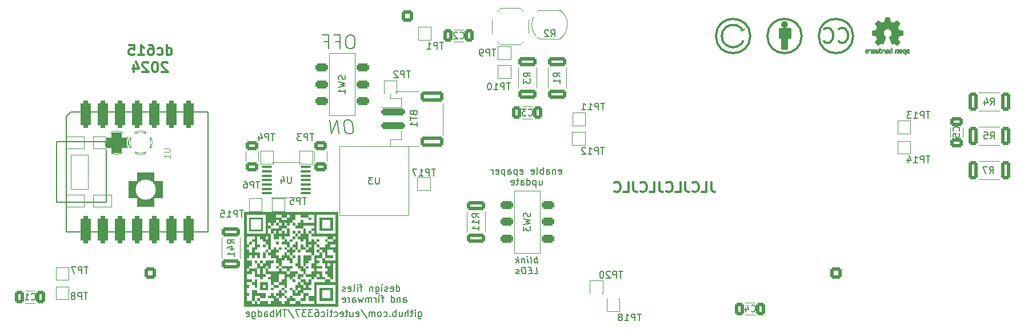
<source format=gbo>
%TF.GenerationSoftware,KiCad,Pcbnew,8.0.1*%
%TF.CreationDate,2024-04-05T23:02:15-05:00*%
%TF.ProjectId,badge,62616467-652e-46b6-9963-61645f706362,rev?*%
%TF.SameCoordinates,Original*%
%TF.FileFunction,Legend,Bot*%
%TF.FilePolarity,Positive*%
%FSLAX46Y46*%
G04 Gerber Fmt 4.6, Leading zero omitted, Abs format (unit mm)*
G04 Created by KiCad (PCBNEW 8.0.1) date 2024-04-05 23:02:15*
%MOMM*%
%LPD*%
G01*
G04 APERTURE LIST*
G04 Aperture macros list*
%AMRoundRect*
0 Rectangle with rounded corners*
0 $1 Rounding radius*
0 $2 $3 $4 $5 $6 $7 $8 $9 X,Y pos of 4 corners*
0 Add a 4 corners polygon primitive as box body*
4,1,4,$2,$3,$4,$5,$6,$7,$8,$9,$2,$3,0*
0 Add four circle primitives for the rounded corners*
1,1,$1+$1,$2,$3*
1,1,$1+$1,$4,$5*
1,1,$1+$1,$6,$7*
1,1,$1+$1,$8,$9*
0 Add four rect primitives between the rounded corners*
20,1,$1+$1,$2,$3,$4,$5,0*
20,1,$1+$1,$4,$5,$6,$7,0*
20,1,$1+$1,$6,$7,$8,$9,0*
20,1,$1+$1,$8,$9,$2,$3,0*%
%AMRotRect*
0 Rectangle, with rotation*
0 The origin of the aperture is its center*
0 $1 length*
0 $2 width*
0 $3 Rotation angle, in degrees counterclockwise*
0 Add horizontal line*
21,1,$1,$2,0,0,$3*%
G04 Aperture macros list end*
%ADD10C,0.150000*%
%ADD11C,0.300000*%
%ADD12C,0.101600*%
%ADD13C,0.120000*%
%ADD14C,0.010000*%
%ADD15C,0.050000*%
%ADD16C,0.381000*%
%ADD17C,0.127000*%
%ADD18C,0.066040*%
%ADD19C,0.254000*%
%ADD20R,1.800000X1.800000*%
%ADD21C,1.800000*%
%ADD22RoundRect,0.250000X-0.600000X0.600000X-0.600000X-0.600000X0.600000X-0.600000X0.600000X0.600000X0*%
%ADD23C,1.700000*%
%ADD24C,3.000000*%
%ADD25R,1.700000X1.700000*%
%ADD26RotRect,1.700000X1.700000X355.000000*%
%ADD27RoundRect,0.249999X1.075001X-0.450001X1.075001X0.450001X-1.075001X0.450001X-1.075001X-0.450001X0*%
%ADD28RoundRect,0.249999X-1.075001X0.450001X-1.075001X-0.450001X1.075001X-0.450001X1.075001X0.450001X0*%
%ADD29R,1.500000X1.500000*%
%ADD30RoundRect,0.250000X0.650000X-0.412500X0.650000X0.412500X-0.650000X0.412500X-0.650000X-0.412500X0*%
%ADD31RoundRect,0.250000X0.412500X0.650000X-0.412500X0.650000X-0.412500X-0.650000X0.412500X-0.650000X0*%
%ADD32RoundRect,0.775000X0.775000X0.775000X-0.775000X0.775000X-0.775000X-0.775000X0.775000X-0.775000X0*%
%ADD33C,1.500000*%
%ADD34RoundRect,0.250000X-1.500000X0.250000X-1.500000X-0.250000X1.500000X-0.250000X1.500000X0.250000X0*%
%ADD35RoundRect,0.250001X-1.449999X0.499999X-1.449999X-0.499999X1.449999X-0.499999X1.449999X0.499999X0*%
%ADD36RoundRect,0.300000X0.650000X-0.300000X0.650000X0.300000X-0.650000X0.300000X-0.650000X-0.300000X0*%
%ADD37RoundRect,1.250000X1.250000X1.250000X-1.250000X1.250000X-1.250000X-1.250000X1.250000X-1.250000X0*%
%ADD38RoundRect,0.249999X-0.450001X-1.075001X0.450001X-1.075001X0.450001X1.075001X-0.450001X1.075001X0*%
%ADD39RoundRect,0.300000X-0.650000X0.300000X-0.650000X-0.300000X0.650000X-0.300000X0.650000X0.300000X0*%
%ADD40R,1.905000X2.000000*%
%ADD41O,1.905000X2.000000*%
%ADD42R,1.800000X1.100000*%
%ADD43RoundRect,0.100000X0.637500X0.100000X-0.637500X0.100000X-0.637500X-0.100000X0.637500X-0.100000X0*%
%ADD44RoundRect,0.375000X-0.375000X1.625000X-0.375000X-1.625000X0.375000X-1.625000X0.375000X1.625000X0*%
%ADD45RoundRect,0.249999X0.450001X1.075001X-0.450001X1.075001X-0.450001X-1.075001X0.450001X-1.075001X0*%
G04 APERTURE END LIST*
D10*
X107589161Y-101759875D02*
X107589161Y-100759875D01*
X107589161Y-101712256D02*
X107684399Y-101759875D01*
X107684399Y-101759875D02*
X107874875Y-101759875D01*
X107874875Y-101759875D02*
X107970113Y-101712256D01*
X107970113Y-101712256D02*
X108017732Y-101664636D01*
X108017732Y-101664636D02*
X108065351Y-101569398D01*
X108065351Y-101569398D02*
X108065351Y-101283684D01*
X108065351Y-101283684D02*
X108017732Y-101188446D01*
X108017732Y-101188446D02*
X107970113Y-101140827D01*
X107970113Y-101140827D02*
X107874875Y-101093208D01*
X107874875Y-101093208D02*
X107684399Y-101093208D01*
X107684399Y-101093208D02*
X107589161Y-101140827D01*
X106732018Y-101712256D02*
X106827256Y-101759875D01*
X106827256Y-101759875D02*
X107017732Y-101759875D01*
X107017732Y-101759875D02*
X107112970Y-101712256D01*
X107112970Y-101712256D02*
X107160589Y-101617017D01*
X107160589Y-101617017D02*
X107160589Y-101236065D01*
X107160589Y-101236065D02*
X107112970Y-101140827D01*
X107112970Y-101140827D02*
X107017732Y-101093208D01*
X107017732Y-101093208D02*
X106827256Y-101093208D01*
X106827256Y-101093208D02*
X106732018Y-101140827D01*
X106732018Y-101140827D02*
X106684399Y-101236065D01*
X106684399Y-101236065D02*
X106684399Y-101331303D01*
X106684399Y-101331303D02*
X107160589Y-101426541D01*
X106303446Y-101712256D02*
X106208208Y-101759875D01*
X106208208Y-101759875D02*
X106017732Y-101759875D01*
X106017732Y-101759875D02*
X105922494Y-101712256D01*
X105922494Y-101712256D02*
X105874875Y-101617017D01*
X105874875Y-101617017D02*
X105874875Y-101569398D01*
X105874875Y-101569398D02*
X105922494Y-101474160D01*
X105922494Y-101474160D02*
X106017732Y-101426541D01*
X106017732Y-101426541D02*
X106160589Y-101426541D01*
X106160589Y-101426541D02*
X106255827Y-101378922D01*
X106255827Y-101378922D02*
X106303446Y-101283684D01*
X106303446Y-101283684D02*
X106303446Y-101236065D01*
X106303446Y-101236065D02*
X106255827Y-101140827D01*
X106255827Y-101140827D02*
X106160589Y-101093208D01*
X106160589Y-101093208D02*
X106017732Y-101093208D01*
X106017732Y-101093208D02*
X105922494Y-101140827D01*
X105446303Y-101759875D02*
X105446303Y-101093208D01*
X105446303Y-100759875D02*
X105493922Y-100807494D01*
X105493922Y-100807494D02*
X105446303Y-100855113D01*
X105446303Y-100855113D02*
X105398684Y-100807494D01*
X105398684Y-100807494D02*
X105446303Y-100759875D01*
X105446303Y-100759875D02*
X105446303Y-100855113D01*
X104541542Y-101093208D02*
X104541542Y-101902732D01*
X104541542Y-101902732D02*
X104589161Y-101997970D01*
X104589161Y-101997970D02*
X104636780Y-102045589D01*
X104636780Y-102045589D02*
X104732018Y-102093208D01*
X104732018Y-102093208D02*
X104874875Y-102093208D01*
X104874875Y-102093208D02*
X104970113Y-102045589D01*
X104541542Y-101712256D02*
X104636780Y-101759875D01*
X104636780Y-101759875D02*
X104827256Y-101759875D01*
X104827256Y-101759875D02*
X104922494Y-101712256D01*
X104922494Y-101712256D02*
X104970113Y-101664636D01*
X104970113Y-101664636D02*
X105017732Y-101569398D01*
X105017732Y-101569398D02*
X105017732Y-101283684D01*
X105017732Y-101283684D02*
X104970113Y-101188446D01*
X104970113Y-101188446D02*
X104922494Y-101140827D01*
X104922494Y-101140827D02*
X104827256Y-101093208D01*
X104827256Y-101093208D02*
X104636780Y-101093208D01*
X104636780Y-101093208D02*
X104541542Y-101140827D01*
X104065351Y-101093208D02*
X104065351Y-101759875D01*
X104065351Y-101188446D02*
X104017732Y-101140827D01*
X104017732Y-101140827D02*
X103922494Y-101093208D01*
X103922494Y-101093208D02*
X103779637Y-101093208D01*
X103779637Y-101093208D02*
X103684399Y-101140827D01*
X103684399Y-101140827D02*
X103636780Y-101236065D01*
X103636780Y-101236065D02*
X103636780Y-101759875D01*
X102541541Y-101093208D02*
X102160589Y-101093208D01*
X102398684Y-101759875D02*
X102398684Y-100902732D01*
X102398684Y-100902732D02*
X102351065Y-100807494D01*
X102351065Y-100807494D02*
X102255827Y-100759875D01*
X102255827Y-100759875D02*
X102160589Y-100759875D01*
X101827255Y-101759875D02*
X101827255Y-101093208D01*
X101827255Y-100759875D02*
X101874874Y-100807494D01*
X101874874Y-100807494D02*
X101827255Y-100855113D01*
X101827255Y-100855113D02*
X101779636Y-100807494D01*
X101779636Y-100807494D02*
X101827255Y-100759875D01*
X101827255Y-100759875D02*
X101827255Y-100855113D01*
X101208208Y-101759875D02*
X101303446Y-101712256D01*
X101303446Y-101712256D02*
X101351065Y-101617017D01*
X101351065Y-101617017D02*
X101351065Y-100759875D01*
X100446303Y-101712256D02*
X100541541Y-101759875D01*
X100541541Y-101759875D02*
X100732017Y-101759875D01*
X100732017Y-101759875D02*
X100827255Y-101712256D01*
X100827255Y-101712256D02*
X100874874Y-101617017D01*
X100874874Y-101617017D02*
X100874874Y-101236065D01*
X100874874Y-101236065D02*
X100827255Y-101140827D01*
X100827255Y-101140827D02*
X100732017Y-101093208D01*
X100732017Y-101093208D02*
X100541541Y-101093208D01*
X100541541Y-101093208D02*
X100446303Y-101140827D01*
X100446303Y-101140827D02*
X100398684Y-101236065D01*
X100398684Y-101236065D02*
X100398684Y-101331303D01*
X100398684Y-101331303D02*
X100874874Y-101426541D01*
X100017731Y-101712256D02*
X99922493Y-101759875D01*
X99922493Y-101759875D02*
X99732017Y-101759875D01*
X99732017Y-101759875D02*
X99636779Y-101712256D01*
X99636779Y-101712256D02*
X99589160Y-101617017D01*
X99589160Y-101617017D02*
X99589160Y-101569398D01*
X99589160Y-101569398D02*
X99636779Y-101474160D01*
X99636779Y-101474160D02*
X99732017Y-101426541D01*
X99732017Y-101426541D02*
X99874874Y-101426541D01*
X99874874Y-101426541D02*
X99970112Y-101378922D01*
X99970112Y-101378922D02*
X100017731Y-101283684D01*
X100017731Y-101283684D02*
X100017731Y-101236065D01*
X100017731Y-101236065D02*
X99970112Y-101140827D01*
X99970112Y-101140827D02*
X99874874Y-101093208D01*
X99874874Y-101093208D02*
X99732017Y-101093208D01*
X99732017Y-101093208D02*
X99636779Y-101140827D01*
X108636780Y-103369819D02*
X108636780Y-102846009D01*
X108636780Y-102846009D02*
X108684399Y-102750771D01*
X108684399Y-102750771D02*
X108779637Y-102703152D01*
X108779637Y-102703152D02*
X108970113Y-102703152D01*
X108970113Y-102703152D02*
X109065351Y-102750771D01*
X108636780Y-103322200D02*
X108732018Y-103369819D01*
X108732018Y-103369819D02*
X108970113Y-103369819D01*
X108970113Y-103369819D02*
X109065351Y-103322200D01*
X109065351Y-103322200D02*
X109112970Y-103226961D01*
X109112970Y-103226961D02*
X109112970Y-103131723D01*
X109112970Y-103131723D02*
X109065351Y-103036485D01*
X109065351Y-103036485D02*
X108970113Y-102988866D01*
X108970113Y-102988866D02*
X108732018Y-102988866D01*
X108732018Y-102988866D02*
X108636780Y-102941247D01*
X108160589Y-102703152D02*
X108160589Y-103369819D01*
X108160589Y-102798390D02*
X108112970Y-102750771D01*
X108112970Y-102750771D02*
X108017732Y-102703152D01*
X108017732Y-102703152D02*
X107874875Y-102703152D01*
X107874875Y-102703152D02*
X107779637Y-102750771D01*
X107779637Y-102750771D02*
X107732018Y-102846009D01*
X107732018Y-102846009D02*
X107732018Y-103369819D01*
X106827256Y-103369819D02*
X106827256Y-102369819D01*
X106827256Y-103322200D02*
X106922494Y-103369819D01*
X106922494Y-103369819D02*
X107112970Y-103369819D01*
X107112970Y-103369819D02*
X107208208Y-103322200D01*
X107208208Y-103322200D02*
X107255827Y-103274580D01*
X107255827Y-103274580D02*
X107303446Y-103179342D01*
X107303446Y-103179342D02*
X107303446Y-102893628D01*
X107303446Y-102893628D02*
X107255827Y-102798390D01*
X107255827Y-102798390D02*
X107208208Y-102750771D01*
X107208208Y-102750771D02*
X107112970Y-102703152D01*
X107112970Y-102703152D02*
X106922494Y-102703152D01*
X106922494Y-102703152D02*
X106827256Y-102750771D01*
X105732017Y-102703152D02*
X105351065Y-102703152D01*
X105589160Y-103369819D02*
X105589160Y-102512676D01*
X105589160Y-102512676D02*
X105541541Y-102417438D01*
X105541541Y-102417438D02*
X105446303Y-102369819D01*
X105446303Y-102369819D02*
X105351065Y-102369819D01*
X105017731Y-103369819D02*
X105017731Y-102703152D01*
X105017731Y-102369819D02*
X105065350Y-102417438D01*
X105065350Y-102417438D02*
X105017731Y-102465057D01*
X105017731Y-102465057D02*
X104970112Y-102417438D01*
X104970112Y-102417438D02*
X105017731Y-102369819D01*
X105017731Y-102369819D02*
X105017731Y-102465057D01*
X104541541Y-103369819D02*
X104541541Y-102703152D01*
X104541541Y-102893628D02*
X104493922Y-102798390D01*
X104493922Y-102798390D02*
X104446303Y-102750771D01*
X104446303Y-102750771D02*
X104351065Y-102703152D01*
X104351065Y-102703152D02*
X104255827Y-102703152D01*
X103922493Y-103369819D02*
X103922493Y-102703152D01*
X103922493Y-102798390D02*
X103874874Y-102750771D01*
X103874874Y-102750771D02*
X103779636Y-102703152D01*
X103779636Y-102703152D02*
X103636779Y-102703152D01*
X103636779Y-102703152D02*
X103541541Y-102750771D01*
X103541541Y-102750771D02*
X103493922Y-102846009D01*
X103493922Y-102846009D02*
X103493922Y-103369819D01*
X103493922Y-102846009D02*
X103446303Y-102750771D01*
X103446303Y-102750771D02*
X103351065Y-102703152D01*
X103351065Y-102703152D02*
X103208208Y-102703152D01*
X103208208Y-102703152D02*
X103112969Y-102750771D01*
X103112969Y-102750771D02*
X103065350Y-102846009D01*
X103065350Y-102846009D02*
X103065350Y-103369819D01*
X102684398Y-102703152D02*
X102493922Y-103369819D01*
X102493922Y-103369819D02*
X102303446Y-102893628D01*
X102303446Y-102893628D02*
X102112970Y-103369819D01*
X102112970Y-103369819D02*
X101922494Y-102703152D01*
X101112970Y-103369819D02*
X101112970Y-102846009D01*
X101112970Y-102846009D02*
X101160589Y-102750771D01*
X101160589Y-102750771D02*
X101255827Y-102703152D01*
X101255827Y-102703152D02*
X101446303Y-102703152D01*
X101446303Y-102703152D02*
X101541541Y-102750771D01*
X101112970Y-103322200D02*
X101208208Y-103369819D01*
X101208208Y-103369819D02*
X101446303Y-103369819D01*
X101446303Y-103369819D02*
X101541541Y-103322200D01*
X101541541Y-103322200D02*
X101589160Y-103226961D01*
X101589160Y-103226961D02*
X101589160Y-103131723D01*
X101589160Y-103131723D02*
X101541541Y-103036485D01*
X101541541Y-103036485D02*
X101446303Y-102988866D01*
X101446303Y-102988866D02*
X101208208Y-102988866D01*
X101208208Y-102988866D02*
X101112970Y-102941247D01*
X100636779Y-103369819D02*
X100636779Y-102703152D01*
X100636779Y-102893628D02*
X100589160Y-102798390D01*
X100589160Y-102798390D02*
X100541541Y-102750771D01*
X100541541Y-102750771D02*
X100446303Y-102703152D01*
X100446303Y-102703152D02*
X100351065Y-102703152D01*
X99636779Y-103322200D02*
X99732017Y-103369819D01*
X99732017Y-103369819D02*
X99922493Y-103369819D01*
X99922493Y-103369819D02*
X100017731Y-103322200D01*
X100017731Y-103322200D02*
X100065350Y-103226961D01*
X100065350Y-103226961D02*
X100065350Y-102846009D01*
X100065350Y-102846009D02*
X100017731Y-102750771D01*
X100017731Y-102750771D02*
X99922493Y-102703152D01*
X99922493Y-102703152D02*
X99732017Y-102703152D01*
X99732017Y-102703152D02*
X99636779Y-102750771D01*
X99636779Y-102750771D02*
X99589160Y-102846009D01*
X99589160Y-102846009D02*
X99589160Y-102941247D01*
X99589160Y-102941247D02*
X100065350Y-103036485D01*
X110862971Y-104823152D02*
X110862971Y-105632676D01*
X110862971Y-105632676D02*
X110910590Y-105727914D01*
X110910590Y-105727914D02*
X110958209Y-105775533D01*
X110958209Y-105775533D02*
X111053447Y-105823152D01*
X111053447Y-105823152D02*
X111196304Y-105823152D01*
X111196304Y-105823152D02*
X111291542Y-105775533D01*
X110862971Y-105442200D02*
X110958209Y-105489819D01*
X110958209Y-105489819D02*
X111148685Y-105489819D01*
X111148685Y-105489819D02*
X111243923Y-105442200D01*
X111243923Y-105442200D02*
X111291542Y-105394580D01*
X111291542Y-105394580D02*
X111339161Y-105299342D01*
X111339161Y-105299342D02*
X111339161Y-105013628D01*
X111339161Y-105013628D02*
X111291542Y-104918390D01*
X111291542Y-104918390D02*
X111243923Y-104870771D01*
X111243923Y-104870771D02*
X111148685Y-104823152D01*
X111148685Y-104823152D02*
X110958209Y-104823152D01*
X110958209Y-104823152D02*
X110862971Y-104870771D01*
X110386780Y-105489819D02*
X110386780Y-104823152D01*
X110386780Y-104489819D02*
X110434399Y-104537438D01*
X110434399Y-104537438D02*
X110386780Y-104585057D01*
X110386780Y-104585057D02*
X110339161Y-104537438D01*
X110339161Y-104537438D02*
X110386780Y-104489819D01*
X110386780Y-104489819D02*
X110386780Y-104585057D01*
X110053447Y-104823152D02*
X109672495Y-104823152D01*
X109910590Y-104489819D02*
X109910590Y-105346961D01*
X109910590Y-105346961D02*
X109862971Y-105442200D01*
X109862971Y-105442200D02*
X109767733Y-105489819D01*
X109767733Y-105489819D02*
X109672495Y-105489819D01*
X109339161Y-105489819D02*
X109339161Y-104489819D01*
X108910590Y-105489819D02*
X108910590Y-104966009D01*
X108910590Y-104966009D02*
X108958209Y-104870771D01*
X108958209Y-104870771D02*
X109053447Y-104823152D01*
X109053447Y-104823152D02*
X109196304Y-104823152D01*
X109196304Y-104823152D02*
X109291542Y-104870771D01*
X109291542Y-104870771D02*
X109339161Y-104918390D01*
X108005828Y-104823152D02*
X108005828Y-105489819D01*
X108434399Y-104823152D02*
X108434399Y-105346961D01*
X108434399Y-105346961D02*
X108386780Y-105442200D01*
X108386780Y-105442200D02*
X108291542Y-105489819D01*
X108291542Y-105489819D02*
X108148685Y-105489819D01*
X108148685Y-105489819D02*
X108053447Y-105442200D01*
X108053447Y-105442200D02*
X108005828Y-105394580D01*
X107529637Y-105489819D02*
X107529637Y-104489819D01*
X107529637Y-104870771D02*
X107434399Y-104823152D01*
X107434399Y-104823152D02*
X107243923Y-104823152D01*
X107243923Y-104823152D02*
X107148685Y-104870771D01*
X107148685Y-104870771D02*
X107101066Y-104918390D01*
X107101066Y-104918390D02*
X107053447Y-105013628D01*
X107053447Y-105013628D02*
X107053447Y-105299342D01*
X107053447Y-105299342D02*
X107101066Y-105394580D01*
X107101066Y-105394580D02*
X107148685Y-105442200D01*
X107148685Y-105442200D02*
X107243923Y-105489819D01*
X107243923Y-105489819D02*
X107434399Y-105489819D01*
X107434399Y-105489819D02*
X107529637Y-105442200D01*
X106624875Y-105394580D02*
X106577256Y-105442200D01*
X106577256Y-105442200D02*
X106624875Y-105489819D01*
X106624875Y-105489819D02*
X106672494Y-105442200D01*
X106672494Y-105442200D02*
X106624875Y-105394580D01*
X106624875Y-105394580D02*
X106624875Y-105489819D01*
X105720114Y-105442200D02*
X105815352Y-105489819D01*
X105815352Y-105489819D02*
X106005828Y-105489819D01*
X106005828Y-105489819D02*
X106101066Y-105442200D01*
X106101066Y-105442200D02*
X106148685Y-105394580D01*
X106148685Y-105394580D02*
X106196304Y-105299342D01*
X106196304Y-105299342D02*
X106196304Y-105013628D01*
X106196304Y-105013628D02*
X106148685Y-104918390D01*
X106148685Y-104918390D02*
X106101066Y-104870771D01*
X106101066Y-104870771D02*
X106005828Y-104823152D01*
X106005828Y-104823152D02*
X105815352Y-104823152D01*
X105815352Y-104823152D02*
X105720114Y-104870771D01*
X105148685Y-105489819D02*
X105243923Y-105442200D01*
X105243923Y-105442200D02*
X105291542Y-105394580D01*
X105291542Y-105394580D02*
X105339161Y-105299342D01*
X105339161Y-105299342D02*
X105339161Y-105013628D01*
X105339161Y-105013628D02*
X105291542Y-104918390D01*
X105291542Y-104918390D02*
X105243923Y-104870771D01*
X105243923Y-104870771D02*
X105148685Y-104823152D01*
X105148685Y-104823152D02*
X105005828Y-104823152D01*
X105005828Y-104823152D02*
X104910590Y-104870771D01*
X104910590Y-104870771D02*
X104862971Y-104918390D01*
X104862971Y-104918390D02*
X104815352Y-105013628D01*
X104815352Y-105013628D02*
X104815352Y-105299342D01*
X104815352Y-105299342D02*
X104862971Y-105394580D01*
X104862971Y-105394580D02*
X104910590Y-105442200D01*
X104910590Y-105442200D02*
X105005828Y-105489819D01*
X105005828Y-105489819D02*
X105148685Y-105489819D01*
X104386780Y-105489819D02*
X104386780Y-104823152D01*
X104386780Y-104918390D02*
X104339161Y-104870771D01*
X104339161Y-104870771D02*
X104243923Y-104823152D01*
X104243923Y-104823152D02*
X104101066Y-104823152D01*
X104101066Y-104823152D02*
X104005828Y-104870771D01*
X104005828Y-104870771D02*
X103958209Y-104966009D01*
X103958209Y-104966009D02*
X103958209Y-105489819D01*
X103958209Y-104966009D02*
X103910590Y-104870771D01*
X103910590Y-104870771D02*
X103815352Y-104823152D01*
X103815352Y-104823152D02*
X103672495Y-104823152D01*
X103672495Y-104823152D02*
X103577256Y-104870771D01*
X103577256Y-104870771D02*
X103529637Y-104966009D01*
X103529637Y-104966009D02*
X103529637Y-105489819D01*
X102339162Y-104442200D02*
X103196304Y-105727914D01*
X101624876Y-105442200D02*
X101720114Y-105489819D01*
X101720114Y-105489819D02*
X101910590Y-105489819D01*
X101910590Y-105489819D02*
X102005828Y-105442200D01*
X102005828Y-105442200D02*
X102053447Y-105346961D01*
X102053447Y-105346961D02*
X102053447Y-104966009D01*
X102053447Y-104966009D02*
X102005828Y-104870771D01*
X102005828Y-104870771D02*
X101910590Y-104823152D01*
X101910590Y-104823152D02*
X101720114Y-104823152D01*
X101720114Y-104823152D02*
X101624876Y-104870771D01*
X101624876Y-104870771D02*
X101577257Y-104966009D01*
X101577257Y-104966009D02*
X101577257Y-105061247D01*
X101577257Y-105061247D02*
X102053447Y-105156485D01*
X100720114Y-104823152D02*
X100720114Y-105489819D01*
X101148685Y-104823152D02*
X101148685Y-105346961D01*
X101148685Y-105346961D02*
X101101066Y-105442200D01*
X101101066Y-105442200D02*
X101005828Y-105489819D01*
X101005828Y-105489819D02*
X100862971Y-105489819D01*
X100862971Y-105489819D02*
X100767733Y-105442200D01*
X100767733Y-105442200D02*
X100720114Y-105394580D01*
X100386780Y-104823152D02*
X100005828Y-104823152D01*
X100243923Y-104489819D02*
X100243923Y-105346961D01*
X100243923Y-105346961D02*
X100196304Y-105442200D01*
X100196304Y-105442200D02*
X100101066Y-105489819D01*
X100101066Y-105489819D02*
X100005828Y-105489819D01*
X99291542Y-105442200D02*
X99386780Y-105489819D01*
X99386780Y-105489819D02*
X99577256Y-105489819D01*
X99577256Y-105489819D02*
X99672494Y-105442200D01*
X99672494Y-105442200D02*
X99720113Y-105346961D01*
X99720113Y-105346961D02*
X99720113Y-104966009D01*
X99720113Y-104966009D02*
X99672494Y-104870771D01*
X99672494Y-104870771D02*
X99577256Y-104823152D01*
X99577256Y-104823152D02*
X99386780Y-104823152D01*
X99386780Y-104823152D02*
X99291542Y-104870771D01*
X99291542Y-104870771D02*
X99243923Y-104966009D01*
X99243923Y-104966009D02*
X99243923Y-105061247D01*
X99243923Y-105061247D02*
X99720113Y-105156485D01*
X98386780Y-105442200D02*
X98482018Y-105489819D01*
X98482018Y-105489819D02*
X98672494Y-105489819D01*
X98672494Y-105489819D02*
X98767732Y-105442200D01*
X98767732Y-105442200D02*
X98815351Y-105394580D01*
X98815351Y-105394580D02*
X98862970Y-105299342D01*
X98862970Y-105299342D02*
X98862970Y-105013628D01*
X98862970Y-105013628D02*
X98815351Y-104918390D01*
X98815351Y-104918390D02*
X98767732Y-104870771D01*
X98767732Y-104870771D02*
X98672494Y-104823152D01*
X98672494Y-104823152D02*
X98482018Y-104823152D01*
X98482018Y-104823152D02*
X98386780Y-104870771D01*
X98101065Y-104823152D02*
X97720113Y-104823152D01*
X97958208Y-104489819D02*
X97958208Y-105346961D01*
X97958208Y-105346961D02*
X97910589Y-105442200D01*
X97910589Y-105442200D02*
X97815351Y-105489819D01*
X97815351Y-105489819D02*
X97720113Y-105489819D01*
X97386779Y-105489819D02*
X97386779Y-104823152D01*
X97386779Y-104489819D02*
X97434398Y-104537438D01*
X97434398Y-104537438D02*
X97386779Y-104585057D01*
X97386779Y-104585057D02*
X97339160Y-104537438D01*
X97339160Y-104537438D02*
X97386779Y-104489819D01*
X97386779Y-104489819D02*
X97386779Y-104585057D01*
X96482018Y-105442200D02*
X96577256Y-105489819D01*
X96577256Y-105489819D02*
X96767732Y-105489819D01*
X96767732Y-105489819D02*
X96862970Y-105442200D01*
X96862970Y-105442200D02*
X96910589Y-105394580D01*
X96910589Y-105394580D02*
X96958208Y-105299342D01*
X96958208Y-105299342D02*
X96958208Y-105013628D01*
X96958208Y-105013628D02*
X96910589Y-104918390D01*
X96910589Y-104918390D02*
X96862970Y-104870771D01*
X96862970Y-104870771D02*
X96767732Y-104823152D01*
X96767732Y-104823152D02*
X96577256Y-104823152D01*
X96577256Y-104823152D02*
X96482018Y-104870771D01*
X95624875Y-104489819D02*
X95815351Y-104489819D01*
X95815351Y-104489819D02*
X95910589Y-104537438D01*
X95910589Y-104537438D02*
X95958208Y-104585057D01*
X95958208Y-104585057D02*
X96053446Y-104727914D01*
X96053446Y-104727914D02*
X96101065Y-104918390D01*
X96101065Y-104918390D02*
X96101065Y-105299342D01*
X96101065Y-105299342D02*
X96053446Y-105394580D01*
X96053446Y-105394580D02*
X96005827Y-105442200D01*
X96005827Y-105442200D02*
X95910589Y-105489819D01*
X95910589Y-105489819D02*
X95720113Y-105489819D01*
X95720113Y-105489819D02*
X95624875Y-105442200D01*
X95624875Y-105442200D02*
X95577256Y-105394580D01*
X95577256Y-105394580D02*
X95529637Y-105299342D01*
X95529637Y-105299342D02*
X95529637Y-105061247D01*
X95529637Y-105061247D02*
X95577256Y-104966009D01*
X95577256Y-104966009D02*
X95624875Y-104918390D01*
X95624875Y-104918390D02*
X95720113Y-104870771D01*
X95720113Y-104870771D02*
X95910589Y-104870771D01*
X95910589Y-104870771D02*
X96005827Y-104918390D01*
X96005827Y-104918390D02*
X96053446Y-104966009D01*
X96053446Y-104966009D02*
X96101065Y-105061247D01*
X95196303Y-104489819D02*
X94577256Y-104489819D01*
X94577256Y-104489819D02*
X94910589Y-104870771D01*
X94910589Y-104870771D02*
X94767732Y-104870771D01*
X94767732Y-104870771D02*
X94672494Y-104918390D01*
X94672494Y-104918390D02*
X94624875Y-104966009D01*
X94624875Y-104966009D02*
X94577256Y-105061247D01*
X94577256Y-105061247D02*
X94577256Y-105299342D01*
X94577256Y-105299342D02*
X94624875Y-105394580D01*
X94624875Y-105394580D02*
X94672494Y-105442200D01*
X94672494Y-105442200D02*
X94767732Y-105489819D01*
X94767732Y-105489819D02*
X95053446Y-105489819D01*
X95053446Y-105489819D02*
X95148684Y-105442200D01*
X95148684Y-105442200D02*
X95196303Y-105394580D01*
X94243922Y-104489819D02*
X93624875Y-104489819D01*
X93624875Y-104489819D02*
X93958208Y-104870771D01*
X93958208Y-104870771D02*
X93815351Y-104870771D01*
X93815351Y-104870771D02*
X93720113Y-104918390D01*
X93720113Y-104918390D02*
X93672494Y-104966009D01*
X93672494Y-104966009D02*
X93624875Y-105061247D01*
X93624875Y-105061247D02*
X93624875Y-105299342D01*
X93624875Y-105299342D02*
X93672494Y-105394580D01*
X93672494Y-105394580D02*
X93720113Y-105442200D01*
X93720113Y-105442200D02*
X93815351Y-105489819D01*
X93815351Y-105489819D02*
X94101065Y-105489819D01*
X94101065Y-105489819D02*
X94196303Y-105442200D01*
X94196303Y-105442200D02*
X94243922Y-105394580D01*
X93291541Y-104489819D02*
X92624875Y-104489819D01*
X92624875Y-104489819D02*
X93053446Y-105489819D01*
X91529637Y-104442200D02*
X92386779Y-105727914D01*
X91339160Y-104489819D02*
X90767732Y-104489819D01*
X91053446Y-105489819D02*
X91053446Y-104489819D01*
X90434398Y-105489819D02*
X90434398Y-104489819D01*
X90434398Y-104489819D02*
X89862970Y-105489819D01*
X89862970Y-105489819D02*
X89862970Y-104489819D01*
X89386779Y-105489819D02*
X89386779Y-104489819D01*
X89386779Y-104870771D02*
X89291541Y-104823152D01*
X89291541Y-104823152D02*
X89101065Y-104823152D01*
X89101065Y-104823152D02*
X89005827Y-104870771D01*
X89005827Y-104870771D02*
X88958208Y-104918390D01*
X88958208Y-104918390D02*
X88910589Y-105013628D01*
X88910589Y-105013628D02*
X88910589Y-105299342D01*
X88910589Y-105299342D02*
X88958208Y-105394580D01*
X88958208Y-105394580D02*
X89005827Y-105442200D01*
X89005827Y-105442200D02*
X89101065Y-105489819D01*
X89101065Y-105489819D02*
X89291541Y-105489819D01*
X89291541Y-105489819D02*
X89386779Y-105442200D01*
X88053446Y-105489819D02*
X88053446Y-104966009D01*
X88053446Y-104966009D02*
X88101065Y-104870771D01*
X88101065Y-104870771D02*
X88196303Y-104823152D01*
X88196303Y-104823152D02*
X88386779Y-104823152D01*
X88386779Y-104823152D02*
X88482017Y-104870771D01*
X88053446Y-105442200D02*
X88148684Y-105489819D01*
X88148684Y-105489819D02*
X88386779Y-105489819D01*
X88386779Y-105489819D02*
X88482017Y-105442200D01*
X88482017Y-105442200D02*
X88529636Y-105346961D01*
X88529636Y-105346961D02*
X88529636Y-105251723D01*
X88529636Y-105251723D02*
X88482017Y-105156485D01*
X88482017Y-105156485D02*
X88386779Y-105108866D01*
X88386779Y-105108866D02*
X88148684Y-105108866D01*
X88148684Y-105108866D02*
X88053446Y-105061247D01*
X87148684Y-105489819D02*
X87148684Y-104489819D01*
X87148684Y-105442200D02*
X87243922Y-105489819D01*
X87243922Y-105489819D02*
X87434398Y-105489819D01*
X87434398Y-105489819D02*
X87529636Y-105442200D01*
X87529636Y-105442200D02*
X87577255Y-105394580D01*
X87577255Y-105394580D02*
X87624874Y-105299342D01*
X87624874Y-105299342D02*
X87624874Y-105013628D01*
X87624874Y-105013628D02*
X87577255Y-104918390D01*
X87577255Y-104918390D02*
X87529636Y-104870771D01*
X87529636Y-104870771D02*
X87434398Y-104823152D01*
X87434398Y-104823152D02*
X87243922Y-104823152D01*
X87243922Y-104823152D02*
X87148684Y-104870771D01*
X86243922Y-104823152D02*
X86243922Y-105632676D01*
X86243922Y-105632676D02*
X86291541Y-105727914D01*
X86291541Y-105727914D02*
X86339160Y-105775533D01*
X86339160Y-105775533D02*
X86434398Y-105823152D01*
X86434398Y-105823152D02*
X86577255Y-105823152D01*
X86577255Y-105823152D02*
X86672493Y-105775533D01*
X86243922Y-105442200D02*
X86339160Y-105489819D01*
X86339160Y-105489819D02*
X86529636Y-105489819D01*
X86529636Y-105489819D02*
X86624874Y-105442200D01*
X86624874Y-105442200D02*
X86672493Y-105394580D01*
X86672493Y-105394580D02*
X86720112Y-105299342D01*
X86720112Y-105299342D02*
X86720112Y-105013628D01*
X86720112Y-105013628D02*
X86672493Y-104918390D01*
X86672493Y-104918390D02*
X86624874Y-104870771D01*
X86624874Y-104870771D02*
X86529636Y-104823152D01*
X86529636Y-104823152D02*
X86339160Y-104823152D01*
X86339160Y-104823152D02*
X86243922Y-104870771D01*
X85386779Y-105442200D02*
X85482017Y-105489819D01*
X85482017Y-105489819D02*
X85672493Y-105489819D01*
X85672493Y-105489819D02*
X85767731Y-105442200D01*
X85767731Y-105442200D02*
X85815350Y-105346961D01*
X85815350Y-105346961D02*
X85815350Y-104966009D01*
X85815350Y-104966009D02*
X85767731Y-104870771D01*
X85767731Y-104870771D02*
X85672493Y-104823152D01*
X85672493Y-104823152D02*
X85482017Y-104823152D01*
X85482017Y-104823152D02*
X85386779Y-104870771D01*
X85386779Y-104870771D02*
X85339160Y-104966009D01*
X85339160Y-104966009D02*
X85339160Y-105061247D01*
X85339160Y-105061247D02*
X85815350Y-105156485D01*
X100964762Y-63767438D02*
X100583809Y-63767438D01*
X100583809Y-63767438D02*
X100393333Y-63862676D01*
X100393333Y-63862676D02*
X100202857Y-64053152D01*
X100202857Y-64053152D02*
X100107619Y-64434104D01*
X100107619Y-64434104D02*
X100107619Y-65100771D01*
X100107619Y-65100771D02*
X100202857Y-65481723D01*
X100202857Y-65481723D02*
X100393333Y-65672200D01*
X100393333Y-65672200D02*
X100583809Y-65767438D01*
X100583809Y-65767438D02*
X100964762Y-65767438D01*
X100964762Y-65767438D02*
X101155238Y-65672200D01*
X101155238Y-65672200D02*
X101345714Y-65481723D01*
X101345714Y-65481723D02*
X101440952Y-65100771D01*
X101440952Y-65100771D02*
X101440952Y-64434104D01*
X101440952Y-64434104D02*
X101345714Y-64053152D01*
X101345714Y-64053152D02*
X101155238Y-63862676D01*
X101155238Y-63862676D02*
X100964762Y-63767438D01*
X98583809Y-64719819D02*
X99250476Y-64719819D01*
X99250476Y-65767438D02*
X99250476Y-63767438D01*
X99250476Y-63767438D02*
X98298095Y-63767438D01*
X96869523Y-64719819D02*
X97536190Y-64719819D01*
X97536190Y-65767438D02*
X97536190Y-63767438D01*
X97536190Y-63767438D02*
X96583809Y-63767438D01*
D11*
X73584285Y-66718328D02*
X73584285Y-65218328D01*
X73584285Y-66646900D02*
X73727142Y-66718328D01*
X73727142Y-66718328D02*
X74012856Y-66718328D01*
X74012856Y-66718328D02*
X74155713Y-66646900D01*
X74155713Y-66646900D02*
X74227142Y-66575471D01*
X74227142Y-66575471D02*
X74298570Y-66432614D01*
X74298570Y-66432614D02*
X74298570Y-66004042D01*
X74298570Y-66004042D02*
X74227142Y-65861185D01*
X74227142Y-65861185D02*
X74155713Y-65789757D01*
X74155713Y-65789757D02*
X74012856Y-65718328D01*
X74012856Y-65718328D02*
X73727142Y-65718328D01*
X73727142Y-65718328D02*
X73584285Y-65789757D01*
X72227142Y-66646900D02*
X72369999Y-66718328D01*
X72369999Y-66718328D02*
X72655713Y-66718328D01*
X72655713Y-66718328D02*
X72798570Y-66646900D01*
X72798570Y-66646900D02*
X72869999Y-66575471D01*
X72869999Y-66575471D02*
X72941427Y-66432614D01*
X72941427Y-66432614D02*
X72941427Y-66004042D01*
X72941427Y-66004042D02*
X72869999Y-65861185D01*
X72869999Y-65861185D02*
X72798570Y-65789757D01*
X72798570Y-65789757D02*
X72655713Y-65718328D01*
X72655713Y-65718328D02*
X72369999Y-65718328D01*
X72369999Y-65718328D02*
X72227142Y-65789757D01*
X70941428Y-65218328D02*
X71227142Y-65218328D01*
X71227142Y-65218328D02*
X71369999Y-65289757D01*
X71369999Y-65289757D02*
X71441428Y-65361185D01*
X71441428Y-65361185D02*
X71584285Y-65575471D01*
X71584285Y-65575471D02*
X71655713Y-65861185D01*
X71655713Y-65861185D02*
X71655713Y-66432614D01*
X71655713Y-66432614D02*
X71584285Y-66575471D01*
X71584285Y-66575471D02*
X71512856Y-66646900D01*
X71512856Y-66646900D02*
X71369999Y-66718328D01*
X71369999Y-66718328D02*
X71084285Y-66718328D01*
X71084285Y-66718328D02*
X70941428Y-66646900D01*
X70941428Y-66646900D02*
X70869999Y-66575471D01*
X70869999Y-66575471D02*
X70798570Y-66432614D01*
X70798570Y-66432614D02*
X70798570Y-66075471D01*
X70798570Y-66075471D02*
X70869999Y-65932614D01*
X70869999Y-65932614D02*
X70941428Y-65861185D01*
X70941428Y-65861185D02*
X71084285Y-65789757D01*
X71084285Y-65789757D02*
X71369999Y-65789757D01*
X71369999Y-65789757D02*
X71512856Y-65861185D01*
X71512856Y-65861185D02*
X71584285Y-65932614D01*
X71584285Y-65932614D02*
X71655713Y-66075471D01*
X69369999Y-66718328D02*
X70227142Y-66718328D01*
X69798571Y-66718328D02*
X69798571Y-65218328D01*
X69798571Y-65218328D02*
X69941428Y-65432614D01*
X69941428Y-65432614D02*
X70084285Y-65575471D01*
X70084285Y-65575471D02*
X70227142Y-65646900D01*
X68012857Y-65218328D02*
X68727143Y-65218328D01*
X68727143Y-65218328D02*
X68798571Y-65932614D01*
X68798571Y-65932614D02*
X68727143Y-65861185D01*
X68727143Y-65861185D02*
X68584286Y-65789757D01*
X68584286Y-65789757D02*
X68227143Y-65789757D01*
X68227143Y-65789757D02*
X68084286Y-65861185D01*
X68084286Y-65861185D02*
X68012857Y-65932614D01*
X68012857Y-65932614D02*
X67941428Y-66075471D01*
X67941428Y-66075471D02*
X67941428Y-66432614D01*
X67941428Y-66432614D02*
X68012857Y-66575471D01*
X68012857Y-66575471D02*
X68084286Y-66646900D01*
X68084286Y-66646900D02*
X68227143Y-66718328D01*
X68227143Y-66718328D02*
X68584286Y-66718328D01*
X68584286Y-66718328D02*
X68727143Y-66646900D01*
X68727143Y-66646900D02*
X68798571Y-66575471D01*
X73691427Y-67901185D02*
X73619999Y-67829757D01*
X73619999Y-67829757D02*
X73477142Y-67758328D01*
X73477142Y-67758328D02*
X73119999Y-67758328D01*
X73119999Y-67758328D02*
X72977142Y-67829757D01*
X72977142Y-67829757D02*
X72905713Y-67901185D01*
X72905713Y-67901185D02*
X72834284Y-68044042D01*
X72834284Y-68044042D02*
X72834284Y-68186900D01*
X72834284Y-68186900D02*
X72905713Y-68401185D01*
X72905713Y-68401185D02*
X73762856Y-69258328D01*
X73762856Y-69258328D02*
X72834284Y-69258328D01*
X71905713Y-67758328D02*
X71762856Y-67758328D01*
X71762856Y-67758328D02*
X71619999Y-67829757D01*
X71619999Y-67829757D02*
X71548571Y-67901185D01*
X71548571Y-67901185D02*
X71477142Y-68044042D01*
X71477142Y-68044042D02*
X71405713Y-68329757D01*
X71405713Y-68329757D02*
X71405713Y-68686900D01*
X71405713Y-68686900D02*
X71477142Y-68972614D01*
X71477142Y-68972614D02*
X71548571Y-69115471D01*
X71548571Y-69115471D02*
X71619999Y-69186900D01*
X71619999Y-69186900D02*
X71762856Y-69258328D01*
X71762856Y-69258328D02*
X71905713Y-69258328D01*
X71905713Y-69258328D02*
X72048571Y-69186900D01*
X72048571Y-69186900D02*
X72119999Y-69115471D01*
X72119999Y-69115471D02*
X72191428Y-68972614D01*
X72191428Y-68972614D02*
X72262856Y-68686900D01*
X72262856Y-68686900D02*
X72262856Y-68329757D01*
X72262856Y-68329757D02*
X72191428Y-68044042D01*
X72191428Y-68044042D02*
X72119999Y-67901185D01*
X72119999Y-67901185D02*
X72048571Y-67829757D01*
X72048571Y-67829757D02*
X71905713Y-67758328D01*
X70834285Y-67901185D02*
X70762857Y-67829757D01*
X70762857Y-67829757D02*
X70620000Y-67758328D01*
X70620000Y-67758328D02*
X70262857Y-67758328D01*
X70262857Y-67758328D02*
X70120000Y-67829757D01*
X70120000Y-67829757D02*
X70048571Y-67901185D01*
X70048571Y-67901185D02*
X69977142Y-68044042D01*
X69977142Y-68044042D02*
X69977142Y-68186900D01*
X69977142Y-68186900D02*
X70048571Y-68401185D01*
X70048571Y-68401185D02*
X70905714Y-69258328D01*
X70905714Y-69258328D02*
X69977142Y-69258328D01*
X68691429Y-68258328D02*
X68691429Y-69258328D01*
X69048571Y-67686900D02*
X69405714Y-68758328D01*
X69405714Y-68758328D02*
X68477143Y-68758328D01*
X154248571Y-85538328D02*
X154248571Y-86609757D01*
X154248571Y-86609757D02*
X154320000Y-86824042D01*
X154320000Y-86824042D02*
X154462857Y-86966900D01*
X154462857Y-86966900D02*
X154677143Y-87038328D01*
X154677143Y-87038328D02*
X154820000Y-87038328D01*
X152820000Y-87038328D02*
X153534286Y-87038328D01*
X153534286Y-87038328D02*
X153534286Y-85538328D01*
X151462857Y-86895471D02*
X151534285Y-86966900D01*
X151534285Y-86966900D02*
X151748571Y-87038328D01*
X151748571Y-87038328D02*
X151891428Y-87038328D01*
X151891428Y-87038328D02*
X152105714Y-86966900D01*
X152105714Y-86966900D02*
X152248571Y-86824042D01*
X152248571Y-86824042D02*
X152320000Y-86681185D01*
X152320000Y-86681185D02*
X152391428Y-86395471D01*
X152391428Y-86395471D02*
X152391428Y-86181185D01*
X152391428Y-86181185D02*
X152320000Y-85895471D01*
X152320000Y-85895471D02*
X152248571Y-85752614D01*
X152248571Y-85752614D02*
X152105714Y-85609757D01*
X152105714Y-85609757D02*
X151891428Y-85538328D01*
X151891428Y-85538328D02*
X151748571Y-85538328D01*
X151748571Y-85538328D02*
X151534285Y-85609757D01*
X151534285Y-85609757D02*
X151462857Y-85681185D01*
X150391428Y-85538328D02*
X150391428Y-86609757D01*
X150391428Y-86609757D02*
X150462857Y-86824042D01*
X150462857Y-86824042D02*
X150605714Y-86966900D01*
X150605714Y-86966900D02*
X150820000Y-87038328D01*
X150820000Y-87038328D02*
X150962857Y-87038328D01*
X148962857Y-87038328D02*
X149677143Y-87038328D01*
X149677143Y-87038328D02*
X149677143Y-85538328D01*
X147605714Y-86895471D02*
X147677142Y-86966900D01*
X147677142Y-86966900D02*
X147891428Y-87038328D01*
X147891428Y-87038328D02*
X148034285Y-87038328D01*
X148034285Y-87038328D02*
X148248571Y-86966900D01*
X148248571Y-86966900D02*
X148391428Y-86824042D01*
X148391428Y-86824042D02*
X148462857Y-86681185D01*
X148462857Y-86681185D02*
X148534285Y-86395471D01*
X148534285Y-86395471D02*
X148534285Y-86181185D01*
X148534285Y-86181185D02*
X148462857Y-85895471D01*
X148462857Y-85895471D02*
X148391428Y-85752614D01*
X148391428Y-85752614D02*
X148248571Y-85609757D01*
X148248571Y-85609757D02*
X148034285Y-85538328D01*
X148034285Y-85538328D02*
X147891428Y-85538328D01*
X147891428Y-85538328D02*
X147677142Y-85609757D01*
X147677142Y-85609757D02*
X147605714Y-85681185D01*
X146534285Y-85538328D02*
X146534285Y-86609757D01*
X146534285Y-86609757D02*
X146605714Y-86824042D01*
X146605714Y-86824042D02*
X146748571Y-86966900D01*
X146748571Y-86966900D02*
X146962857Y-87038328D01*
X146962857Y-87038328D02*
X147105714Y-87038328D01*
X145105714Y-87038328D02*
X145820000Y-87038328D01*
X145820000Y-87038328D02*
X145820000Y-85538328D01*
X143748571Y-86895471D02*
X143819999Y-86966900D01*
X143819999Y-86966900D02*
X144034285Y-87038328D01*
X144034285Y-87038328D02*
X144177142Y-87038328D01*
X144177142Y-87038328D02*
X144391428Y-86966900D01*
X144391428Y-86966900D02*
X144534285Y-86824042D01*
X144534285Y-86824042D02*
X144605714Y-86681185D01*
X144605714Y-86681185D02*
X144677142Y-86395471D01*
X144677142Y-86395471D02*
X144677142Y-86181185D01*
X144677142Y-86181185D02*
X144605714Y-85895471D01*
X144605714Y-85895471D02*
X144534285Y-85752614D01*
X144534285Y-85752614D02*
X144391428Y-85609757D01*
X144391428Y-85609757D02*
X144177142Y-85538328D01*
X144177142Y-85538328D02*
X144034285Y-85538328D01*
X144034285Y-85538328D02*
X143819999Y-85609757D01*
X143819999Y-85609757D02*
X143748571Y-85681185D01*
X142677142Y-85538328D02*
X142677142Y-86609757D01*
X142677142Y-86609757D02*
X142748571Y-86824042D01*
X142748571Y-86824042D02*
X142891428Y-86966900D01*
X142891428Y-86966900D02*
X143105714Y-87038328D01*
X143105714Y-87038328D02*
X143248571Y-87038328D01*
X141248571Y-87038328D02*
X141962857Y-87038328D01*
X141962857Y-87038328D02*
X141962857Y-85538328D01*
X139891428Y-86895471D02*
X139962856Y-86966900D01*
X139962856Y-86966900D02*
X140177142Y-87038328D01*
X140177142Y-87038328D02*
X140319999Y-87038328D01*
X140319999Y-87038328D02*
X140534285Y-86966900D01*
X140534285Y-86966900D02*
X140677142Y-86824042D01*
X140677142Y-86824042D02*
X140748571Y-86681185D01*
X140748571Y-86681185D02*
X140819999Y-86395471D01*
X140819999Y-86395471D02*
X140819999Y-86181185D01*
X140819999Y-86181185D02*
X140748571Y-85895471D01*
X140748571Y-85895471D02*
X140677142Y-85752614D01*
X140677142Y-85752614D02*
X140534285Y-85609757D01*
X140534285Y-85609757D02*
X140319999Y-85538328D01*
X140319999Y-85538328D02*
X140177142Y-85538328D01*
X140177142Y-85538328D02*
X139962856Y-85609757D01*
X139962856Y-85609757D02*
X139891428Y-85681185D01*
D10*
X100569999Y-76367438D02*
X100189047Y-76367438D01*
X100189047Y-76367438D02*
X100010476Y-76462676D01*
X100010476Y-76462676D02*
X99843809Y-76653152D01*
X99843809Y-76653152D02*
X99796190Y-77034104D01*
X99796190Y-77034104D02*
X99879523Y-77700771D01*
X99879523Y-77700771D02*
X100022380Y-78081723D01*
X100022380Y-78081723D02*
X100236666Y-78272200D01*
X100236666Y-78272200D02*
X100439047Y-78367438D01*
X100439047Y-78367438D02*
X100819999Y-78367438D01*
X100819999Y-78367438D02*
X100998571Y-78272200D01*
X100998571Y-78272200D02*
X101165238Y-78081723D01*
X101165238Y-78081723D02*
X101212857Y-77700771D01*
X101212857Y-77700771D02*
X101129523Y-77034104D01*
X101129523Y-77034104D02*
X100986666Y-76653152D01*
X100986666Y-76653152D02*
X100772380Y-76462676D01*
X100772380Y-76462676D02*
X100569999Y-76367438D01*
X99105714Y-78367438D02*
X98855714Y-76367438D01*
X98855714Y-76367438D02*
X97962857Y-78367438D01*
X97962857Y-78367438D02*
X97712857Y-76367438D01*
X128527381Y-97549847D02*
X128402381Y-96549847D01*
X128450000Y-96930799D02*
X128348809Y-96883180D01*
X128348809Y-96883180D02*
X128158333Y-96883180D01*
X128158333Y-96883180D02*
X128069047Y-96930799D01*
X128069047Y-96930799D02*
X128027381Y-96978418D01*
X128027381Y-96978418D02*
X127991666Y-97073656D01*
X127991666Y-97073656D02*
X128027381Y-97359370D01*
X128027381Y-97359370D02*
X128086904Y-97454608D01*
X128086904Y-97454608D02*
X128140476Y-97502228D01*
X128140476Y-97502228D02*
X128241666Y-97549847D01*
X128241666Y-97549847D02*
X128432143Y-97549847D01*
X128432143Y-97549847D02*
X128521428Y-97502228D01*
X127479762Y-97549847D02*
X127569047Y-97502228D01*
X127569047Y-97502228D02*
X127604762Y-97406989D01*
X127604762Y-97406989D02*
X127497619Y-96549847D01*
X127098809Y-97549847D02*
X127015475Y-96883180D01*
X126973809Y-96549847D02*
X127027380Y-96597466D01*
X127027380Y-96597466D02*
X126985713Y-96645085D01*
X126985713Y-96645085D02*
X126932142Y-96597466D01*
X126932142Y-96597466D02*
X126973809Y-96549847D01*
X126973809Y-96549847D02*
X126985713Y-96645085D01*
X126539285Y-96883180D02*
X126622619Y-97549847D01*
X126551190Y-96978418D02*
X126497619Y-96930799D01*
X126497619Y-96930799D02*
X126396428Y-96883180D01*
X126396428Y-96883180D02*
X126253571Y-96883180D01*
X126253571Y-96883180D02*
X126164285Y-96930799D01*
X126164285Y-96930799D02*
X126128571Y-97026037D01*
X126128571Y-97026037D02*
X126194047Y-97549847D01*
X125717857Y-97549847D02*
X125592857Y-96549847D01*
X125575000Y-97168894D02*
X125336904Y-97549847D01*
X125253571Y-96883180D02*
X125682142Y-97264132D01*
X128003571Y-99159791D02*
X128479762Y-99159791D01*
X128479762Y-99159791D02*
X128354762Y-98159791D01*
X127604761Y-98635981D02*
X127271428Y-98635981D01*
X127194047Y-99159791D02*
X127670238Y-99159791D01*
X127670238Y-99159791D02*
X127545238Y-98159791D01*
X127545238Y-98159791D02*
X127069047Y-98159791D01*
X126765476Y-99159791D02*
X126640476Y-98159791D01*
X126640476Y-98159791D02*
X126402380Y-98159791D01*
X126402380Y-98159791D02*
X126265476Y-98207410D01*
X126265476Y-98207410D02*
X126182142Y-98302648D01*
X126182142Y-98302648D02*
X126146428Y-98397886D01*
X126146428Y-98397886D02*
X126122619Y-98588362D01*
X126122619Y-98588362D02*
X126140476Y-98731219D01*
X126140476Y-98731219D02*
X126211904Y-98921695D01*
X126211904Y-98921695D02*
X126271428Y-99016933D01*
X126271428Y-99016933D02*
X126378571Y-99112172D01*
X126378571Y-99112172D02*
X126527380Y-99159791D01*
X126527380Y-99159791D02*
X126765476Y-99159791D01*
X125807142Y-99112172D02*
X125717857Y-99159791D01*
X125717857Y-99159791D02*
X125527380Y-99159791D01*
X125527380Y-99159791D02*
X125426190Y-99112172D01*
X125426190Y-99112172D02*
X125366666Y-99016933D01*
X125366666Y-99016933D02*
X125360714Y-98969314D01*
X125360714Y-98969314D02*
X125396428Y-98874076D01*
X125396428Y-98874076D02*
X125485714Y-98826457D01*
X125485714Y-98826457D02*
X125628571Y-98826457D01*
X125628571Y-98826457D02*
X125717857Y-98778838D01*
X125717857Y-98778838D02*
X125753571Y-98683600D01*
X125753571Y-98683600D02*
X125747619Y-98635981D01*
X125747619Y-98635981D02*
X125688095Y-98540743D01*
X125688095Y-98540743D02*
X125586904Y-98493124D01*
X125586904Y-98493124D02*
X125444047Y-98493124D01*
X125444047Y-98493124D02*
X125354761Y-98540743D01*
X131661905Y-84302228D02*
X131757143Y-84349847D01*
X131757143Y-84349847D02*
X131947619Y-84349847D01*
X131947619Y-84349847D02*
X132042857Y-84302228D01*
X132042857Y-84302228D02*
X132090476Y-84206989D01*
X132090476Y-84206989D02*
X132090476Y-83826037D01*
X132090476Y-83826037D02*
X132042857Y-83730799D01*
X132042857Y-83730799D02*
X131947619Y-83683180D01*
X131947619Y-83683180D02*
X131757143Y-83683180D01*
X131757143Y-83683180D02*
X131661905Y-83730799D01*
X131661905Y-83730799D02*
X131614286Y-83826037D01*
X131614286Y-83826037D02*
X131614286Y-83921275D01*
X131614286Y-83921275D02*
X132090476Y-84016513D01*
X131185714Y-83683180D02*
X131185714Y-84349847D01*
X131185714Y-83778418D02*
X131138095Y-83730799D01*
X131138095Y-83730799D02*
X131042857Y-83683180D01*
X131042857Y-83683180D02*
X130900000Y-83683180D01*
X130900000Y-83683180D02*
X130804762Y-83730799D01*
X130804762Y-83730799D02*
X130757143Y-83826037D01*
X130757143Y-83826037D02*
X130757143Y-84349847D01*
X129852381Y-84349847D02*
X129852381Y-83826037D01*
X129852381Y-83826037D02*
X129900000Y-83730799D01*
X129900000Y-83730799D02*
X129995238Y-83683180D01*
X129995238Y-83683180D02*
X130185714Y-83683180D01*
X130185714Y-83683180D02*
X130280952Y-83730799D01*
X129852381Y-84302228D02*
X129947619Y-84349847D01*
X129947619Y-84349847D02*
X130185714Y-84349847D01*
X130185714Y-84349847D02*
X130280952Y-84302228D01*
X130280952Y-84302228D02*
X130328571Y-84206989D01*
X130328571Y-84206989D02*
X130328571Y-84111751D01*
X130328571Y-84111751D02*
X130280952Y-84016513D01*
X130280952Y-84016513D02*
X130185714Y-83968894D01*
X130185714Y-83968894D02*
X129947619Y-83968894D01*
X129947619Y-83968894D02*
X129852381Y-83921275D01*
X129376190Y-84349847D02*
X129376190Y-83349847D01*
X129376190Y-83730799D02*
X129280952Y-83683180D01*
X129280952Y-83683180D02*
X129090476Y-83683180D01*
X129090476Y-83683180D02*
X128995238Y-83730799D01*
X128995238Y-83730799D02*
X128947619Y-83778418D01*
X128947619Y-83778418D02*
X128900000Y-83873656D01*
X128900000Y-83873656D02*
X128900000Y-84159370D01*
X128900000Y-84159370D02*
X128947619Y-84254608D01*
X128947619Y-84254608D02*
X128995238Y-84302228D01*
X128995238Y-84302228D02*
X129090476Y-84349847D01*
X129090476Y-84349847D02*
X129280952Y-84349847D01*
X129280952Y-84349847D02*
X129376190Y-84302228D01*
X128328571Y-84349847D02*
X128423809Y-84302228D01*
X128423809Y-84302228D02*
X128471428Y-84206989D01*
X128471428Y-84206989D02*
X128471428Y-83349847D01*
X127566666Y-84302228D02*
X127661904Y-84349847D01*
X127661904Y-84349847D02*
X127852380Y-84349847D01*
X127852380Y-84349847D02*
X127947618Y-84302228D01*
X127947618Y-84302228D02*
X127995237Y-84206989D01*
X127995237Y-84206989D02*
X127995237Y-83826037D01*
X127995237Y-83826037D02*
X127947618Y-83730799D01*
X127947618Y-83730799D02*
X127852380Y-83683180D01*
X127852380Y-83683180D02*
X127661904Y-83683180D01*
X127661904Y-83683180D02*
X127566666Y-83730799D01*
X127566666Y-83730799D02*
X127519047Y-83826037D01*
X127519047Y-83826037D02*
X127519047Y-83921275D01*
X127519047Y-83921275D02*
X127995237Y-84016513D01*
X125947618Y-84302228D02*
X126042856Y-84349847D01*
X126042856Y-84349847D02*
X126233332Y-84349847D01*
X126233332Y-84349847D02*
X126328570Y-84302228D01*
X126328570Y-84302228D02*
X126376189Y-84206989D01*
X126376189Y-84206989D02*
X126376189Y-83826037D01*
X126376189Y-83826037D02*
X126328570Y-83730799D01*
X126328570Y-83730799D02*
X126233332Y-83683180D01*
X126233332Y-83683180D02*
X126042856Y-83683180D01*
X126042856Y-83683180D02*
X125947618Y-83730799D01*
X125947618Y-83730799D02*
X125899999Y-83826037D01*
X125899999Y-83826037D02*
X125899999Y-83921275D01*
X125899999Y-83921275D02*
X126376189Y-84016513D01*
X125471427Y-83683180D02*
X125471427Y-84683180D01*
X125471427Y-83730799D02*
X125376189Y-83683180D01*
X125376189Y-83683180D02*
X125185713Y-83683180D01*
X125185713Y-83683180D02*
X125090475Y-83730799D01*
X125090475Y-83730799D02*
X125042856Y-83778418D01*
X125042856Y-83778418D02*
X124995237Y-83873656D01*
X124995237Y-83873656D02*
X124995237Y-84159370D01*
X124995237Y-84159370D02*
X125042856Y-84254608D01*
X125042856Y-84254608D02*
X125090475Y-84302228D01*
X125090475Y-84302228D02*
X125185713Y-84349847D01*
X125185713Y-84349847D02*
X125376189Y-84349847D01*
X125376189Y-84349847D02*
X125471427Y-84302228D01*
X124138094Y-84349847D02*
X124138094Y-83826037D01*
X124138094Y-83826037D02*
X124185713Y-83730799D01*
X124185713Y-83730799D02*
X124280951Y-83683180D01*
X124280951Y-83683180D02*
X124471427Y-83683180D01*
X124471427Y-83683180D02*
X124566665Y-83730799D01*
X124138094Y-84302228D02*
X124233332Y-84349847D01*
X124233332Y-84349847D02*
X124471427Y-84349847D01*
X124471427Y-84349847D02*
X124566665Y-84302228D01*
X124566665Y-84302228D02*
X124614284Y-84206989D01*
X124614284Y-84206989D02*
X124614284Y-84111751D01*
X124614284Y-84111751D02*
X124566665Y-84016513D01*
X124566665Y-84016513D02*
X124471427Y-83968894D01*
X124471427Y-83968894D02*
X124233332Y-83968894D01*
X124233332Y-83968894D02*
X124138094Y-83921275D01*
X123661903Y-83683180D02*
X123661903Y-84683180D01*
X123661903Y-83730799D02*
X123566665Y-83683180D01*
X123566665Y-83683180D02*
X123376189Y-83683180D01*
X123376189Y-83683180D02*
X123280951Y-83730799D01*
X123280951Y-83730799D02*
X123233332Y-83778418D01*
X123233332Y-83778418D02*
X123185713Y-83873656D01*
X123185713Y-83873656D02*
X123185713Y-84159370D01*
X123185713Y-84159370D02*
X123233332Y-84254608D01*
X123233332Y-84254608D02*
X123280951Y-84302228D01*
X123280951Y-84302228D02*
X123376189Y-84349847D01*
X123376189Y-84349847D02*
X123566665Y-84349847D01*
X123566665Y-84349847D02*
X123661903Y-84302228D01*
X122376189Y-84302228D02*
X122471427Y-84349847D01*
X122471427Y-84349847D02*
X122661903Y-84349847D01*
X122661903Y-84349847D02*
X122757141Y-84302228D01*
X122757141Y-84302228D02*
X122804760Y-84206989D01*
X122804760Y-84206989D02*
X122804760Y-83826037D01*
X122804760Y-83826037D02*
X122757141Y-83730799D01*
X122757141Y-83730799D02*
X122661903Y-83683180D01*
X122661903Y-83683180D02*
X122471427Y-83683180D01*
X122471427Y-83683180D02*
X122376189Y-83730799D01*
X122376189Y-83730799D02*
X122328570Y-83826037D01*
X122328570Y-83826037D02*
X122328570Y-83921275D01*
X122328570Y-83921275D02*
X122804760Y-84016513D01*
X121899998Y-84349847D02*
X121899998Y-83683180D01*
X121899998Y-83873656D02*
X121852379Y-83778418D01*
X121852379Y-83778418D02*
X121804760Y-83730799D01*
X121804760Y-83730799D02*
X121709522Y-83683180D01*
X121709522Y-83683180D02*
X121614284Y-83683180D01*
X128757143Y-85293124D02*
X128757143Y-85959791D01*
X129185714Y-85293124D02*
X129185714Y-85816933D01*
X129185714Y-85816933D02*
X129138095Y-85912172D01*
X129138095Y-85912172D02*
X129042857Y-85959791D01*
X129042857Y-85959791D02*
X128900000Y-85959791D01*
X128900000Y-85959791D02*
X128804762Y-85912172D01*
X128804762Y-85912172D02*
X128757143Y-85864552D01*
X128280952Y-85293124D02*
X128280952Y-86293124D01*
X128280952Y-85340743D02*
X128185714Y-85293124D01*
X128185714Y-85293124D02*
X127995238Y-85293124D01*
X127995238Y-85293124D02*
X127900000Y-85340743D01*
X127900000Y-85340743D02*
X127852381Y-85388362D01*
X127852381Y-85388362D02*
X127804762Y-85483600D01*
X127804762Y-85483600D02*
X127804762Y-85769314D01*
X127804762Y-85769314D02*
X127852381Y-85864552D01*
X127852381Y-85864552D02*
X127900000Y-85912172D01*
X127900000Y-85912172D02*
X127995238Y-85959791D01*
X127995238Y-85959791D02*
X128185714Y-85959791D01*
X128185714Y-85959791D02*
X128280952Y-85912172D01*
X126947619Y-85959791D02*
X126947619Y-84959791D01*
X126947619Y-85912172D02*
X127042857Y-85959791D01*
X127042857Y-85959791D02*
X127233333Y-85959791D01*
X127233333Y-85959791D02*
X127328571Y-85912172D01*
X127328571Y-85912172D02*
X127376190Y-85864552D01*
X127376190Y-85864552D02*
X127423809Y-85769314D01*
X127423809Y-85769314D02*
X127423809Y-85483600D01*
X127423809Y-85483600D02*
X127376190Y-85388362D01*
X127376190Y-85388362D02*
X127328571Y-85340743D01*
X127328571Y-85340743D02*
X127233333Y-85293124D01*
X127233333Y-85293124D02*
X127042857Y-85293124D01*
X127042857Y-85293124D02*
X126947619Y-85340743D01*
X126042857Y-85959791D02*
X126042857Y-85435981D01*
X126042857Y-85435981D02*
X126090476Y-85340743D01*
X126090476Y-85340743D02*
X126185714Y-85293124D01*
X126185714Y-85293124D02*
X126376190Y-85293124D01*
X126376190Y-85293124D02*
X126471428Y-85340743D01*
X126042857Y-85912172D02*
X126138095Y-85959791D01*
X126138095Y-85959791D02*
X126376190Y-85959791D01*
X126376190Y-85959791D02*
X126471428Y-85912172D01*
X126471428Y-85912172D02*
X126519047Y-85816933D01*
X126519047Y-85816933D02*
X126519047Y-85721695D01*
X126519047Y-85721695D02*
X126471428Y-85626457D01*
X126471428Y-85626457D02*
X126376190Y-85578838D01*
X126376190Y-85578838D02*
X126138095Y-85578838D01*
X126138095Y-85578838D02*
X126042857Y-85531219D01*
X125709523Y-85293124D02*
X125328571Y-85293124D01*
X125566666Y-84959791D02*
X125566666Y-85816933D01*
X125566666Y-85816933D02*
X125519047Y-85912172D01*
X125519047Y-85912172D02*
X125423809Y-85959791D01*
X125423809Y-85959791D02*
X125328571Y-85959791D01*
X124614285Y-85912172D02*
X124709523Y-85959791D01*
X124709523Y-85959791D02*
X124899999Y-85959791D01*
X124899999Y-85959791D02*
X124995237Y-85912172D01*
X124995237Y-85912172D02*
X125042856Y-85816933D01*
X125042856Y-85816933D02*
X125042856Y-85435981D01*
X125042856Y-85435981D02*
X124995237Y-85340743D01*
X124995237Y-85340743D02*
X124899999Y-85293124D01*
X124899999Y-85293124D02*
X124709523Y-85293124D01*
X124709523Y-85293124D02*
X124614285Y-85340743D01*
X124614285Y-85340743D02*
X124566666Y-85435981D01*
X124566666Y-85435981D02*
X124566666Y-85531219D01*
X124566666Y-85531219D02*
X125042856Y-85626457D01*
X127454819Y-69940397D02*
X126978628Y-69607064D01*
X127454819Y-69368969D02*
X126454819Y-69368969D01*
X126454819Y-69368969D02*
X126454819Y-69749921D01*
X126454819Y-69749921D02*
X126502438Y-69845159D01*
X126502438Y-69845159D02*
X126550057Y-69892778D01*
X126550057Y-69892778D02*
X126645295Y-69940397D01*
X126645295Y-69940397D02*
X126788152Y-69940397D01*
X126788152Y-69940397D02*
X126883390Y-69892778D01*
X126883390Y-69892778D02*
X126931009Y-69845159D01*
X126931009Y-69845159D02*
X126978628Y-69749921D01*
X126978628Y-69749921D02*
X126978628Y-69368969D01*
X126454819Y-70273731D02*
X126454819Y-70892778D01*
X126454819Y-70892778D02*
X126835771Y-70559445D01*
X126835771Y-70559445D02*
X126835771Y-70702302D01*
X126835771Y-70702302D02*
X126883390Y-70797540D01*
X126883390Y-70797540D02*
X126931009Y-70845159D01*
X126931009Y-70845159D02*
X127026247Y-70892778D01*
X127026247Y-70892778D02*
X127264342Y-70892778D01*
X127264342Y-70892778D02*
X127359580Y-70845159D01*
X127359580Y-70845159D02*
X127407200Y-70797540D01*
X127407200Y-70797540D02*
X127454819Y-70702302D01*
X127454819Y-70702302D02*
X127454819Y-70416588D01*
X127454819Y-70416588D02*
X127407200Y-70321350D01*
X127407200Y-70321350D02*
X127359580Y-70273731D01*
X119834819Y-90797142D02*
X119358628Y-90463809D01*
X119834819Y-90225714D02*
X118834819Y-90225714D01*
X118834819Y-90225714D02*
X118834819Y-90606666D01*
X118834819Y-90606666D02*
X118882438Y-90701904D01*
X118882438Y-90701904D02*
X118930057Y-90749523D01*
X118930057Y-90749523D02*
X119025295Y-90797142D01*
X119025295Y-90797142D02*
X119168152Y-90797142D01*
X119168152Y-90797142D02*
X119263390Y-90749523D01*
X119263390Y-90749523D02*
X119311009Y-90701904D01*
X119311009Y-90701904D02*
X119358628Y-90606666D01*
X119358628Y-90606666D02*
X119358628Y-90225714D01*
X119834819Y-91749523D02*
X119834819Y-91178095D01*
X119834819Y-91463809D02*
X118834819Y-91463809D01*
X118834819Y-91463809D02*
X118977676Y-91368571D01*
X118977676Y-91368571D02*
X119072914Y-91273333D01*
X119072914Y-91273333D02*
X119120533Y-91178095D01*
X119834819Y-92701904D02*
X119834819Y-92130476D01*
X119834819Y-92416190D02*
X118834819Y-92416190D01*
X118834819Y-92416190D02*
X118977676Y-92320952D01*
X118977676Y-92320952D02*
X119072914Y-92225714D01*
X119072914Y-92225714D02*
X119120533Y-92130476D01*
X113388094Y-83606819D02*
X112816666Y-83606819D01*
X113102380Y-84606819D02*
X113102380Y-83606819D01*
X112483332Y-84606819D02*
X112483332Y-83606819D01*
X112483332Y-83606819D02*
X112102380Y-83606819D01*
X112102380Y-83606819D02*
X112007142Y-83654438D01*
X112007142Y-83654438D02*
X111959523Y-83702057D01*
X111959523Y-83702057D02*
X111911904Y-83797295D01*
X111911904Y-83797295D02*
X111911904Y-83940152D01*
X111911904Y-83940152D02*
X111959523Y-84035390D01*
X111959523Y-84035390D02*
X112007142Y-84083009D01*
X112007142Y-84083009D02*
X112102380Y-84130628D01*
X112102380Y-84130628D02*
X112483332Y-84130628D01*
X110959523Y-84606819D02*
X111530951Y-84606819D01*
X111245237Y-84606819D02*
X111245237Y-83606819D01*
X111245237Y-83606819D02*
X111340475Y-83749676D01*
X111340475Y-83749676D02*
X111435713Y-83844914D01*
X111435713Y-83844914D02*
X111530951Y-83892533D01*
X110626189Y-83606819D02*
X109959523Y-83606819D01*
X109959523Y-83606819D02*
X110388094Y-84606819D01*
X89561904Y-78354819D02*
X88990476Y-78354819D01*
X89276190Y-79354819D02*
X89276190Y-78354819D01*
X88657142Y-79354819D02*
X88657142Y-78354819D01*
X88657142Y-78354819D02*
X88276190Y-78354819D01*
X88276190Y-78354819D02*
X88180952Y-78402438D01*
X88180952Y-78402438D02*
X88133333Y-78450057D01*
X88133333Y-78450057D02*
X88085714Y-78545295D01*
X88085714Y-78545295D02*
X88085714Y-78688152D01*
X88085714Y-78688152D02*
X88133333Y-78783390D01*
X88133333Y-78783390D02*
X88180952Y-78831009D01*
X88180952Y-78831009D02*
X88276190Y-78878628D01*
X88276190Y-78878628D02*
X88657142Y-78878628D01*
X87228571Y-78688152D02*
X87228571Y-79354819D01*
X87466666Y-78307200D02*
X87704761Y-79021485D01*
X87704761Y-79021485D02*
X87085714Y-79021485D01*
X61901904Y-98094819D02*
X61330476Y-98094819D01*
X61616190Y-99094819D02*
X61616190Y-98094819D01*
X60997142Y-99094819D02*
X60997142Y-98094819D01*
X60997142Y-98094819D02*
X60616190Y-98094819D01*
X60616190Y-98094819D02*
X60520952Y-98142438D01*
X60520952Y-98142438D02*
X60473333Y-98190057D01*
X60473333Y-98190057D02*
X60425714Y-98285295D01*
X60425714Y-98285295D02*
X60425714Y-98428152D01*
X60425714Y-98428152D02*
X60473333Y-98523390D01*
X60473333Y-98523390D02*
X60520952Y-98571009D01*
X60520952Y-98571009D02*
X60616190Y-98618628D01*
X60616190Y-98618628D02*
X60997142Y-98618628D01*
X60092380Y-98094819D02*
X59425714Y-98094819D01*
X59425714Y-98094819D02*
X59854285Y-99094819D01*
X122321904Y-65854819D02*
X121750476Y-65854819D01*
X122036190Y-66854819D02*
X122036190Y-65854819D01*
X121417142Y-66854819D02*
X121417142Y-65854819D01*
X121417142Y-65854819D02*
X121036190Y-65854819D01*
X121036190Y-65854819D02*
X120940952Y-65902438D01*
X120940952Y-65902438D02*
X120893333Y-65950057D01*
X120893333Y-65950057D02*
X120845714Y-66045295D01*
X120845714Y-66045295D02*
X120845714Y-66188152D01*
X120845714Y-66188152D02*
X120893333Y-66283390D01*
X120893333Y-66283390D02*
X120940952Y-66331009D01*
X120940952Y-66331009D02*
X121036190Y-66378628D01*
X121036190Y-66378628D02*
X121417142Y-66378628D01*
X120369523Y-66854819D02*
X120179047Y-66854819D01*
X120179047Y-66854819D02*
X120083809Y-66807200D01*
X120083809Y-66807200D02*
X120036190Y-66759580D01*
X120036190Y-66759580D02*
X119940952Y-66616723D01*
X119940952Y-66616723D02*
X119893333Y-66426247D01*
X119893333Y-66426247D02*
X119893333Y-66045295D01*
X119893333Y-66045295D02*
X119940952Y-65950057D01*
X119940952Y-65950057D02*
X119988571Y-65902438D01*
X119988571Y-65902438D02*
X120083809Y-65854819D01*
X120083809Y-65854819D02*
X120274285Y-65854819D01*
X120274285Y-65854819D02*
X120369523Y-65902438D01*
X120369523Y-65902438D02*
X120417142Y-65950057D01*
X120417142Y-65950057D02*
X120464761Y-66045295D01*
X120464761Y-66045295D02*
X120464761Y-66283390D01*
X120464761Y-66283390D02*
X120417142Y-66378628D01*
X120417142Y-66378628D02*
X120369523Y-66426247D01*
X120369523Y-66426247D02*
X120274285Y-66473866D01*
X120274285Y-66473866D02*
X120083809Y-66473866D01*
X120083809Y-66473866D02*
X119988571Y-66426247D01*
X119988571Y-66426247D02*
X119940952Y-66378628D01*
X119940952Y-66378628D02*
X119893333Y-66283390D01*
X83554819Y-94657142D02*
X83078628Y-94323809D01*
X83554819Y-94085714D02*
X82554819Y-94085714D01*
X82554819Y-94085714D02*
X82554819Y-94466666D01*
X82554819Y-94466666D02*
X82602438Y-94561904D01*
X82602438Y-94561904D02*
X82650057Y-94609523D01*
X82650057Y-94609523D02*
X82745295Y-94657142D01*
X82745295Y-94657142D02*
X82888152Y-94657142D01*
X82888152Y-94657142D02*
X82983390Y-94609523D01*
X82983390Y-94609523D02*
X83031009Y-94561904D01*
X83031009Y-94561904D02*
X83078628Y-94466666D01*
X83078628Y-94466666D02*
X83078628Y-94085714D01*
X82888152Y-95514285D02*
X83554819Y-95514285D01*
X82507200Y-95276190D02*
X83221485Y-95038095D01*
X83221485Y-95038095D02*
X83221485Y-95657142D01*
X83554819Y-96561904D02*
X83554819Y-95990476D01*
X83554819Y-96276190D02*
X82554819Y-96276190D01*
X82554819Y-96276190D02*
X82697676Y-96180952D01*
X82697676Y-96180952D02*
X82792914Y-96085714D01*
X82792914Y-96085714D02*
X82840533Y-95990476D01*
X84938094Y-89754819D02*
X84366666Y-89754819D01*
X84652380Y-90754819D02*
X84652380Y-89754819D01*
X84033332Y-90754819D02*
X84033332Y-89754819D01*
X84033332Y-89754819D02*
X83652380Y-89754819D01*
X83652380Y-89754819D02*
X83557142Y-89802438D01*
X83557142Y-89802438D02*
X83509523Y-89850057D01*
X83509523Y-89850057D02*
X83461904Y-89945295D01*
X83461904Y-89945295D02*
X83461904Y-90088152D01*
X83461904Y-90088152D02*
X83509523Y-90183390D01*
X83509523Y-90183390D02*
X83557142Y-90231009D01*
X83557142Y-90231009D02*
X83652380Y-90278628D01*
X83652380Y-90278628D02*
X84033332Y-90278628D01*
X82509523Y-90754819D02*
X83080951Y-90754819D01*
X82795237Y-90754819D02*
X82795237Y-89754819D01*
X82795237Y-89754819D02*
X82890475Y-89897676D01*
X82890475Y-89897676D02*
X82985713Y-89992914D01*
X82985713Y-89992914D02*
X83080951Y-90040533D01*
X81604761Y-89754819D02*
X82080951Y-89754819D01*
X82080951Y-89754819D02*
X82128570Y-90231009D01*
X82128570Y-90231009D02*
X82080951Y-90183390D01*
X82080951Y-90183390D02*
X81985713Y-90135771D01*
X81985713Y-90135771D02*
X81747618Y-90135771D01*
X81747618Y-90135771D02*
X81652380Y-90183390D01*
X81652380Y-90183390D02*
X81604761Y-90231009D01*
X81604761Y-90231009D02*
X81557142Y-90326247D01*
X81557142Y-90326247D02*
X81557142Y-90564342D01*
X81557142Y-90564342D02*
X81604761Y-90659580D01*
X81604761Y-90659580D02*
X81652380Y-90707200D01*
X81652380Y-90707200D02*
X81747618Y-90754819D01*
X81747618Y-90754819D02*
X81985713Y-90754819D01*
X81985713Y-90754819D02*
X82080951Y-90707200D01*
X82080951Y-90707200D02*
X82128570Y-90659580D01*
X53506666Y-102959580D02*
X53554285Y-103007200D01*
X53554285Y-103007200D02*
X53697142Y-103054819D01*
X53697142Y-103054819D02*
X53792380Y-103054819D01*
X53792380Y-103054819D02*
X53935237Y-103007200D01*
X53935237Y-103007200D02*
X54030475Y-102911961D01*
X54030475Y-102911961D02*
X54078094Y-102816723D01*
X54078094Y-102816723D02*
X54125713Y-102626247D01*
X54125713Y-102626247D02*
X54125713Y-102483390D01*
X54125713Y-102483390D02*
X54078094Y-102292914D01*
X54078094Y-102292914D02*
X54030475Y-102197676D01*
X54030475Y-102197676D02*
X53935237Y-102102438D01*
X53935237Y-102102438D02*
X53792380Y-102054819D01*
X53792380Y-102054819D02*
X53697142Y-102054819D01*
X53697142Y-102054819D02*
X53554285Y-102102438D01*
X53554285Y-102102438D02*
X53506666Y-102150057D01*
X52554285Y-103054819D02*
X53125713Y-103054819D01*
X52839999Y-103054819D02*
X52839999Y-102054819D01*
X52839999Y-102054819D02*
X52935237Y-102197676D01*
X52935237Y-102197676D02*
X53030475Y-102292914D01*
X53030475Y-102292914D02*
X53125713Y-102340533D01*
X160186666Y-104699580D02*
X160234285Y-104747200D01*
X160234285Y-104747200D02*
X160377142Y-104794819D01*
X160377142Y-104794819D02*
X160472380Y-104794819D01*
X160472380Y-104794819D02*
X160615237Y-104747200D01*
X160615237Y-104747200D02*
X160710475Y-104651961D01*
X160710475Y-104651961D02*
X160758094Y-104556723D01*
X160758094Y-104556723D02*
X160805713Y-104366247D01*
X160805713Y-104366247D02*
X160805713Y-104223390D01*
X160805713Y-104223390D02*
X160758094Y-104032914D01*
X160758094Y-104032914D02*
X160710475Y-103937676D01*
X160710475Y-103937676D02*
X160615237Y-103842438D01*
X160615237Y-103842438D02*
X160472380Y-103794819D01*
X160472380Y-103794819D02*
X160377142Y-103794819D01*
X160377142Y-103794819D02*
X160234285Y-103842438D01*
X160234285Y-103842438D02*
X160186666Y-103890057D01*
X159329523Y-104128152D02*
X159329523Y-104794819D01*
X159567618Y-103747200D02*
X159805713Y-104461485D01*
X159805713Y-104461485D02*
X159186666Y-104461485D01*
X138438094Y-73854819D02*
X137866666Y-73854819D01*
X138152380Y-74854819D02*
X138152380Y-73854819D01*
X137533332Y-74854819D02*
X137533332Y-73854819D01*
X137533332Y-73854819D02*
X137152380Y-73854819D01*
X137152380Y-73854819D02*
X137057142Y-73902438D01*
X137057142Y-73902438D02*
X137009523Y-73950057D01*
X137009523Y-73950057D02*
X136961904Y-74045295D01*
X136961904Y-74045295D02*
X136961904Y-74188152D01*
X136961904Y-74188152D02*
X137009523Y-74283390D01*
X137009523Y-74283390D02*
X137057142Y-74331009D01*
X137057142Y-74331009D02*
X137152380Y-74378628D01*
X137152380Y-74378628D02*
X137533332Y-74378628D01*
X136009523Y-74854819D02*
X136580951Y-74854819D01*
X136295237Y-74854819D02*
X136295237Y-73854819D01*
X136295237Y-73854819D02*
X136390475Y-73997676D01*
X136390475Y-73997676D02*
X136485713Y-74092914D01*
X136485713Y-74092914D02*
X136580951Y-74140533D01*
X135057142Y-74854819D02*
X135628570Y-74854819D01*
X135342856Y-74854819D02*
X135342856Y-73854819D01*
X135342856Y-73854819D02*
X135438094Y-73997676D01*
X135438094Y-73997676D02*
X135533332Y-74092914D01*
X135533332Y-74092914D02*
X135628570Y-74140533D01*
X130471666Y-63999714D02*
X130804999Y-63523523D01*
X131043094Y-63999714D02*
X131043094Y-62999714D01*
X131043094Y-62999714D02*
X130662142Y-62999714D01*
X130662142Y-62999714D02*
X130566904Y-63047333D01*
X130566904Y-63047333D02*
X130519285Y-63094952D01*
X130519285Y-63094952D02*
X130471666Y-63190190D01*
X130471666Y-63190190D02*
X130471666Y-63333047D01*
X130471666Y-63333047D02*
X130519285Y-63428285D01*
X130519285Y-63428285D02*
X130566904Y-63475904D01*
X130566904Y-63475904D02*
X130662142Y-63523523D01*
X130662142Y-63523523D02*
X131043094Y-63523523D01*
X130090713Y-63094952D02*
X130043094Y-63047333D01*
X130043094Y-63047333D02*
X129947856Y-62999714D01*
X129947856Y-62999714D02*
X129709761Y-62999714D01*
X129709761Y-62999714D02*
X129614523Y-63047333D01*
X129614523Y-63047333D02*
X129566904Y-63094952D01*
X129566904Y-63094952D02*
X129519285Y-63190190D01*
X129519285Y-63190190D02*
X129519285Y-63285428D01*
X129519285Y-63285428D02*
X129566904Y-63428285D01*
X129566904Y-63428285D02*
X130138332Y-63999714D01*
X130138332Y-63999714D02*
X129519285Y-63999714D01*
X124478094Y-70874819D02*
X123906666Y-70874819D01*
X124192380Y-71874819D02*
X124192380Y-70874819D01*
X123573332Y-71874819D02*
X123573332Y-70874819D01*
X123573332Y-70874819D02*
X123192380Y-70874819D01*
X123192380Y-70874819D02*
X123097142Y-70922438D01*
X123097142Y-70922438D02*
X123049523Y-70970057D01*
X123049523Y-70970057D02*
X123001904Y-71065295D01*
X123001904Y-71065295D02*
X123001904Y-71208152D01*
X123001904Y-71208152D02*
X123049523Y-71303390D01*
X123049523Y-71303390D02*
X123097142Y-71351009D01*
X123097142Y-71351009D02*
X123192380Y-71398628D01*
X123192380Y-71398628D02*
X123573332Y-71398628D01*
X122049523Y-71874819D02*
X122620951Y-71874819D01*
X122335237Y-71874819D02*
X122335237Y-70874819D01*
X122335237Y-70874819D02*
X122430475Y-71017676D01*
X122430475Y-71017676D02*
X122525713Y-71112914D01*
X122525713Y-71112914D02*
X122620951Y-71160533D01*
X121430475Y-70874819D02*
X121335237Y-70874819D01*
X121335237Y-70874819D02*
X121239999Y-70922438D01*
X121239999Y-70922438D02*
X121192380Y-70970057D01*
X121192380Y-70970057D02*
X121144761Y-71065295D01*
X121144761Y-71065295D02*
X121097142Y-71255771D01*
X121097142Y-71255771D02*
X121097142Y-71493866D01*
X121097142Y-71493866D02*
X121144761Y-71684342D01*
X121144761Y-71684342D02*
X121192380Y-71779580D01*
X121192380Y-71779580D02*
X121239999Y-71827200D01*
X121239999Y-71827200D02*
X121335237Y-71874819D01*
X121335237Y-71874819D02*
X121430475Y-71874819D01*
X121430475Y-71874819D02*
X121525713Y-71827200D01*
X121525713Y-71827200D02*
X121573332Y-71779580D01*
X121573332Y-71779580D02*
X121620951Y-71684342D01*
X121620951Y-71684342D02*
X121668570Y-71493866D01*
X121668570Y-71493866D02*
X121668570Y-71255771D01*
X121668570Y-71255771D02*
X121620951Y-71065295D01*
X121620951Y-71065295D02*
X121573332Y-70970057D01*
X121573332Y-70970057D02*
X121525713Y-70922438D01*
X121525713Y-70922438D02*
X121430475Y-70874819D01*
X143858094Y-105094819D02*
X143286666Y-105094819D01*
X143572380Y-106094819D02*
X143572380Y-105094819D01*
X142953332Y-106094819D02*
X142953332Y-105094819D01*
X142953332Y-105094819D02*
X142572380Y-105094819D01*
X142572380Y-105094819D02*
X142477142Y-105142438D01*
X142477142Y-105142438D02*
X142429523Y-105190057D01*
X142429523Y-105190057D02*
X142381904Y-105285295D01*
X142381904Y-105285295D02*
X142381904Y-105428152D01*
X142381904Y-105428152D02*
X142429523Y-105523390D01*
X142429523Y-105523390D02*
X142477142Y-105571009D01*
X142477142Y-105571009D02*
X142572380Y-105618628D01*
X142572380Y-105618628D02*
X142953332Y-105618628D01*
X141429523Y-106094819D02*
X142000951Y-106094819D01*
X141715237Y-106094819D02*
X141715237Y-105094819D01*
X141715237Y-105094819D02*
X141810475Y-105237676D01*
X141810475Y-105237676D02*
X141905713Y-105332914D01*
X141905713Y-105332914D02*
X142000951Y-105380533D01*
X140858094Y-105523390D02*
X140953332Y-105475771D01*
X140953332Y-105475771D02*
X141000951Y-105428152D01*
X141000951Y-105428152D02*
X141048570Y-105332914D01*
X141048570Y-105332914D02*
X141048570Y-105285295D01*
X141048570Y-105285295D02*
X141000951Y-105190057D01*
X141000951Y-105190057D02*
X140953332Y-105142438D01*
X140953332Y-105142438D02*
X140858094Y-105094819D01*
X140858094Y-105094819D02*
X140667618Y-105094819D01*
X140667618Y-105094819D02*
X140572380Y-105142438D01*
X140572380Y-105142438D02*
X140524761Y-105190057D01*
X140524761Y-105190057D02*
X140477142Y-105285295D01*
X140477142Y-105285295D02*
X140477142Y-105332914D01*
X140477142Y-105332914D02*
X140524761Y-105428152D01*
X140524761Y-105428152D02*
X140572380Y-105475771D01*
X140572380Y-105475771D02*
X140667618Y-105523390D01*
X140667618Y-105523390D02*
X140858094Y-105523390D01*
X140858094Y-105523390D02*
X140953332Y-105571009D01*
X140953332Y-105571009D02*
X141000951Y-105618628D01*
X141000951Y-105618628D02*
X141048570Y-105713866D01*
X141048570Y-105713866D02*
X141048570Y-105904342D01*
X141048570Y-105904342D02*
X141000951Y-105999580D01*
X141000951Y-105999580D02*
X140953332Y-106047200D01*
X140953332Y-106047200D02*
X140858094Y-106094819D01*
X140858094Y-106094819D02*
X140667618Y-106094819D01*
X140667618Y-106094819D02*
X140572380Y-106047200D01*
X140572380Y-106047200D02*
X140524761Y-105999580D01*
X140524761Y-105999580D02*
X140477142Y-105904342D01*
X140477142Y-105904342D02*
X140477142Y-105713866D01*
X140477142Y-105713866D02*
X140524761Y-105618628D01*
X140524761Y-105618628D02*
X140572380Y-105571009D01*
X140572380Y-105571009D02*
X140667618Y-105523390D01*
X110131009Y-75314285D02*
X110178628Y-75457142D01*
X110178628Y-75457142D02*
X110226247Y-75504761D01*
X110226247Y-75504761D02*
X110321485Y-75552380D01*
X110321485Y-75552380D02*
X110464342Y-75552380D01*
X110464342Y-75552380D02*
X110559580Y-75504761D01*
X110559580Y-75504761D02*
X110607200Y-75457142D01*
X110607200Y-75457142D02*
X110654819Y-75361904D01*
X110654819Y-75361904D02*
X110654819Y-74980952D01*
X110654819Y-74980952D02*
X109654819Y-74980952D01*
X109654819Y-74980952D02*
X109654819Y-75314285D01*
X109654819Y-75314285D02*
X109702438Y-75409523D01*
X109702438Y-75409523D02*
X109750057Y-75457142D01*
X109750057Y-75457142D02*
X109845295Y-75504761D01*
X109845295Y-75504761D02*
X109940533Y-75504761D01*
X109940533Y-75504761D02*
X110035771Y-75457142D01*
X110035771Y-75457142D02*
X110083390Y-75409523D01*
X110083390Y-75409523D02*
X110131009Y-75314285D01*
X110131009Y-75314285D02*
X110131009Y-74980952D01*
X109654819Y-75838095D02*
X109654819Y-76409523D01*
X110654819Y-76123809D02*
X109654819Y-76123809D01*
X110654819Y-77266666D02*
X110654819Y-76695238D01*
X110654819Y-76980952D02*
X109654819Y-76980952D01*
X109654819Y-76980952D02*
X109797676Y-76885714D01*
X109797676Y-76885714D02*
X109892914Y-76790476D01*
X109892914Y-76790476D02*
X109940533Y-76695238D01*
X117006666Y-64209580D02*
X117054285Y-64257200D01*
X117054285Y-64257200D02*
X117197142Y-64304819D01*
X117197142Y-64304819D02*
X117292380Y-64304819D01*
X117292380Y-64304819D02*
X117435237Y-64257200D01*
X117435237Y-64257200D02*
X117530475Y-64161961D01*
X117530475Y-64161961D02*
X117578094Y-64066723D01*
X117578094Y-64066723D02*
X117625713Y-63876247D01*
X117625713Y-63876247D02*
X117625713Y-63733390D01*
X117625713Y-63733390D02*
X117578094Y-63542914D01*
X117578094Y-63542914D02*
X117530475Y-63447676D01*
X117530475Y-63447676D02*
X117435237Y-63352438D01*
X117435237Y-63352438D02*
X117292380Y-63304819D01*
X117292380Y-63304819D02*
X117197142Y-63304819D01*
X117197142Y-63304819D02*
X117054285Y-63352438D01*
X117054285Y-63352438D02*
X117006666Y-63400057D01*
X116625713Y-63400057D02*
X116578094Y-63352438D01*
X116578094Y-63352438D02*
X116482856Y-63304819D01*
X116482856Y-63304819D02*
X116244761Y-63304819D01*
X116244761Y-63304819D02*
X116149523Y-63352438D01*
X116149523Y-63352438D02*
X116101904Y-63400057D01*
X116101904Y-63400057D02*
X116054285Y-63495295D01*
X116054285Y-63495295D02*
X116054285Y-63590533D01*
X116054285Y-63590533D02*
X116101904Y-63733390D01*
X116101904Y-63733390D02*
X116673332Y-64304819D01*
X116673332Y-64304819D02*
X116054285Y-64304819D01*
X99977200Y-69746667D02*
X100024819Y-69889524D01*
X100024819Y-69889524D02*
X100024819Y-70127619D01*
X100024819Y-70127619D02*
X99977200Y-70222857D01*
X99977200Y-70222857D02*
X99929580Y-70270476D01*
X99929580Y-70270476D02*
X99834342Y-70318095D01*
X99834342Y-70318095D02*
X99739104Y-70318095D01*
X99739104Y-70318095D02*
X99643866Y-70270476D01*
X99643866Y-70270476D02*
X99596247Y-70222857D01*
X99596247Y-70222857D02*
X99548628Y-70127619D01*
X99548628Y-70127619D02*
X99501009Y-69937143D01*
X99501009Y-69937143D02*
X99453390Y-69841905D01*
X99453390Y-69841905D02*
X99405771Y-69794286D01*
X99405771Y-69794286D02*
X99310533Y-69746667D01*
X99310533Y-69746667D02*
X99215295Y-69746667D01*
X99215295Y-69746667D02*
X99120057Y-69794286D01*
X99120057Y-69794286D02*
X99072438Y-69841905D01*
X99072438Y-69841905D02*
X99024819Y-69937143D01*
X99024819Y-69937143D02*
X99024819Y-70175238D01*
X99024819Y-70175238D02*
X99072438Y-70318095D01*
X99024819Y-70651429D02*
X100024819Y-70889524D01*
X100024819Y-70889524D02*
X99310533Y-71080000D01*
X99310533Y-71080000D02*
X100024819Y-71270476D01*
X100024819Y-71270476D02*
X99024819Y-71508572D01*
X100024819Y-72413333D02*
X100024819Y-71841905D01*
X100024819Y-72127619D02*
X99024819Y-72127619D01*
X99024819Y-72127619D02*
X99167676Y-72032381D01*
X99167676Y-72032381D02*
X99262914Y-71937143D01*
X99262914Y-71937143D02*
X99310533Y-71841905D01*
D11*
X173139047Y-64696498D02*
X173243809Y-64801260D01*
X173243809Y-64801260D02*
X173558095Y-64906021D01*
X173558095Y-64906021D02*
X173767619Y-64906021D01*
X173767619Y-64906021D02*
X174081904Y-64801260D01*
X174081904Y-64801260D02*
X174291428Y-64591736D01*
X174291428Y-64591736D02*
X174396190Y-64382212D01*
X174396190Y-64382212D02*
X174500952Y-63963164D01*
X174500952Y-63963164D02*
X174500952Y-63648879D01*
X174500952Y-63648879D02*
X174396190Y-63229831D01*
X174396190Y-63229831D02*
X174291428Y-63020307D01*
X174291428Y-63020307D02*
X174081904Y-62810783D01*
X174081904Y-62810783D02*
X173767619Y-62706021D01*
X173767619Y-62706021D02*
X173558095Y-62706021D01*
X173558095Y-62706021D02*
X173243809Y-62810783D01*
X173243809Y-62810783D02*
X173139047Y-62915545D01*
X170939047Y-64696498D02*
X171043809Y-64801260D01*
X171043809Y-64801260D02*
X171358095Y-64906021D01*
X171358095Y-64906021D02*
X171567619Y-64906021D01*
X171567619Y-64906021D02*
X171881904Y-64801260D01*
X171881904Y-64801260D02*
X172091428Y-64591736D01*
X172091428Y-64591736D02*
X172196190Y-64382212D01*
X172196190Y-64382212D02*
X172300952Y-63963164D01*
X172300952Y-63963164D02*
X172300952Y-63648879D01*
X172300952Y-63648879D02*
X172196190Y-63229831D01*
X172196190Y-63229831D02*
X172091428Y-63020307D01*
X172091428Y-63020307D02*
X171881904Y-62810783D01*
X171881904Y-62810783D02*
X171567619Y-62706021D01*
X171567619Y-62706021D02*
X171358095Y-62706021D01*
X171358095Y-62706021D02*
X171043809Y-62810783D01*
X171043809Y-62810783D02*
X170939047Y-62915545D01*
D10*
X94261904Y-87854819D02*
X93690476Y-87854819D01*
X93976190Y-88854819D02*
X93976190Y-87854819D01*
X93357142Y-88854819D02*
X93357142Y-87854819D01*
X93357142Y-87854819D02*
X92976190Y-87854819D01*
X92976190Y-87854819D02*
X92880952Y-87902438D01*
X92880952Y-87902438D02*
X92833333Y-87950057D01*
X92833333Y-87950057D02*
X92785714Y-88045295D01*
X92785714Y-88045295D02*
X92785714Y-88188152D01*
X92785714Y-88188152D02*
X92833333Y-88283390D01*
X92833333Y-88283390D02*
X92880952Y-88331009D01*
X92880952Y-88331009D02*
X92976190Y-88378628D01*
X92976190Y-88378628D02*
X93357142Y-88378628D01*
X91880952Y-87854819D02*
X92357142Y-87854819D01*
X92357142Y-87854819D02*
X92404761Y-88331009D01*
X92404761Y-88331009D02*
X92357142Y-88283390D01*
X92357142Y-88283390D02*
X92261904Y-88235771D01*
X92261904Y-88235771D02*
X92023809Y-88235771D01*
X92023809Y-88235771D02*
X91928571Y-88283390D01*
X91928571Y-88283390D02*
X91880952Y-88331009D01*
X91880952Y-88331009D02*
X91833333Y-88426247D01*
X91833333Y-88426247D02*
X91833333Y-88664342D01*
X91833333Y-88664342D02*
X91880952Y-88759580D01*
X91880952Y-88759580D02*
X91928571Y-88807200D01*
X91928571Y-88807200D02*
X92023809Y-88854819D01*
X92023809Y-88854819D02*
X92261904Y-88854819D01*
X92261904Y-88854819D02*
X92357142Y-88807200D01*
X92357142Y-88807200D02*
X92404761Y-88759580D01*
X95361904Y-78402819D02*
X94790476Y-78402819D01*
X95076190Y-79402819D02*
X95076190Y-78402819D01*
X94457142Y-79402819D02*
X94457142Y-78402819D01*
X94457142Y-78402819D02*
X94076190Y-78402819D01*
X94076190Y-78402819D02*
X93980952Y-78450438D01*
X93980952Y-78450438D02*
X93933333Y-78498057D01*
X93933333Y-78498057D02*
X93885714Y-78593295D01*
X93885714Y-78593295D02*
X93885714Y-78736152D01*
X93885714Y-78736152D02*
X93933333Y-78831390D01*
X93933333Y-78831390D02*
X93980952Y-78879009D01*
X93980952Y-78879009D02*
X94076190Y-78926628D01*
X94076190Y-78926628D02*
X94457142Y-78926628D01*
X93552380Y-78402819D02*
X92933333Y-78402819D01*
X92933333Y-78402819D02*
X93266666Y-78783771D01*
X93266666Y-78783771D02*
X93123809Y-78783771D01*
X93123809Y-78783771D02*
X93028571Y-78831390D01*
X93028571Y-78831390D02*
X92980952Y-78879009D01*
X92980952Y-78879009D02*
X92933333Y-78974247D01*
X92933333Y-78974247D02*
X92933333Y-79212342D01*
X92933333Y-79212342D02*
X92980952Y-79307580D01*
X92980952Y-79307580D02*
X93028571Y-79355200D01*
X93028571Y-79355200D02*
X93123809Y-79402819D01*
X93123809Y-79402819D02*
X93409523Y-79402819D01*
X93409523Y-79402819D02*
X93504761Y-79355200D01*
X93504761Y-79355200D02*
X93552380Y-79307580D01*
X127166666Y-75619580D02*
X127214285Y-75667200D01*
X127214285Y-75667200D02*
X127357142Y-75714819D01*
X127357142Y-75714819D02*
X127452380Y-75714819D01*
X127452380Y-75714819D02*
X127595237Y-75667200D01*
X127595237Y-75667200D02*
X127690475Y-75571961D01*
X127690475Y-75571961D02*
X127738094Y-75476723D01*
X127738094Y-75476723D02*
X127785713Y-75286247D01*
X127785713Y-75286247D02*
X127785713Y-75143390D01*
X127785713Y-75143390D02*
X127738094Y-74952914D01*
X127738094Y-74952914D02*
X127690475Y-74857676D01*
X127690475Y-74857676D02*
X127595237Y-74762438D01*
X127595237Y-74762438D02*
X127452380Y-74714819D01*
X127452380Y-74714819D02*
X127357142Y-74714819D01*
X127357142Y-74714819D02*
X127214285Y-74762438D01*
X127214285Y-74762438D02*
X127166666Y-74810057D01*
X126833332Y-74714819D02*
X126214285Y-74714819D01*
X126214285Y-74714819D02*
X126547618Y-75095771D01*
X126547618Y-75095771D02*
X126404761Y-75095771D01*
X126404761Y-75095771D02*
X126309523Y-75143390D01*
X126309523Y-75143390D02*
X126261904Y-75191009D01*
X126261904Y-75191009D02*
X126214285Y-75286247D01*
X126214285Y-75286247D02*
X126214285Y-75524342D01*
X126214285Y-75524342D02*
X126261904Y-75619580D01*
X126261904Y-75619580D02*
X126309523Y-75667200D01*
X126309523Y-75667200D02*
X126404761Y-75714819D01*
X126404761Y-75714819D02*
X126690475Y-75714819D01*
X126690475Y-75714819D02*
X126785713Y-75667200D01*
X126785713Y-75667200D02*
X126833332Y-75619580D01*
X138418094Y-80414819D02*
X137846666Y-80414819D01*
X138132380Y-81414819D02*
X138132380Y-80414819D01*
X137513332Y-81414819D02*
X137513332Y-80414819D01*
X137513332Y-80414819D02*
X137132380Y-80414819D01*
X137132380Y-80414819D02*
X137037142Y-80462438D01*
X137037142Y-80462438D02*
X136989523Y-80510057D01*
X136989523Y-80510057D02*
X136941904Y-80605295D01*
X136941904Y-80605295D02*
X136941904Y-80748152D01*
X136941904Y-80748152D02*
X136989523Y-80843390D01*
X136989523Y-80843390D02*
X137037142Y-80891009D01*
X137037142Y-80891009D02*
X137132380Y-80938628D01*
X137132380Y-80938628D02*
X137513332Y-80938628D01*
X135989523Y-81414819D02*
X136560951Y-81414819D01*
X136275237Y-81414819D02*
X136275237Y-80414819D01*
X136275237Y-80414819D02*
X136370475Y-80557676D01*
X136370475Y-80557676D02*
X136465713Y-80652914D01*
X136465713Y-80652914D02*
X136560951Y-80700533D01*
X135608570Y-80510057D02*
X135560951Y-80462438D01*
X135560951Y-80462438D02*
X135465713Y-80414819D01*
X135465713Y-80414819D02*
X135227618Y-80414819D01*
X135227618Y-80414819D02*
X135132380Y-80462438D01*
X135132380Y-80462438D02*
X135084761Y-80510057D01*
X135084761Y-80510057D02*
X135037142Y-80605295D01*
X135037142Y-80605295D02*
X135037142Y-80700533D01*
X135037142Y-80700533D02*
X135084761Y-80843390D01*
X135084761Y-80843390D02*
X135656189Y-81414819D01*
X135656189Y-81414819D02*
X135037142Y-81414819D01*
X87361904Y-85454819D02*
X86790476Y-85454819D01*
X87076190Y-86454819D02*
X87076190Y-85454819D01*
X86457142Y-86454819D02*
X86457142Y-85454819D01*
X86457142Y-85454819D02*
X86076190Y-85454819D01*
X86076190Y-85454819D02*
X85980952Y-85502438D01*
X85980952Y-85502438D02*
X85933333Y-85550057D01*
X85933333Y-85550057D02*
X85885714Y-85645295D01*
X85885714Y-85645295D02*
X85885714Y-85788152D01*
X85885714Y-85788152D02*
X85933333Y-85883390D01*
X85933333Y-85883390D02*
X85980952Y-85931009D01*
X85980952Y-85931009D02*
X86076190Y-85978628D01*
X86076190Y-85978628D02*
X86457142Y-85978628D01*
X85028571Y-85454819D02*
X85219047Y-85454819D01*
X85219047Y-85454819D02*
X85314285Y-85502438D01*
X85314285Y-85502438D02*
X85361904Y-85550057D01*
X85361904Y-85550057D02*
X85457142Y-85692914D01*
X85457142Y-85692914D02*
X85504761Y-85883390D01*
X85504761Y-85883390D02*
X85504761Y-86264342D01*
X85504761Y-86264342D02*
X85457142Y-86359580D01*
X85457142Y-86359580D02*
X85409523Y-86407200D01*
X85409523Y-86407200D02*
X85314285Y-86454819D01*
X85314285Y-86454819D02*
X85123809Y-86454819D01*
X85123809Y-86454819D02*
X85028571Y-86407200D01*
X85028571Y-86407200D02*
X84980952Y-86359580D01*
X84980952Y-86359580D02*
X84933333Y-86264342D01*
X84933333Y-86264342D02*
X84933333Y-86026247D01*
X84933333Y-86026247D02*
X84980952Y-85931009D01*
X84980952Y-85931009D02*
X85028571Y-85883390D01*
X85028571Y-85883390D02*
X85123809Y-85835771D01*
X85123809Y-85835771D02*
X85314285Y-85835771D01*
X85314285Y-85835771D02*
X85409523Y-85883390D01*
X85409523Y-85883390D02*
X85457142Y-85931009D01*
X85457142Y-85931009D02*
X85504761Y-86026247D01*
X109661904Y-69054819D02*
X109090476Y-69054819D01*
X109376190Y-70054819D02*
X109376190Y-69054819D01*
X108757142Y-70054819D02*
X108757142Y-69054819D01*
X108757142Y-69054819D02*
X108376190Y-69054819D01*
X108376190Y-69054819D02*
X108280952Y-69102438D01*
X108280952Y-69102438D02*
X108233333Y-69150057D01*
X108233333Y-69150057D02*
X108185714Y-69245295D01*
X108185714Y-69245295D02*
X108185714Y-69388152D01*
X108185714Y-69388152D02*
X108233333Y-69483390D01*
X108233333Y-69483390D02*
X108280952Y-69531009D01*
X108280952Y-69531009D02*
X108376190Y-69578628D01*
X108376190Y-69578628D02*
X108757142Y-69578628D01*
X107804761Y-69150057D02*
X107757142Y-69102438D01*
X107757142Y-69102438D02*
X107661904Y-69054819D01*
X107661904Y-69054819D02*
X107423809Y-69054819D01*
X107423809Y-69054819D02*
X107328571Y-69102438D01*
X107328571Y-69102438D02*
X107280952Y-69150057D01*
X107280952Y-69150057D02*
X107233333Y-69245295D01*
X107233333Y-69245295D02*
X107233333Y-69340533D01*
X107233333Y-69340533D02*
X107280952Y-69483390D01*
X107280952Y-69483390D02*
X107852380Y-70054819D01*
X107852380Y-70054819D02*
X107233333Y-70054819D01*
X195606666Y-74114819D02*
X195939999Y-73638628D01*
X196178094Y-74114819D02*
X196178094Y-73114819D01*
X196178094Y-73114819D02*
X195797142Y-73114819D01*
X195797142Y-73114819D02*
X195701904Y-73162438D01*
X195701904Y-73162438D02*
X195654285Y-73210057D01*
X195654285Y-73210057D02*
X195606666Y-73305295D01*
X195606666Y-73305295D02*
X195606666Y-73448152D01*
X195606666Y-73448152D02*
X195654285Y-73543390D01*
X195654285Y-73543390D02*
X195701904Y-73591009D01*
X195701904Y-73591009D02*
X195797142Y-73638628D01*
X195797142Y-73638628D02*
X196178094Y-73638628D01*
X194749523Y-73448152D02*
X194749523Y-74114819D01*
X194987618Y-73067200D02*
X195225713Y-73781485D01*
X195225713Y-73781485D02*
X194606666Y-73781485D01*
X186658094Y-75114819D02*
X186086666Y-75114819D01*
X186372380Y-76114819D02*
X186372380Y-75114819D01*
X185753332Y-76114819D02*
X185753332Y-75114819D01*
X185753332Y-75114819D02*
X185372380Y-75114819D01*
X185372380Y-75114819D02*
X185277142Y-75162438D01*
X185277142Y-75162438D02*
X185229523Y-75210057D01*
X185229523Y-75210057D02*
X185181904Y-75305295D01*
X185181904Y-75305295D02*
X185181904Y-75448152D01*
X185181904Y-75448152D02*
X185229523Y-75543390D01*
X185229523Y-75543390D02*
X185277142Y-75591009D01*
X185277142Y-75591009D02*
X185372380Y-75638628D01*
X185372380Y-75638628D02*
X185753332Y-75638628D01*
X184229523Y-76114819D02*
X184800951Y-76114819D01*
X184515237Y-76114819D02*
X184515237Y-75114819D01*
X184515237Y-75114819D02*
X184610475Y-75257676D01*
X184610475Y-75257676D02*
X184705713Y-75352914D01*
X184705713Y-75352914D02*
X184800951Y-75400533D01*
X183896189Y-75114819D02*
X183277142Y-75114819D01*
X183277142Y-75114819D02*
X183610475Y-75495771D01*
X183610475Y-75495771D02*
X183467618Y-75495771D01*
X183467618Y-75495771D02*
X183372380Y-75543390D01*
X183372380Y-75543390D02*
X183324761Y-75591009D01*
X183324761Y-75591009D02*
X183277142Y-75686247D01*
X183277142Y-75686247D02*
X183277142Y-75924342D01*
X183277142Y-75924342D02*
X183324761Y-76019580D01*
X183324761Y-76019580D02*
X183372380Y-76067200D01*
X183372380Y-76067200D02*
X183467618Y-76114819D01*
X183467618Y-76114819D02*
X183753332Y-76114819D01*
X183753332Y-76114819D02*
X183848570Y-76067200D01*
X183848570Y-76067200D02*
X183896189Y-76019580D01*
X141118094Y-98774819D02*
X140546666Y-98774819D01*
X140832380Y-99774819D02*
X140832380Y-98774819D01*
X140213332Y-99774819D02*
X140213332Y-98774819D01*
X140213332Y-98774819D02*
X139832380Y-98774819D01*
X139832380Y-98774819D02*
X139737142Y-98822438D01*
X139737142Y-98822438D02*
X139689523Y-98870057D01*
X139689523Y-98870057D02*
X139641904Y-98965295D01*
X139641904Y-98965295D02*
X139641904Y-99108152D01*
X139641904Y-99108152D02*
X139689523Y-99203390D01*
X139689523Y-99203390D02*
X139737142Y-99251009D01*
X139737142Y-99251009D02*
X139832380Y-99298628D01*
X139832380Y-99298628D02*
X140213332Y-99298628D01*
X139260951Y-98870057D02*
X139213332Y-98822438D01*
X139213332Y-98822438D02*
X139118094Y-98774819D01*
X139118094Y-98774819D02*
X138879999Y-98774819D01*
X138879999Y-98774819D02*
X138784761Y-98822438D01*
X138784761Y-98822438D02*
X138737142Y-98870057D01*
X138737142Y-98870057D02*
X138689523Y-98965295D01*
X138689523Y-98965295D02*
X138689523Y-99060533D01*
X138689523Y-99060533D02*
X138737142Y-99203390D01*
X138737142Y-99203390D02*
X139308570Y-99774819D01*
X139308570Y-99774819D02*
X138689523Y-99774819D01*
X138070475Y-98774819D02*
X137975237Y-98774819D01*
X137975237Y-98774819D02*
X137879999Y-98822438D01*
X137879999Y-98822438D02*
X137832380Y-98870057D01*
X137832380Y-98870057D02*
X137784761Y-98965295D01*
X137784761Y-98965295D02*
X137737142Y-99155771D01*
X137737142Y-99155771D02*
X137737142Y-99393866D01*
X137737142Y-99393866D02*
X137784761Y-99584342D01*
X137784761Y-99584342D02*
X137832380Y-99679580D01*
X137832380Y-99679580D02*
X137879999Y-99727200D01*
X137879999Y-99727200D02*
X137975237Y-99774819D01*
X137975237Y-99774819D02*
X138070475Y-99774819D01*
X138070475Y-99774819D02*
X138165713Y-99727200D01*
X138165713Y-99727200D02*
X138213332Y-99679580D01*
X138213332Y-99679580D02*
X138260951Y-99584342D01*
X138260951Y-99584342D02*
X138308570Y-99393866D01*
X138308570Y-99393866D02*
X138308570Y-99155771D01*
X138308570Y-99155771D02*
X138260951Y-98965295D01*
X138260951Y-98965295D02*
X138213332Y-98870057D01*
X138213332Y-98870057D02*
X138165713Y-98822438D01*
X138165713Y-98822438D02*
X138070475Y-98774819D01*
X127407200Y-90106667D02*
X127454819Y-90249524D01*
X127454819Y-90249524D02*
X127454819Y-90487619D01*
X127454819Y-90487619D02*
X127407200Y-90582857D01*
X127407200Y-90582857D02*
X127359580Y-90630476D01*
X127359580Y-90630476D02*
X127264342Y-90678095D01*
X127264342Y-90678095D02*
X127169104Y-90678095D01*
X127169104Y-90678095D02*
X127073866Y-90630476D01*
X127073866Y-90630476D02*
X127026247Y-90582857D01*
X127026247Y-90582857D02*
X126978628Y-90487619D01*
X126978628Y-90487619D02*
X126931009Y-90297143D01*
X126931009Y-90297143D02*
X126883390Y-90201905D01*
X126883390Y-90201905D02*
X126835771Y-90154286D01*
X126835771Y-90154286D02*
X126740533Y-90106667D01*
X126740533Y-90106667D02*
X126645295Y-90106667D01*
X126645295Y-90106667D02*
X126550057Y-90154286D01*
X126550057Y-90154286D02*
X126502438Y-90201905D01*
X126502438Y-90201905D02*
X126454819Y-90297143D01*
X126454819Y-90297143D02*
X126454819Y-90535238D01*
X126454819Y-90535238D02*
X126502438Y-90678095D01*
X126454819Y-91011429D02*
X127454819Y-91249524D01*
X127454819Y-91249524D02*
X126740533Y-91440000D01*
X126740533Y-91440000D02*
X127454819Y-91630476D01*
X127454819Y-91630476D02*
X126454819Y-91868572D01*
X126454819Y-92154286D02*
X126454819Y-92773333D01*
X126454819Y-92773333D02*
X126835771Y-92440000D01*
X126835771Y-92440000D02*
X126835771Y-92582857D01*
X126835771Y-92582857D02*
X126883390Y-92678095D01*
X126883390Y-92678095D02*
X126931009Y-92725714D01*
X126931009Y-92725714D02*
X127026247Y-92773333D01*
X127026247Y-92773333D02*
X127264342Y-92773333D01*
X127264342Y-92773333D02*
X127359580Y-92725714D01*
X127359580Y-92725714D02*
X127407200Y-92678095D01*
X127407200Y-92678095D02*
X127454819Y-92582857D01*
X127454819Y-92582857D02*
X127454819Y-92297143D01*
X127454819Y-92297143D02*
X127407200Y-92201905D01*
X127407200Y-92201905D02*
X127359580Y-92154286D01*
X61841904Y-101954819D02*
X61270476Y-101954819D01*
X61556190Y-102954819D02*
X61556190Y-101954819D01*
X60937142Y-102954819D02*
X60937142Y-101954819D01*
X60937142Y-101954819D02*
X60556190Y-101954819D01*
X60556190Y-101954819D02*
X60460952Y-102002438D01*
X60460952Y-102002438D02*
X60413333Y-102050057D01*
X60413333Y-102050057D02*
X60365714Y-102145295D01*
X60365714Y-102145295D02*
X60365714Y-102288152D01*
X60365714Y-102288152D02*
X60413333Y-102383390D01*
X60413333Y-102383390D02*
X60460952Y-102431009D01*
X60460952Y-102431009D02*
X60556190Y-102478628D01*
X60556190Y-102478628D02*
X60937142Y-102478628D01*
X59794285Y-102383390D02*
X59889523Y-102335771D01*
X59889523Y-102335771D02*
X59937142Y-102288152D01*
X59937142Y-102288152D02*
X59984761Y-102192914D01*
X59984761Y-102192914D02*
X59984761Y-102145295D01*
X59984761Y-102145295D02*
X59937142Y-102050057D01*
X59937142Y-102050057D02*
X59889523Y-102002438D01*
X59889523Y-102002438D02*
X59794285Y-101954819D01*
X59794285Y-101954819D02*
X59603809Y-101954819D01*
X59603809Y-101954819D02*
X59508571Y-102002438D01*
X59508571Y-102002438D02*
X59460952Y-102050057D01*
X59460952Y-102050057D02*
X59413333Y-102145295D01*
X59413333Y-102145295D02*
X59413333Y-102192914D01*
X59413333Y-102192914D02*
X59460952Y-102288152D01*
X59460952Y-102288152D02*
X59508571Y-102335771D01*
X59508571Y-102335771D02*
X59603809Y-102383390D01*
X59603809Y-102383390D02*
X59794285Y-102383390D01*
X59794285Y-102383390D02*
X59889523Y-102431009D01*
X59889523Y-102431009D02*
X59937142Y-102478628D01*
X59937142Y-102478628D02*
X59984761Y-102573866D01*
X59984761Y-102573866D02*
X59984761Y-102764342D01*
X59984761Y-102764342D02*
X59937142Y-102859580D01*
X59937142Y-102859580D02*
X59889523Y-102907200D01*
X59889523Y-102907200D02*
X59794285Y-102954819D01*
X59794285Y-102954819D02*
X59603809Y-102954819D01*
X59603809Y-102954819D02*
X59508571Y-102907200D01*
X59508571Y-102907200D02*
X59460952Y-102859580D01*
X59460952Y-102859580D02*
X59413333Y-102764342D01*
X59413333Y-102764342D02*
X59413333Y-102573866D01*
X59413333Y-102573866D02*
X59460952Y-102478628D01*
X59460952Y-102478628D02*
X59508571Y-102431009D01*
X59508571Y-102431009D02*
X59603809Y-102383390D01*
X105061904Y-84859819D02*
X105061904Y-85669342D01*
X105061904Y-85669342D02*
X105014285Y-85764580D01*
X105014285Y-85764580D02*
X104966666Y-85812200D01*
X104966666Y-85812200D02*
X104871428Y-85859819D01*
X104871428Y-85859819D02*
X104680952Y-85859819D01*
X104680952Y-85859819D02*
X104585714Y-85812200D01*
X104585714Y-85812200D02*
X104538095Y-85764580D01*
X104538095Y-85764580D02*
X104490476Y-85669342D01*
X104490476Y-85669342D02*
X104490476Y-84859819D01*
X104109523Y-84859819D02*
X103490476Y-84859819D01*
X103490476Y-84859819D02*
X103823809Y-85240771D01*
X103823809Y-85240771D02*
X103680952Y-85240771D01*
X103680952Y-85240771D02*
X103585714Y-85288390D01*
X103585714Y-85288390D02*
X103538095Y-85336009D01*
X103538095Y-85336009D02*
X103490476Y-85431247D01*
X103490476Y-85431247D02*
X103490476Y-85669342D01*
X103490476Y-85669342D02*
X103538095Y-85764580D01*
X103538095Y-85764580D02*
X103585714Y-85812200D01*
X103585714Y-85812200D02*
X103680952Y-85859819D01*
X103680952Y-85859819D02*
X103966666Y-85859819D01*
X103966666Y-85859819D02*
X104061904Y-85812200D01*
X104061904Y-85812200D02*
X104109523Y-85764580D01*
X190959580Y-77983333D02*
X191007200Y-77935714D01*
X191007200Y-77935714D02*
X191054819Y-77792857D01*
X191054819Y-77792857D02*
X191054819Y-77697619D01*
X191054819Y-77697619D02*
X191007200Y-77554762D01*
X191007200Y-77554762D02*
X190911961Y-77459524D01*
X190911961Y-77459524D02*
X190816723Y-77411905D01*
X190816723Y-77411905D02*
X190626247Y-77364286D01*
X190626247Y-77364286D02*
X190483390Y-77364286D01*
X190483390Y-77364286D02*
X190292914Y-77411905D01*
X190292914Y-77411905D02*
X190197676Y-77459524D01*
X190197676Y-77459524D02*
X190102438Y-77554762D01*
X190102438Y-77554762D02*
X190054819Y-77697619D01*
X190054819Y-77697619D02*
X190054819Y-77792857D01*
X190054819Y-77792857D02*
X190102438Y-77935714D01*
X190102438Y-77935714D02*
X190150057Y-77983333D01*
X190054819Y-78888095D02*
X190054819Y-78411905D01*
X190054819Y-78411905D02*
X190531009Y-78364286D01*
X190531009Y-78364286D02*
X190483390Y-78411905D01*
X190483390Y-78411905D02*
X190435771Y-78507143D01*
X190435771Y-78507143D02*
X190435771Y-78745238D01*
X190435771Y-78745238D02*
X190483390Y-78840476D01*
X190483390Y-78840476D02*
X190531009Y-78888095D01*
X190531009Y-78888095D02*
X190626247Y-78935714D01*
X190626247Y-78935714D02*
X190864342Y-78935714D01*
X190864342Y-78935714D02*
X190959580Y-78888095D01*
X190959580Y-78888095D02*
X191007200Y-78840476D01*
X191007200Y-78840476D02*
X191054819Y-78745238D01*
X191054819Y-78745238D02*
X191054819Y-78507143D01*
X191054819Y-78507143D02*
X191007200Y-78411905D01*
X191007200Y-78411905D02*
X190959580Y-78364286D01*
X186658094Y-81674819D02*
X186086666Y-81674819D01*
X186372380Y-82674819D02*
X186372380Y-81674819D01*
X185753332Y-82674819D02*
X185753332Y-81674819D01*
X185753332Y-81674819D02*
X185372380Y-81674819D01*
X185372380Y-81674819D02*
X185277142Y-81722438D01*
X185277142Y-81722438D02*
X185229523Y-81770057D01*
X185229523Y-81770057D02*
X185181904Y-81865295D01*
X185181904Y-81865295D02*
X185181904Y-82008152D01*
X185181904Y-82008152D02*
X185229523Y-82103390D01*
X185229523Y-82103390D02*
X185277142Y-82151009D01*
X185277142Y-82151009D02*
X185372380Y-82198628D01*
X185372380Y-82198628D02*
X185753332Y-82198628D01*
X184229523Y-82674819D02*
X184800951Y-82674819D01*
X184515237Y-82674819D02*
X184515237Y-81674819D01*
X184515237Y-81674819D02*
X184610475Y-81817676D01*
X184610475Y-81817676D02*
X184705713Y-81912914D01*
X184705713Y-81912914D02*
X184800951Y-81960533D01*
X183372380Y-82008152D02*
X183372380Y-82674819D01*
X183610475Y-81627200D02*
X183848570Y-82341485D01*
X183848570Y-82341485D02*
X183229523Y-82341485D01*
X92031904Y-84714819D02*
X92031904Y-85524342D01*
X92031904Y-85524342D02*
X91984285Y-85619580D01*
X91984285Y-85619580D02*
X91936666Y-85667200D01*
X91936666Y-85667200D02*
X91841428Y-85714819D01*
X91841428Y-85714819D02*
X91650952Y-85714819D01*
X91650952Y-85714819D02*
X91555714Y-85667200D01*
X91555714Y-85667200D02*
X91508095Y-85619580D01*
X91508095Y-85619580D02*
X91460476Y-85524342D01*
X91460476Y-85524342D02*
X91460476Y-84714819D01*
X90555714Y-85048152D02*
X90555714Y-85714819D01*
X90793809Y-84667200D02*
X91031904Y-85381485D01*
X91031904Y-85381485D02*
X90412857Y-85381485D01*
D12*
X73176985Y-80602666D02*
X73896652Y-80602666D01*
X73896652Y-80602666D02*
X73981318Y-80645000D01*
X73981318Y-80645000D02*
X74023652Y-80687333D01*
X74023652Y-80687333D02*
X74065985Y-80772000D01*
X74065985Y-80772000D02*
X74065985Y-80941333D01*
X74065985Y-80941333D02*
X74023652Y-81026000D01*
X74023652Y-81026000D02*
X73981318Y-81068333D01*
X73981318Y-81068333D02*
X73896652Y-81110666D01*
X73896652Y-81110666D02*
X73176985Y-81110666D01*
X74065985Y-81999666D02*
X74065985Y-81491666D01*
X74065985Y-81745666D02*
X73176985Y-81745666D01*
X73176985Y-81745666D02*
X73303985Y-81660999D01*
X73303985Y-81660999D02*
X73388652Y-81576333D01*
X73388652Y-81576333D02*
X73430985Y-81491666D01*
D10*
X131854819Y-69940397D02*
X131378628Y-69607064D01*
X131854819Y-69368969D02*
X130854819Y-69368969D01*
X130854819Y-69368969D02*
X130854819Y-69749921D01*
X130854819Y-69749921D02*
X130902438Y-69845159D01*
X130902438Y-69845159D02*
X130950057Y-69892778D01*
X130950057Y-69892778D02*
X131045295Y-69940397D01*
X131045295Y-69940397D02*
X131188152Y-69940397D01*
X131188152Y-69940397D02*
X131283390Y-69892778D01*
X131283390Y-69892778D02*
X131331009Y-69845159D01*
X131331009Y-69845159D02*
X131378628Y-69749921D01*
X131378628Y-69749921D02*
X131378628Y-69368969D01*
X131854819Y-70892778D02*
X131854819Y-70321350D01*
X131854819Y-70607064D02*
X130854819Y-70607064D01*
X130854819Y-70607064D02*
X130997676Y-70511826D01*
X130997676Y-70511826D02*
X131092914Y-70416588D01*
X131092914Y-70416588D02*
X131140533Y-70321350D01*
X114561904Y-64854819D02*
X113990476Y-64854819D01*
X114276190Y-65854819D02*
X114276190Y-64854819D01*
X113657142Y-65854819D02*
X113657142Y-64854819D01*
X113657142Y-64854819D02*
X113276190Y-64854819D01*
X113276190Y-64854819D02*
X113180952Y-64902438D01*
X113180952Y-64902438D02*
X113133333Y-64950057D01*
X113133333Y-64950057D02*
X113085714Y-65045295D01*
X113085714Y-65045295D02*
X113085714Y-65188152D01*
X113085714Y-65188152D02*
X113133333Y-65283390D01*
X113133333Y-65283390D02*
X113180952Y-65331009D01*
X113180952Y-65331009D02*
X113276190Y-65378628D01*
X113276190Y-65378628D02*
X113657142Y-65378628D01*
X112133333Y-65854819D02*
X112704761Y-65854819D01*
X112419047Y-65854819D02*
X112419047Y-64854819D01*
X112419047Y-64854819D02*
X112514285Y-64997676D01*
X112514285Y-64997676D02*
X112609523Y-65092914D01*
X112609523Y-65092914D02*
X112704761Y-65140533D01*
X195606666Y-79154819D02*
X195939999Y-78678628D01*
X196178094Y-79154819D02*
X196178094Y-78154819D01*
X196178094Y-78154819D02*
X195797142Y-78154819D01*
X195797142Y-78154819D02*
X195701904Y-78202438D01*
X195701904Y-78202438D02*
X195654285Y-78250057D01*
X195654285Y-78250057D02*
X195606666Y-78345295D01*
X195606666Y-78345295D02*
X195606666Y-78488152D01*
X195606666Y-78488152D02*
X195654285Y-78583390D01*
X195654285Y-78583390D02*
X195701904Y-78631009D01*
X195701904Y-78631009D02*
X195797142Y-78678628D01*
X195797142Y-78678628D02*
X196178094Y-78678628D01*
X194701904Y-78154819D02*
X195178094Y-78154819D01*
X195178094Y-78154819D02*
X195225713Y-78631009D01*
X195225713Y-78631009D02*
X195178094Y-78583390D01*
X195178094Y-78583390D02*
X195082856Y-78535771D01*
X195082856Y-78535771D02*
X194844761Y-78535771D01*
X194844761Y-78535771D02*
X194749523Y-78583390D01*
X194749523Y-78583390D02*
X194701904Y-78631009D01*
X194701904Y-78631009D02*
X194654285Y-78726247D01*
X194654285Y-78726247D02*
X194654285Y-78964342D01*
X194654285Y-78964342D02*
X194701904Y-79059580D01*
X194701904Y-79059580D02*
X194749523Y-79107200D01*
X194749523Y-79107200D02*
X194844761Y-79154819D01*
X194844761Y-79154819D02*
X195082856Y-79154819D01*
X195082856Y-79154819D02*
X195178094Y-79107200D01*
X195178094Y-79107200D02*
X195225713Y-79059580D01*
X195466666Y-84274819D02*
X195799999Y-83798628D01*
X196038094Y-84274819D02*
X196038094Y-83274819D01*
X196038094Y-83274819D02*
X195657142Y-83274819D01*
X195657142Y-83274819D02*
X195561904Y-83322438D01*
X195561904Y-83322438D02*
X195514285Y-83370057D01*
X195514285Y-83370057D02*
X195466666Y-83465295D01*
X195466666Y-83465295D02*
X195466666Y-83608152D01*
X195466666Y-83608152D02*
X195514285Y-83703390D01*
X195514285Y-83703390D02*
X195561904Y-83751009D01*
X195561904Y-83751009D02*
X195657142Y-83798628D01*
X195657142Y-83798628D02*
X196038094Y-83798628D01*
X195133332Y-83274819D02*
X194466666Y-83274819D01*
X194466666Y-83274819D02*
X194895237Y-84274819D01*
%TO.C,QR\u002A\u002A\u002A\u002A\u002A*%
G36*
X85000000Y-90400000D02*
G01*
X85400000Y-90400000D01*
X85400000Y-90000000D01*
X85000000Y-90000000D01*
X85000000Y-90400000D01*
G37*
G36*
X85000000Y-90800000D02*
G01*
X85400000Y-90800000D01*
X85400000Y-90400000D01*
X85000000Y-90400000D01*
X85000000Y-90800000D01*
G37*
G36*
X85000000Y-91200000D02*
G01*
X85400000Y-91200000D01*
X85400000Y-90800000D01*
X85000000Y-90800000D01*
X85000000Y-91200000D01*
G37*
G36*
X85000000Y-91600000D02*
G01*
X85400000Y-91600000D01*
X85400000Y-91200000D01*
X85000000Y-91200000D01*
X85000000Y-91600000D01*
G37*
G36*
X85000000Y-92000000D02*
G01*
X85400000Y-92000000D01*
X85400000Y-91600000D01*
X85000000Y-91600000D01*
X85000000Y-92000000D01*
G37*
G36*
X85000000Y-92400000D02*
G01*
X85400000Y-92400000D01*
X85400000Y-92000000D01*
X85000000Y-92000000D01*
X85000000Y-92400000D01*
G37*
G36*
X85000000Y-92800000D02*
G01*
X85400000Y-92800000D01*
X85400000Y-92400000D01*
X85000000Y-92400000D01*
X85000000Y-92800000D01*
G37*
G36*
X85000000Y-93200000D02*
G01*
X85400000Y-93200000D01*
X85400000Y-92800000D01*
X85000000Y-92800000D01*
X85000000Y-93200000D01*
G37*
G36*
X85000000Y-93600000D02*
G01*
X85400000Y-93600000D01*
X85400000Y-93200000D01*
X85000000Y-93200000D01*
X85000000Y-93600000D01*
G37*
G36*
X85000000Y-94000000D02*
G01*
X85400000Y-94000000D01*
X85400000Y-93600000D01*
X85000000Y-93600000D01*
X85000000Y-94000000D01*
G37*
G36*
X85000000Y-94400000D02*
G01*
X85400000Y-94400000D01*
X85400000Y-94000000D01*
X85000000Y-94000000D01*
X85000000Y-94400000D01*
G37*
G36*
X85000000Y-94800000D02*
G01*
X85400000Y-94800000D01*
X85400000Y-94400000D01*
X85000000Y-94400000D01*
X85000000Y-94800000D01*
G37*
G36*
X85000000Y-95200000D02*
G01*
X85400000Y-95200000D01*
X85400000Y-94800000D01*
X85000000Y-94800000D01*
X85000000Y-95200000D01*
G37*
G36*
X85000000Y-95600000D02*
G01*
X85400000Y-95600000D01*
X85400000Y-95200000D01*
X85000000Y-95200000D01*
X85000000Y-95600000D01*
G37*
G36*
X85000000Y-96000000D02*
G01*
X85400000Y-96000000D01*
X85400000Y-95600000D01*
X85000000Y-95600000D01*
X85000000Y-96000000D01*
G37*
G36*
X85000000Y-96400000D02*
G01*
X85400000Y-96400000D01*
X85400000Y-96000000D01*
X85000000Y-96000000D01*
X85000000Y-96400000D01*
G37*
G36*
X85000000Y-96800000D02*
G01*
X85400000Y-96800000D01*
X85400000Y-96400000D01*
X85000000Y-96400000D01*
X85000000Y-96800000D01*
G37*
G36*
X85000000Y-97200000D02*
G01*
X85400000Y-97200000D01*
X85400000Y-96800000D01*
X85000000Y-96800000D01*
X85000000Y-97200000D01*
G37*
G36*
X85000000Y-97600000D02*
G01*
X85400000Y-97600000D01*
X85400000Y-97200000D01*
X85000000Y-97200000D01*
X85000000Y-97600000D01*
G37*
G36*
X85000000Y-98000000D02*
G01*
X85400000Y-98000000D01*
X85400000Y-97600000D01*
X85000000Y-97600000D01*
X85000000Y-98000000D01*
G37*
G36*
X85000000Y-98400000D02*
G01*
X85400000Y-98400000D01*
X85400000Y-98000000D01*
X85000000Y-98000000D01*
X85000000Y-98400000D01*
G37*
G36*
X85000000Y-98800000D02*
G01*
X85400000Y-98800000D01*
X85400000Y-98400000D01*
X85000000Y-98400000D01*
X85000000Y-98800000D01*
G37*
G36*
X85000000Y-99200000D02*
G01*
X85400000Y-99200000D01*
X85400000Y-98800000D01*
X85000000Y-98800000D01*
X85000000Y-99200000D01*
G37*
G36*
X85000000Y-99600000D02*
G01*
X85400000Y-99600000D01*
X85400000Y-99200000D01*
X85000000Y-99200000D01*
X85000000Y-99600000D01*
G37*
G36*
X85000000Y-100000000D02*
G01*
X85400000Y-100000000D01*
X85400000Y-99600000D01*
X85000000Y-99600000D01*
X85000000Y-100000000D01*
G37*
G36*
X85000000Y-100400000D02*
G01*
X85400000Y-100400000D01*
X85400000Y-100000000D01*
X85000000Y-100000000D01*
X85000000Y-100400000D01*
G37*
G36*
X85000000Y-100800000D02*
G01*
X85400000Y-100800000D01*
X85400000Y-100400000D01*
X85000000Y-100400000D01*
X85000000Y-100800000D01*
G37*
G36*
X85000000Y-101200000D02*
G01*
X85400000Y-101200000D01*
X85400000Y-100800000D01*
X85000000Y-100800000D01*
X85000000Y-101200000D01*
G37*
G36*
X85000000Y-101600000D02*
G01*
X85400000Y-101600000D01*
X85400000Y-101200000D01*
X85000000Y-101200000D01*
X85000000Y-101600000D01*
G37*
G36*
X85000000Y-102000000D02*
G01*
X85400000Y-102000000D01*
X85400000Y-101600000D01*
X85000000Y-101600000D01*
X85000000Y-102000000D01*
G37*
G36*
X85000000Y-102400000D02*
G01*
X85400000Y-102400000D01*
X85400000Y-102000000D01*
X85000000Y-102000000D01*
X85000000Y-102400000D01*
G37*
G36*
X85000000Y-102800000D02*
G01*
X85400000Y-102800000D01*
X85400000Y-102400000D01*
X85000000Y-102400000D01*
X85000000Y-102800000D01*
G37*
G36*
X85000000Y-103200000D02*
G01*
X85400000Y-103200000D01*
X85400000Y-102800000D01*
X85000000Y-102800000D01*
X85000000Y-103200000D01*
G37*
G36*
X85000000Y-103600000D02*
G01*
X85400000Y-103600000D01*
X85400000Y-103200000D01*
X85000000Y-103200000D01*
X85000000Y-103600000D01*
G37*
G36*
X85000000Y-104000000D02*
G01*
X85400000Y-104000000D01*
X85400000Y-103600000D01*
X85000000Y-103600000D01*
X85000000Y-104000000D01*
G37*
G36*
X85400000Y-90400000D02*
G01*
X85800000Y-90400000D01*
X85800000Y-90000000D01*
X85400000Y-90000000D01*
X85400000Y-90400000D01*
G37*
G36*
X85400000Y-93600000D02*
G01*
X85800000Y-93600000D01*
X85800000Y-93200000D01*
X85400000Y-93200000D01*
X85400000Y-93600000D01*
G37*
G36*
X85400000Y-95200000D02*
G01*
X85800000Y-95200000D01*
X85800000Y-94800000D01*
X85400000Y-94800000D01*
X85400000Y-95200000D01*
G37*
G36*
X85400000Y-96000000D02*
G01*
X85800000Y-96000000D01*
X85800000Y-95600000D01*
X85400000Y-95600000D01*
X85400000Y-96000000D01*
G37*
G36*
X85400000Y-96400000D02*
G01*
X85800000Y-96400000D01*
X85800000Y-96000000D01*
X85400000Y-96000000D01*
X85400000Y-96400000D01*
G37*
G36*
X85400000Y-96800000D02*
G01*
X85800000Y-96800000D01*
X85800000Y-96400000D01*
X85400000Y-96400000D01*
X85400000Y-96800000D01*
G37*
G36*
X85400000Y-97600000D02*
G01*
X85800000Y-97600000D01*
X85800000Y-97200000D01*
X85400000Y-97200000D01*
X85400000Y-97600000D01*
G37*
G36*
X85400000Y-98000000D02*
G01*
X85800000Y-98000000D01*
X85800000Y-97600000D01*
X85400000Y-97600000D01*
X85400000Y-98000000D01*
G37*
G36*
X85400000Y-98400000D02*
G01*
X85800000Y-98400000D01*
X85800000Y-98000000D01*
X85400000Y-98000000D01*
X85400000Y-98400000D01*
G37*
G36*
X85400000Y-99200000D02*
G01*
X85800000Y-99200000D01*
X85800000Y-98800000D01*
X85400000Y-98800000D01*
X85400000Y-99200000D01*
G37*
G36*
X85400000Y-100400000D02*
G01*
X85800000Y-100400000D01*
X85800000Y-100000000D01*
X85400000Y-100000000D01*
X85400000Y-100400000D01*
G37*
G36*
X85400000Y-101200000D02*
G01*
X85800000Y-101200000D01*
X85800000Y-100800000D01*
X85400000Y-100800000D01*
X85400000Y-101200000D01*
G37*
G36*
X85400000Y-102400000D02*
G01*
X85800000Y-102400000D01*
X85800000Y-102000000D01*
X85400000Y-102000000D01*
X85400000Y-102400000D01*
G37*
G36*
X85400000Y-103600000D02*
G01*
X85800000Y-103600000D01*
X85800000Y-103200000D01*
X85400000Y-103200000D01*
X85400000Y-103600000D01*
G37*
G36*
X85400000Y-104000000D02*
G01*
X85800000Y-104000000D01*
X85800000Y-103600000D01*
X85400000Y-103600000D01*
X85400000Y-104000000D01*
G37*
G36*
X85800000Y-90400000D02*
G01*
X86200000Y-90400000D01*
X86200000Y-90000000D01*
X85800000Y-90000000D01*
X85800000Y-90400000D01*
G37*
G36*
X85800000Y-91200000D02*
G01*
X86200000Y-91200000D01*
X86200000Y-90800000D01*
X85800000Y-90800000D01*
X85800000Y-91200000D01*
G37*
G36*
X85800000Y-91600000D02*
G01*
X86200000Y-91600000D01*
X86200000Y-91200000D01*
X85800000Y-91200000D01*
X85800000Y-91600000D01*
G37*
G36*
X85800000Y-92000000D02*
G01*
X86200000Y-92000000D01*
X86200000Y-91600000D01*
X85800000Y-91600000D01*
X85800000Y-92000000D01*
G37*
G36*
X85800000Y-92400000D02*
G01*
X86200000Y-92400000D01*
X86200000Y-92000000D01*
X85800000Y-92000000D01*
X85800000Y-92400000D01*
G37*
G36*
X85800000Y-92800000D02*
G01*
X86200000Y-92800000D01*
X86200000Y-92400000D01*
X85800000Y-92400000D01*
X85800000Y-92800000D01*
G37*
G36*
X85800000Y-93600000D02*
G01*
X86200000Y-93600000D01*
X86200000Y-93200000D01*
X85800000Y-93200000D01*
X85800000Y-93600000D01*
G37*
G36*
X85800000Y-94800000D02*
G01*
X86200000Y-94800000D01*
X86200000Y-94400000D01*
X85800000Y-94400000D01*
X85800000Y-94800000D01*
G37*
G36*
X85800000Y-96400000D02*
G01*
X86200000Y-96400000D01*
X86200000Y-96000000D01*
X85800000Y-96000000D01*
X85800000Y-96400000D01*
G37*
G36*
X85800000Y-97600000D02*
G01*
X86200000Y-97600000D01*
X86200000Y-97200000D01*
X85800000Y-97200000D01*
X85800000Y-97600000D01*
G37*
G36*
X85800000Y-98000000D02*
G01*
X86200000Y-98000000D01*
X86200000Y-97600000D01*
X85800000Y-97600000D01*
X85800000Y-98000000D01*
G37*
G36*
X85800000Y-98800000D02*
G01*
X86200000Y-98800000D01*
X86200000Y-98400000D01*
X85800000Y-98400000D01*
X85800000Y-98800000D01*
G37*
G36*
X85800000Y-99200000D02*
G01*
X86200000Y-99200000D01*
X86200000Y-98800000D01*
X85800000Y-98800000D01*
X85800000Y-99200000D01*
G37*
G36*
X85800000Y-100400000D02*
G01*
X86200000Y-100400000D01*
X86200000Y-100000000D01*
X85800000Y-100000000D01*
X85800000Y-100400000D01*
G37*
G36*
X85800000Y-103600000D02*
G01*
X86200000Y-103600000D01*
X86200000Y-103200000D01*
X85800000Y-103200000D01*
X85800000Y-103600000D01*
G37*
G36*
X85800000Y-104000000D02*
G01*
X86200000Y-104000000D01*
X86200000Y-103600000D01*
X85800000Y-103600000D01*
X85800000Y-104000000D01*
G37*
G36*
X86200000Y-90400000D02*
G01*
X86600000Y-90400000D01*
X86600000Y-90000000D01*
X86200000Y-90000000D01*
X86200000Y-90400000D01*
G37*
G36*
X86200000Y-91200000D02*
G01*
X86600000Y-91200000D01*
X86600000Y-90800000D01*
X86200000Y-90800000D01*
X86200000Y-91200000D01*
G37*
G36*
X86200000Y-92800000D02*
G01*
X86600000Y-92800000D01*
X86600000Y-92400000D01*
X86200000Y-92400000D01*
X86200000Y-92800000D01*
G37*
G36*
X86200000Y-93600000D02*
G01*
X86600000Y-93600000D01*
X86600000Y-93200000D01*
X86200000Y-93200000D01*
X86200000Y-93600000D01*
G37*
G36*
X86200000Y-94400000D02*
G01*
X86600000Y-94400000D01*
X86600000Y-94000000D01*
X86200000Y-94000000D01*
X86200000Y-94400000D01*
G37*
G36*
X86200000Y-95600000D02*
G01*
X86600000Y-95600000D01*
X86600000Y-95200000D01*
X86200000Y-95200000D01*
X86200000Y-95600000D01*
G37*
G36*
X86200000Y-96000000D02*
G01*
X86600000Y-96000000D01*
X86600000Y-95600000D01*
X86200000Y-95600000D01*
X86200000Y-96000000D01*
G37*
G36*
X86200000Y-96400000D02*
G01*
X86600000Y-96400000D01*
X86600000Y-96000000D01*
X86200000Y-96000000D01*
X86200000Y-96400000D01*
G37*
G36*
X86200000Y-96800000D02*
G01*
X86600000Y-96800000D01*
X86600000Y-96400000D01*
X86200000Y-96400000D01*
X86200000Y-96800000D01*
G37*
G36*
X86200000Y-98800000D02*
G01*
X86600000Y-98800000D01*
X86600000Y-98400000D01*
X86200000Y-98400000D01*
X86200000Y-98800000D01*
G37*
G36*
X86200000Y-100800000D02*
G01*
X86600000Y-100800000D01*
X86600000Y-100400000D01*
X86200000Y-100400000D01*
X86200000Y-100800000D01*
G37*
G36*
X86200000Y-102000000D02*
G01*
X86600000Y-102000000D01*
X86600000Y-101600000D01*
X86200000Y-101600000D01*
X86200000Y-102000000D01*
G37*
G36*
X86200000Y-102400000D02*
G01*
X86600000Y-102400000D01*
X86600000Y-102000000D01*
X86200000Y-102000000D01*
X86200000Y-102400000D01*
G37*
G36*
X86200000Y-102800000D02*
G01*
X86600000Y-102800000D01*
X86600000Y-102400000D01*
X86200000Y-102400000D01*
X86200000Y-102800000D01*
G37*
G36*
X86200000Y-103200000D02*
G01*
X86600000Y-103200000D01*
X86600000Y-102800000D01*
X86200000Y-102800000D01*
X86200000Y-103200000D01*
G37*
G36*
X86200000Y-104000000D02*
G01*
X86600000Y-104000000D01*
X86600000Y-103600000D01*
X86200000Y-103600000D01*
X86200000Y-104000000D01*
G37*
G36*
X86600000Y-90400000D02*
G01*
X87000000Y-90400000D01*
X87000000Y-90000000D01*
X86600000Y-90000000D01*
X86600000Y-90400000D01*
G37*
G36*
X86600000Y-91200000D02*
G01*
X87000000Y-91200000D01*
X87000000Y-90800000D01*
X86600000Y-90800000D01*
X86600000Y-91200000D01*
G37*
G36*
X86600000Y-92800000D02*
G01*
X87000000Y-92800000D01*
X87000000Y-92400000D01*
X86600000Y-92400000D01*
X86600000Y-92800000D01*
G37*
G36*
X86600000Y-93600000D02*
G01*
X87000000Y-93600000D01*
X87000000Y-93200000D01*
X86600000Y-93200000D01*
X86600000Y-93600000D01*
G37*
G36*
X86600000Y-94000000D02*
G01*
X87000000Y-94000000D01*
X87000000Y-93600000D01*
X86600000Y-93600000D01*
X86600000Y-94000000D01*
G37*
G36*
X86600000Y-94400000D02*
G01*
X87000000Y-94400000D01*
X87000000Y-94000000D01*
X86600000Y-94000000D01*
X86600000Y-94400000D01*
G37*
G36*
X86600000Y-94800000D02*
G01*
X87000000Y-94800000D01*
X87000000Y-94400000D01*
X86600000Y-94400000D01*
X86600000Y-94800000D01*
G37*
G36*
X86600000Y-95200000D02*
G01*
X87000000Y-95200000D01*
X87000000Y-94800000D01*
X86600000Y-94800000D01*
X86600000Y-95200000D01*
G37*
G36*
X86600000Y-95600000D02*
G01*
X87000000Y-95600000D01*
X87000000Y-95200000D01*
X86600000Y-95200000D01*
X86600000Y-95600000D01*
G37*
G36*
X86600000Y-96400000D02*
G01*
X87000000Y-96400000D01*
X87000000Y-96000000D01*
X86600000Y-96000000D01*
X86600000Y-96400000D01*
G37*
G36*
X86600000Y-97600000D02*
G01*
X87000000Y-97600000D01*
X87000000Y-97200000D01*
X86600000Y-97200000D01*
X86600000Y-97600000D01*
G37*
G36*
X86600000Y-98800000D02*
G01*
X87000000Y-98800000D01*
X87000000Y-98400000D01*
X86600000Y-98400000D01*
X86600000Y-98800000D01*
G37*
G36*
X86600000Y-99200000D02*
G01*
X87000000Y-99200000D01*
X87000000Y-98800000D01*
X86600000Y-98800000D01*
X86600000Y-99200000D01*
G37*
G36*
X86600000Y-99600000D02*
G01*
X87000000Y-99600000D01*
X87000000Y-99200000D01*
X86600000Y-99200000D01*
X86600000Y-99600000D01*
G37*
G36*
X86600000Y-100400000D02*
G01*
X87000000Y-100400000D01*
X87000000Y-100000000D01*
X86600000Y-100000000D01*
X86600000Y-100400000D01*
G37*
G36*
X86600000Y-100800000D02*
G01*
X87000000Y-100800000D01*
X87000000Y-100400000D01*
X86600000Y-100400000D01*
X86600000Y-100800000D01*
G37*
G36*
X86600000Y-101200000D02*
G01*
X87000000Y-101200000D01*
X87000000Y-100800000D01*
X86600000Y-100800000D01*
X86600000Y-101200000D01*
G37*
G36*
X86600000Y-102000000D02*
G01*
X87000000Y-102000000D01*
X87000000Y-101600000D01*
X86600000Y-101600000D01*
X86600000Y-102000000D01*
G37*
G36*
X86600000Y-102400000D02*
G01*
X87000000Y-102400000D01*
X87000000Y-102000000D01*
X86600000Y-102000000D01*
X86600000Y-102400000D01*
G37*
G36*
X86600000Y-103600000D02*
G01*
X87000000Y-103600000D01*
X87000000Y-103200000D01*
X86600000Y-103200000D01*
X86600000Y-103600000D01*
G37*
G36*
X86600000Y-104000000D02*
G01*
X87000000Y-104000000D01*
X87000000Y-103600000D01*
X86600000Y-103600000D01*
X86600000Y-104000000D01*
G37*
G36*
X87000000Y-90400000D02*
G01*
X87400000Y-90400000D01*
X87400000Y-90000000D01*
X87000000Y-90000000D01*
X87000000Y-90400000D01*
G37*
G36*
X87000000Y-91200000D02*
G01*
X87400000Y-91200000D01*
X87400000Y-90800000D01*
X87000000Y-90800000D01*
X87000000Y-91200000D01*
G37*
G36*
X87000000Y-92800000D02*
G01*
X87400000Y-92800000D01*
X87400000Y-92400000D01*
X87000000Y-92400000D01*
X87000000Y-92800000D01*
G37*
G36*
X87000000Y-93600000D02*
G01*
X87400000Y-93600000D01*
X87400000Y-93200000D01*
X87000000Y-93200000D01*
X87000000Y-93600000D01*
G37*
G36*
X87000000Y-95200000D02*
G01*
X87400000Y-95200000D01*
X87400000Y-94800000D01*
X87000000Y-94800000D01*
X87000000Y-95200000D01*
G37*
G36*
X87000000Y-96400000D02*
G01*
X87400000Y-96400000D01*
X87400000Y-96000000D01*
X87000000Y-96000000D01*
X87000000Y-96400000D01*
G37*
G36*
X87000000Y-96800000D02*
G01*
X87400000Y-96800000D01*
X87400000Y-96400000D01*
X87000000Y-96400000D01*
X87000000Y-96800000D01*
G37*
G36*
X87000000Y-98000000D02*
G01*
X87400000Y-98000000D01*
X87400000Y-97600000D01*
X87000000Y-97600000D01*
X87000000Y-98000000D01*
G37*
G36*
X87000000Y-98400000D02*
G01*
X87400000Y-98400000D01*
X87400000Y-98000000D01*
X87000000Y-98000000D01*
X87000000Y-98400000D01*
G37*
G36*
X87000000Y-99600000D02*
G01*
X87400000Y-99600000D01*
X87400000Y-99200000D01*
X87000000Y-99200000D01*
X87000000Y-99600000D01*
G37*
G36*
X87000000Y-102400000D02*
G01*
X87400000Y-102400000D01*
X87400000Y-102000000D01*
X87000000Y-102000000D01*
X87000000Y-102400000D01*
G37*
G36*
X87000000Y-103200000D02*
G01*
X87400000Y-103200000D01*
X87400000Y-102800000D01*
X87000000Y-102800000D01*
X87000000Y-103200000D01*
G37*
G36*
X87000000Y-104000000D02*
G01*
X87400000Y-104000000D01*
X87400000Y-103600000D01*
X87000000Y-103600000D01*
X87000000Y-104000000D01*
G37*
G36*
X87400000Y-90400000D02*
G01*
X87800000Y-90400000D01*
X87800000Y-90000000D01*
X87400000Y-90000000D01*
X87400000Y-90400000D01*
G37*
G36*
X87400000Y-91200000D02*
G01*
X87800000Y-91200000D01*
X87800000Y-90800000D01*
X87400000Y-90800000D01*
X87400000Y-91200000D01*
G37*
G36*
X87400000Y-91600000D02*
G01*
X87800000Y-91600000D01*
X87800000Y-91200000D01*
X87400000Y-91200000D01*
X87400000Y-91600000D01*
G37*
G36*
X87400000Y-92000000D02*
G01*
X87800000Y-92000000D01*
X87800000Y-91600000D01*
X87400000Y-91600000D01*
X87400000Y-92000000D01*
G37*
G36*
X87400000Y-92400000D02*
G01*
X87800000Y-92400000D01*
X87800000Y-92000000D01*
X87400000Y-92000000D01*
X87400000Y-92400000D01*
G37*
G36*
X87400000Y-92800000D02*
G01*
X87800000Y-92800000D01*
X87800000Y-92400000D01*
X87400000Y-92400000D01*
X87400000Y-92800000D01*
G37*
G36*
X87400000Y-93600000D02*
G01*
X87800000Y-93600000D01*
X87800000Y-93200000D01*
X87400000Y-93200000D01*
X87400000Y-93600000D01*
G37*
G36*
X87400000Y-94000000D02*
G01*
X87800000Y-94000000D01*
X87800000Y-93600000D01*
X87400000Y-93600000D01*
X87400000Y-94000000D01*
G37*
G36*
X87400000Y-97600000D02*
G01*
X87800000Y-97600000D01*
X87800000Y-97200000D01*
X87400000Y-97200000D01*
X87400000Y-97600000D01*
G37*
G36*
X87400000Y-98400000D02*
G01*
X87800000Y-98400000D01*
X87800000Y-98000000D01*
X87400000Y-98000000D01*
X87400000Y-98400000D01*
G37*
G36*
X87400000Y-98800000D02*
G01*
X87800000Y-98800000D01*
X87800000Y-98400000D01*
X87400000Y-98400000D01*
X87400000Y-98800000D01*
G37*
G36*
X87400000Y-99200000D02*
G01*
X87800000Y-99200000D01*
X87800000Y-98800000D01*
X87400000Y-98800000D01*
X87400000Y-99200000D01*
G37*
G36*
X87400000Y-99600000D02*
G01*
X87800000Y-99600000D01*
X87800000Y-99200000D01*
X87400000Y-99200000D01*
X87400000Y-99600000D01*
G37*
G36*
X87400000Y-100000000D02*
G01*
X87800000Y-100000000D01*
X87800000Y-99600000D01*
X87400000Y-99600000D01*
X87400000Y-100000000D01*
G37*
G36*
X87400000Y-100800000D02*
G01*
X87800000Y-100800000D01*
X87800000Y-100400000D01*
X87400000Y-100400000D01*
X87400000Y-100800000D01*
G37*
G36*
X87400000Y-101200000D02*
G01*
X87800000Y-101200000D01*
X87800000Y-100800000D01*
X87400000Y-100800000D01*
X87400000Y-101200000D01*
G37*
G36*
X87400000Y-101600000D02*
G01*
X87800000Y-101600000D01*
X87800000Y-101200000D01*
X87400000Y-101200000D01*
X87400000Y-101600000D01*
G37*
G36*
X87400000Y-102400000D02*
G01*
X87800000Y-102400000D01*
X87800000Y-102000000D01*
X87400000Y-102000000D01*
X87400000Y-102400000D01*
G37*
G36*
X87400000Y-102800000D02*
G01*
X87800000Y-102800000D01*
X87800000Y-102400000D01*
X87400000Y-102400000D01*
X87400000Y-102800000D01*
G37*
G36*
X87400000Y-103600000D02*
G01*
X87800000Y-103600000D01*
X87800000Y-103200000D01*
X87400000Y-103200000D01*
X87400000Y-103600000D01*
G37*
G36*
X87400000Y-104000000D02*
G01*
X87800000Y-104000000D01*
X87800000Y-103600000D01*
X87400000Y-103600000D01*
X87400000Y-104000000D01*
G37*
G36*
X87800000Y-90400000D02*
G01*
X88200000Y-90400000D01*
X88200000Y-90000000D01*
X87800000Y-90000000D01*
X87800000Y-90400000D01*
G37*
G36*
X87800000Y-93600000D02*
G01*
X88200000Y-93600000D01*
X88200000Y-93200000D01*
X87800000Y-93200000D01*
X87800000Y-93600000D01*
G37*
G36*
X87800000Y-94000000D02*
G01*
X88200000Y-94000000D01*
X88200000Y-93600000D01*
X87800000Y-93600000D01*
X87800000Y-94000000D01*
G37*
G36*
X87800000Y-94400000D02*
G01*
X88200000Y-94400000D01*
X88200000Y-94000000D01*
X87800000Y-94000000D01*
X87800000Y-94400000D01*
G37*
G36*
X87800000Y-95200000D02*
G01*
X88200000Y-95200000D01*
X88200000Y-94800000D01*
X87800000Y-94800000D01*
X87800000Y-95200000D01*
G37*
G36*
X87800000Y-96400000D02*
G01*
X88200000Y-96400000D01*
X88200000Y-96000000D01*
X87800000Y-96000000D01*
X87800000Y-96400000D01*
G37*
G36*
X87800000Y-96800000D02*
G01*
X88200000Y-96800000D01*
X88200000Y-96400000D01*
X87800000Y-96400000D01*
X87800000Y-96800000D01*
G37*
G36*
X87800000Y-98000000D02*
G01*
X88200000Y-98000000D01*
X88200000Y-97600000D01*
X87800000Y-97600000D01*
X87800000Y-98000000D01*
G37*
G36*
X87800000Y-98400000D02*
G01*
X88200000Y-98400000D01*
X88200000Y-98000000D01*
X87800000Y-98000000D01*
X87800000Y-98400000D01*
G37*
G36*
X87800000Y-99600000D02*
G01*
X88200000Y-99600000D01*
X88200000Y-99200000D01*
X87800000Y-99200000D01*
X87800000Y-99600000D01*
G37*
G36*
X87800000Y-100800000D02*
G01*
X88200000Y-100800000D01*
X88200000Y-100400000D01*
X87800000Y-100400000D01*
X87800000Y-100800000D01*
G37*
G36*
X87800000Y-101600000D02*
G01*
X88200000Y-101600000D01*
X88200000Y-101200000D01*
X87800000Y-101200000D01*
X87800000Y-101600000D01*
G37*
G36*
X87800000Y-102400000D02*
G01*
X88200000Y-102400000D01*
X88200000Y-102000000D01*
X87800000Y-102000000D01*
X87800000Y-102400000D01*
G37*
G36*
X87800000Y-102800000D02*
G01*
X88200000Y-102800000D01*
X88200000Y-102400000D01*
X87800000Y-102400000D01*
X87800000Y-102800000D01*
G37*
G36*
X87800000Y-103600000D02*
G01*
X88200000Y-103600000D01*
X88200000Y-103200000D01*
X87800000Y-103200000D01*
X87800000Y-103600000D01*
G37*
G36*
X87800000Y-104000000D02*
G01*
X88200000Y-104000000D01*
X88200000Y-103600000D01*
X87800000Y-103600000D01*
X87800000Y-104000000D01*
G37*
G36*
X88200000Y-90400000D02*
G01*
X88600000Y-90400000D01*
X88600000Y-90000000D01*
X88200000Y-90000000D01*
X88200000Y-90400000D01*
G37*
G36*
X88200000Y-90800000D02*
G01*
X88600000Y-90800000D01*
X88600000Y-90400000D01*
X88200000Y-90400000D01*
X88200000Y-90800000D01*
G37*
G36*
X88200000Y-91200000D02*
G01*
X88600000Y-91200000D01*
X88600000Y-90800000D01*
X88200000Y-90800000D01*
X88200000Y-91200000D01*
G37*
G36*
X88200000Y-91600000D02*
G01*
X88600000Y-91600000D01*
X88600000Y-91200000D01*
X88200000Y-91200000D01*
X88200000Y-91600000D01*
G37*
G36*
X88200000Y-92000000D02*
G01*
X88600000Y-92000000D01*
X88600000Y-91600000D01*
X88200000Y-91600000D01*
X88200000Y-92000000D01*
G37*
G36*
X88200000Y-92400000D02*
G01*
X88600000Y-92400000D01*
X88600000Y-92000000D01*
X88200000Y-92000000D01*
X88200000Y-92400000D01*
G37*
G36*
X88200000Y-92800000D02*
G01*
X88600000Y-92800000D01*
X88600000Y-92400000D01*
X88200000Y-92400000D01*
X88200000Y-92800000D01*
G37*
G36*
X88200000Y-93200000D02*
G01*
X88600000Y-93200000D01*
X88600000Y-92800000D01*
X88200000Y-92800000D01*
X88200000Y-93200000D01*
G37*
G36*
X88200000Y-93600000D02*
G01*
X88600000Y-93600000D01*
X88600000Y-93200000D01*
X88200000Y-93200000D01*
X88200000Y-93600000D01*
G37*
G36*
X88200000Y-94400000D02*
G01*
X88600000Y-94400000D01*
X88600000Y-94000000D01*
X88200000Y-94000000D01*
X88200000Y-94400000D01*
G37*
G36*
X88200000Y-94800000D02*
G01*
X88600000Y-94800000D01*
X88600000Y-94400000D01*
X88200000Y-94400000D01*
X88200000Y-94800000D01*
G37*
G36*
X88200000Y-96000000D02*
G01*
X88600000Y-96000000D01*
X88600000Y-95600000D01*
X88200000Y-95600000D01*
X88200000Y-96000000D01*
G37*
G36*
X88200000Y-97600000D02*
G01*
X88600000Y-97600000D01*
X88600000Y-97200000D01*
X88200000Y-97200000D01*
X88200000Y-97600000D01*
G37*
G36*
X88200000Y-98000000D02*
G01*
X88600000Y-98000000D01*
X88600000Y-97600000D01*
X88200000Y-97600000D01*
X88200000Y-98000000D01*
G37*
G36*
X88200000Y-98800000D02*
G01*
X88600000Y-98800000D01*
X88600000Y-98400000D01*
X88200000Y-98400000D01*
X88200000Y-98800000D01*
G37*
G36*
X88200000Y-99200000D02*
G01*
X88600000Y-99200000D01*
X88600000Y-98800000D01*
X88200000Y-98800000D01*
X88200000Y-99200000D01*
G37*
G36*
X88200000Y-100800000D02*
G01*
X88600000Y-100800000D01*
X88600000Y-100400000D01*
X88200000Y-100400000D01*
X88200000Y-100800000D01*
G37*
G36*
X88200000Y-101200000D02*
G01*
X88600000Y-101200000D01*
X88600000Y-100800000D01*
X88200000Y-100800000D01*
X88200000Y-101200000D01*
G37*
G36*
X88200000Y-101600000D02*
G01*
X88600000Y-101600000D01*
X88600000Y-101200000D01*
X88200000Y-101200000D01*
X88200000Y-101600000D01*
G37*
G36*
X88200000Y-103600000D02*
G01*
X88600000Y-103600000D01*
X88600000Y-103200000D01*
X88200000Y-103200000D01*
X88200000Y-103600000D01*
G37*
G36*
X88200000Y-104000000D02*
G01*
X88600000Y-104000000D01*
X88600000Y-103600000D01*
X88200000Y-103600000D01*
X88200000Y-104000000D01*
G37*
G36*
X88600000Y-90400000D02*
G01*
X89000000Y-90400000D01*
X89000000Y-90000000D01*
X88600000Y-90000000D01*
X88600000Y-90400000D01*
G37*
G36*
X88600000Y-90800000D02*
G01*
X89000000Y-90800000D01*
X89000000Y-90400000D01*
X88600000Y-90400000D01*
X88600000Y-90800000D01*
G37*
G36*
X88600000Y-91200000D02*
G01*
X89000000Y-91200000D01*
X89000000Y-90800000D01*
X88600000Y-90800000D01*
X88600000Y-91200000D01*
G37*
G36*
X88600000Y-91600000D02*
G01*
X89000000Y-91600000D01*
X89000000Y-91200000D01*
X88600000Y-91200000D01*
X88600000Y-91600000D01*
G37*
G36*
X88600000Y-92400000D02*
G01*
X89000000Y-92400000D01*
X89000000Y-92000000D01*
X88600000Y-92000000D01*
X88600000Y-92400000D01*
G37*
G36*
X88600000Y-93600000D02*
G01*
X89000000Y-93600000D01*
X89000000Y-93200000D01*
X88600000Y-93200000D01*
X88600000Y-93600000D01*
G37*
G36*
X88600000Y-94000000D02*
G01*
X89000000Y-94000000D01*
X89000000Y-93600000D01*
X88600000Y-93600000D01*
X88600000Y-94000000D01*
G37*
G36*
X88600000Y-94400000D02*
G01*
X89000000Y-94400000D01*
X89000000Y-94000000D01*
X88600000Y-94000000D01*
X88600000Y-94400000D01*
G37*
G36*
X88600000Y-94800000D02*
G01*
X89000000Y-94800000D01*
X89000000Y-94400000D01*
X88600000Y-94400000D01*
X88600000Y-94800000D01*
G37*
G36*
X88600000Y-95200000D02*
G01*
X89000000Y-95200000D01*
X89000000Y-94800000D01*
X88600000Y-94800000D01*
X88600000Y-95200000D01*
G37*
G36*
X88600000Y-95600000D02*
G01*
X89000000Y-95600000D01*
X89000000Y-95200000D01*
X88600000Y-95200000D01*
X88600000Y-95600000D01*
G37*
G36*
X88600000Y-96400000D02*
G01*
X89000000Y-96400000D01*
X89000000Y-96000000D01*
X88600000Y-96000000D01*
X88600000Y-96400000D01*
G37*
G36*
X88600000Y-97600000D02*
G01*
X89000000Y-97600000D01*
X89000000Y-97200000D01*
X88600000Y-97200000D01*
X88600000Y-97600000D01*
G37*
G36*
X88600000Y-98000000D02*
G01*
X89000000Y-98000000D01*
X89000000Y-97600000D01*
X88600000Y-97600000D01*
X88600000Y-98000000D01*
G37*
G36*
X88600000Y-98400000D02*
G01*
X89000000Y-98400000D01*
X89000000Y-98000000D01*
X88600000Y-98000000D01*
X88600000Y-98400000D01*
G37*
G36*
X88600000Y-99200000D02*
G01*
X89000000Y-99200000D01*
X89000000Y-98800000D01*
X88600000Y-98800000D01*
X88600000Y-99200000D01*
G37*
G36*
X88600000Y-100000000D02*
G01*
X89000000Y-100000000D01*
X89000000Y-99600000D01*
X88600000Y-99600000D01*
X88600000Y-100000000D01*
G37*
G36*
X88600000Y-102800000D02*
G01*
X89000000Y-102800000D01*
X89000000Y-102400000D01*
X88600000Y-102400000D01*
X88600000Y-102800000D01*
G37*
G36*
X88600000Y-104000000D02*
G01*
X89000000Y-104000000D01*
X89000000Y-103600000D01*
X88600000Y-103600000D01*
X88600000Y-104000000D01*
G37*
G36*
X89000000Y-90400000D02*
G01*
X89400000Y-90400000D01*
X89400000Y-90000000D01*
X89000000Y-90000000D01*
X89000000Y-90400000D01*
G37*
G36*
X89000000Y-90800000D02*
G01*
X89400000Y-90800000D01*
X89400000Y-90400000D01*
X89000000Y-90400000D01*
X89000000Y-90800000D01*
G37*
G36*
X89000000Y-91200000D02*
G01*
X89400000Y-91200000D01*
X89400000Y-90800000D01*
X89000000Y-90800000D01*
X89000000Y-91200000D01*
G37*
G36*
X89000000Y-91600000D02*
G01*
X89400000Y-91600000D01*
X89400000Y-91200000D01*
X89000000Y-91200000D01*
X89000000Y-91600000D01*
G37*
G36*
X89000000Y-92000000D02*
G01*
X89400000Y-92000000D01*
X89400000Y-91600000D01*
X89000000Y-91600000D01*
X89000000Y-92000000D01*
G37*
G36*
X89000000Y-92800000D02*
G01*
X89400000Y-92800000D01*
X89400000Y-92400000D01*
X89000000Y-92400000D01*
X89000000Y-92800000D01*
G37*
G36*
X89000000Y-93200000D02*
G01*
X89400000Y-93200000D01*
X89400000Y-92800000D01*
X89000000Y-92800000D01*
X89000000Y-93200000D01*
G37*
G36*
X89000000Y-96000000D02*
G01*
X89400000Y-96000000D01*
X89400000Y-95600000D01*
X89000000Y-95600000D01*
X89000000Y-96000000D01*
G37*
G36*
X89000000Y-96400000D02*
G01*
X89400000Y-96400000D01*
X89400000Y-96000000D01*
X89000000Y-96000000D01*
X89000000Y-96400000D01*
G37*
G36*
X89000000Y-96800000D02*
G01*
X89400000Y-96800000D01*
X89400000Y-96400000D01*
X89000000Y-96400000D01*
X89000000Y-96800000D01*
G37*
G36*
X89000000Y-97600000D02*
G01*
X89400000Y-97600000D01*
X89400000Y-97200000D01*
X89000000Y-97200000D01*
X89000000Y-97600000D01*
G37*
G36*
X89000000Y-99200000D02*
G01*
X89400000Y-99200000D01*
X89400000Y-98800000D01*
X89000000Y-98800000D01*
X89000000Y-99200000D01*
G37*
G36*
X89000000Y-99600000D02*
G01*
X89400000Y-99600000D01*
X89400000Y-99200000D01*
X89000000Y-99200000D01*
X89000000Y-99600000D01*
G37*
G36*
X89000000Y-100000000D02*
G01*
X89400000Y-100000000D01*
X89400000Y-99600000D01*
X89000000Y-99600000D01*
X89000000Y-100000000D01*
G37*
G36*
X89000000Y-100400000D02*
G01*
X89400000Y-100400000D01*
X89400000Y-100000000D01*
X89000000Y-100000000D01*
X89000000Y-100400000D01*
G37*
G36*
X89000000Y-100800000D02*
G01*
X89400000Y-100800000D01*
X89400000Y-100400000D01*
X89000000Y-100400000D01*
X89000000Y-100800000D01*
G37*
G36*
X89000000Y-101600000D02*
G01*
X89400000Y-101600000D01*
X89400000Y-101200000D01*
X89000000Y-101200000D01*
X89000000Y-101600000D01*
G37*
G36*
X89000000Y-102400000D02*
G01*
X89400000Y-102400000D01*
X89400000Y-102000000D01*
X89000000Y-102000000D01*
X89000000Y-102400000D01*
G37*
G36*
X89000000Y-102800000D02*
G01*
X89400000Y-102800000D01*
X89400000Y-102400000D01*
X89000000Y-102400000D01*
X89000000Y-102800000D01*
G37*
G36*
X89000000Y-103600000D02*
G01*
X89400000Y-103600000D01*
X89400000Y-103200000D01*
X89000000Y-103200000D01*
X89000000Y-103600000D01*
G37*
G36*
X89000000Y-104000000D02*
G01*
X89400000Y-104000000D01*
X89400000Y-103600000D01*
X89000000Y-103600000D01*
X89000000Y-104000000D01*
G37*
G36*
X89400000Y-90400000D02*
G01*
X89800000Y-90400000D01*
X89800000Y-90000000D01*
X89400000Y-90000000D01*
X89400000Y-90400000D01*
G37*
G36*
X89400000Y-90800000D02*
G01*
X89800000Y-90800000D01*
X89800000Y-90400000D01*
X89400000Y-90400000D01*
X89400000Y-90800000D01*
G37*
G36*
X89400000Y-91200000D02*
G01*
X89800000Y-91200000D01*
X89800000Y-90800000D01*
X89400000Y-90800000D01*
X89400000Y-91200000D01*
G37*
G36*
X89400000Y-91600000D02*
G01*
X89800000Y-91600000D01*
X89800000Y-91200000D01*
X89400000Y-91200000D01*
X89400000Y-91600000D01*
G37*
G36*
X89400000Y-92800000D02*
G01*
X89800000Y-92800000D01*
X89800000Y-92400000D01*
X89400000Y-92400000D01*
X89400000Y-92800000D01*
G37*
G36*
X89400000Y-93600000D02*
G01*
X89800000Y-93600000D01*
X89800000Y-93200000D01*
X89400000Y-93200000D01*
X89400000Y-93600000D01*
G37*
G36*
X89400000Y-94000000D02*
G01*
X89800000Y-94000000D01*
X89800000Y-93600000D01*
X89400000Y-93600000D01*
X89400000Y-94000000D01*
G37*
G36*
X89400000Y-95600000D02*
G01*
X89800000Y-95600000D01*
X89800000Y-95200000D01*
X89400000Y-95200000D01*
X89400000Y-95600000D01*
G37*
G36*
X89400000Y-96000000D02*
G01*
X89800000Y-96000000D01*
X89800000Y-95600000D01*
X89400000Y-95600000D01*
X89400000Y-96000000D01*
G37*
G36*
X89400000Y-96400000D02*
G01*
X89800000Y-96400000D01*
X89800000Y-96000000D01*
X89400000Y-96000000D01*
X89400000Y-96400000D01*
G37*
G36*
X89400000Y-96800000D02*
G01*
X89800000Y-96800000D01*
X89800000Y-96400000D01*
X89400000Y-96400000D01*
X89400000Y-96800000D01*
G37*
G36*
X89400000Y-99200000D02*
G01*
X89800000Y-99200000D01*
X89800000Y-98800000D01*
X89400000Y-98800000D01*
X89400000Y-99200000D01*
G37*
G36*
X89400000Y-99600000D02*
G01*
X89800000Y-99600000D01*
X89800000Y-99200000D01*
X89400000Y-99200000D01*
X89400000Y-99600000D01*
G37*
G36*
X89400000Y-100000000D02*
G01*
X89800000Y-100000000D01*
X89800000Y-99600000D01*
X89400000Y-99600000D01*
X89400000Y-100000000D01*
G37*
G36*
X89400000Y-100400000D02*
G01*
X89800000Y-100400000D01*
X89800000Y-100000000D01*
X89400000Y-100000000D01*
X89400000Y-100400000D01*
G37*
G36*
X89400000Y-101200000D02*
G01*
X89800000Y-101200000D01*
X89800000Y-100800000D01*
X89400000Y-100800000D01*
X89400000Y-101200000D01*
G37*
G36*
X89400000Y-102800000D02*
G01*
X89800000Y-102800000D01*
X89800000Y-102400000D01*
X89400000Y-102400000D01*
X89400000Y-102800000D01*
G37*
G36*
X89400000Y-103200000D02*
G01*
X89800000Y-103200000D01*
X89800000Y-102800000D01*
X89400000Y-102800000D01*
X89400000Y-103200000D01*
G37*
G36*
X89400000Y-103600000D02*
G01*
X89800000Y-103600000D01*
X89800000Y-103200000D01*
X89400000Y-103200000D01*
X89400000Y-103600000D01*
G37*
G36*
X89400000Y-104000000D02*
G01*
X89800000Y-104000000D01*
X89800000Y-103600000D01*
X89400000Y-103600000D01*
X89400000Y-104000000D01*
G37*
G36*
X89800000Y-90400000D02*
G01*
X90200000Y-90400000D01*
X90200000Y-90000000D01*
X89800000Y-90000000D01*
X89800000Y-90400000D01*
G37*
G36*
X89800000Y-91200000D02*
G01*
X90200000Y-91200000D01*
X90200000Y-90800000D01*
X89800000Y-90800000D01*
X89800000Y-91200000D01*
G37*
G36*
X89800000Y-92000000D02*
G01*
X90200000Y-92000000D01*
X90200000Y-91600000D01*
X89800000Y-91600000D01*
X89800000Y-92000000D01*
G37*
G36*
X89800000Y-92800000D02*
G01*
X90200000Y-92800000D01*
X90200000Y-92400000D01*
X89800000Y-92400000D01*
X89800000Y-92800000D01*
G37*
G36*
X89800000Y-93200000D02*
G01*
X90200000Y-93200000D01*
X90200000Y-92800000D01*
X89800000Y-92800000D01*
X89800000Y-93200000D01*
G37*
G36*
X89800000Y-93600000D02*
G01*
X90200000Y-93600000D01*
X90200000Y-93200000D01*
X89800000Y-93200000D01*
X89800000Y-93600000D01*
G37*
G36*
X89800000Y-94000000D02*
G01*
X90200000Y-94000000D01*
X90200000Y-93600000D01*
X89800000Y-93600000D01*
X89800000Y-94000000D01*
G37*
G36*
X89800000Y-94800000D02*
G01*
X90200000Y-94800000D01*
X90200000Y-94400000D01*
X89800000Y-94400000D01*
X89800000Y-94800000D01*
G37*
G36*
X89800000Y-96000000D02*
G01*
X90200000Y-96000000D01*
X90200000Y-95600000D01*
X89800000Y-95600000D01*
X89800000Y-96000000D01*
G37*
G36*
X89800000Y-96800000D02*
G01*
X90200000Y-96800000D01*
X90200000Y-96400000D01*
X89800000Y-96400000D01*
X89800000Y-96800000D01*
G37*
G36*
X89800000Y-97200000D02*
G01*
X90200000Y-97200000D01*
X90200000Y-96800000D01*
X89800000Y-96800000D01*
X89800000Y-97200000D01*
G37*
G36*
X89800000Y-97600000D02*
G01*
X90200000Y-97600000D01*
X90200000Y-97200000D01*
X89800000Y-97200000D01*
X89800000Y-97600000D01*
G37*
G36*
X89800000Y-98400000D02*
G01*
X90200000Y-98400000D01*
X90200000Y-98000000D01*
X89800000Y-98000000D01*
X89800000Y-98400000D01*
G37*
G36*
X89800000Y-99200000D02*
G01*
X90200000Y-99200000D01*
X90200000Y-98800000D01*
X89800000Y-98800000D01*
X89800000Y-99200000D01*
G37*
G36*
X89800000Y-99600000D02*
G01*
X90200000Y-99600000D01*
X90200000Y-99200000D01*
X89800000Y-99200000D01*
X89800000Y-99600000D01*
G37*
G36*
X89800000Y-100000000D02*
G01*
X90200000Y-100000000D01*
X90200000Y-99600000D01*
X89800000Y-99600000D01*
X89800000Y-100000000D01*
G37*
G36*
X89800000Y-100400000D02*
G01*
X90200000Y-100400000D01*
X90200000Y-100000000D01*
X89800000Y-100000000D01*
X89800000Y-100400000D01*
G37*
G36*
X89800000Y-101200000D02*
G01*
X90200000Y-101200000D01*
X90200000Y-100800000D01*
X89800000Y-100800000D01*
X89800000Y-101200000D01*
G37*
G36*
X89800000Y-102400000D02*
G01*
X90200000Y-102400000D01*
X90200000Y-102000000D01*
X89800000Y-102000000D01*
X89800000Y-102400000D01*
G37*
G36*
X89800000Y-103200000D02*
G01*
X90200000Y-103200000D01*
X90200000Y-102800000D01*
X89800000Y-102800000D01*
X89800000Y-103200000D01*
G37*
G36*
X89800000Y-103600000D02*
G01*
X90200000Y-103600000D01*
X90200000Y-103200000D01*
X89800000Y-103200000D01*
X89800000Y-103600000D01*
G37*
G36*
X89800000Y-104000000D02*
G01*
X90200000Y-104000000D01*
X90200000Y-103600000D01*
X89800000Y-103600000D01*
X89800000Y-104000000D01*
G37*
G36*
X90200000Y-90400000D02*
G01*
X90600000Y-90400000D01*
X90600000Y-90000000D01*
X90200000Y-90000000D01*
X90200000Y-90400000D01*
G37*
G36*
X90200000Y-91200000D02*
G01*
X90600000Y-91200000D01*
X90600000Y-90800000D01*
X90200000Y-90800000D01*
X90200000Y-91200000D01*
G37*
G36*
X90200000Y-91600000D02*
G01*
X90600000Y-91600000D01*
X90600000Y-91200000D01*
X90200000Y-91200000D01*
X90200000Y-91600000D01*
G37*
G36*
X90200000Y-92400000D02*
G01*
X90600000Y-92400000D01*
X90600000Y-92000000D01*
X90200000Y-92000000D01*
X90200000Y-92400000D01*
G37*
G36*
X90200000Y-92800000D02*
G01*
X90600000Y-92800000D01*
X90600000Y-92400000D01*
X90200000Y-92400000D01*
X90200000Y-92800000D01*
G37*
G36*
X90200000Y-93600000D02*
G01*
X90600000Y-93600000D01*
X90600000Y-93200000D01*
X90200000Y-93200000D01*
X90200000Y-93600000D01*
G37*
G36*
X90200000Y-95600000D02*
G01*
X90600000Y-95600000D01*
X90600000Y-95200000D01*
X90200000Y-95200000D01*
X90200000Y-95600000D01*
G37*
G36*
X90200000Y-97200000D02*
G01*
X90600000Y-97200000D01*
X90600000Y-96800000D01*
X90200000Y-96800000D01*
X90200000Y-97200000D01*
G37*
G36*
X90200000Y-97600000D02*
G01*
X90600000Y-97600000D01*
X90600000Y-97200000D01*
X90200000Y-97200000D01*
X90200000Y-97600000D01*
G37*
G36*
X90200000Y-98000000D02*
G01*
X90600000Y-98000000D01*
X90600000Y-97600000D01*
X90200000Y-97600000D01*
X90200000Y-98000000D01*
G37*
G36*
X90200000Y-98800000D02*
G01*
X90600000Y-98800000D01*
X90600000Y-98400000D01*
X90200000Y-98400000D01*
X90200000Y-98800000D01*
G37*
G36*
X90200000Y-99200000D02*
G01*
X90600000Y-99200000D01*
X90600000Y-98800000D01*
X90200000Y-98800000D01*
X90200000Y-99200000D01*
G37*
G36*
X90200000Y-100800000D02*
G01*
X90600000Y-100800000D01*
X90600000Y-100400000D01*
X90200000Y-100400000D01*
X90200000Y-100800000D01*
G37*
G36*
X90200000Y-102000000D02*
G01*
X90600000Y-102000000D01*
X90600000Y-101600000D01*
X90200000Y-101600000D01*
X90200000Y-102000000D01*
G37*
G36*
X90200000Y-102400000D02*
G01*
X90600000Y-102400000D01*
X90600000Y-102000000D01*
X90200000Y-102000000D01*
X90200000Y-102400000D01*
G37*
G36*
X90200000Y-102800000D02*
G01*
X90600000Y-102800000D01*
X90600000Y-102400000D01*
X90200000Y-102400000D01*
X90200000Y-102800000D01*
G37*
G36*
X90200000Y-103600000D02*
G01*
X90600000Y-103600000D01*
X90600000Y-103200000D01*
X90200000Y-103200000D01*
X90200000Y-103600000D01*
G37*
G36*
X90200000Y-104000000D02*
G01*
X90600000Y-104000000D01*
X90600000Y-103600000D01*
X90200000Y-103600000D01*
X90200000Y-104000000D01*
G37*
G36*
X90600000Y-90400000D02*
G01*
X91000000Y-90400000D01*
X91000000Y-90000000D01*
X90600000Y-90000000D01*
X90600000Y-90400000D01*
G37*
G36*
X90600000Y-90800000D02*
G01*
X91000000Y-90800000D01*
X91000000Y-90400000D01*
X90600000Y-90400000D01*
X90600000Y-90800000D01*
G37*
G36*
X90600000Y-91600000D02*
G01*
X91000000Y-91600000D01*
X91000000Y-91200000D01*
X90600000Y-91200000D01*
X90600000Y-91600000D01*
G37*
G36*
X90600000Y-92000000D02*
G01*
X91000000Y-92000000D01*
X91000000Y-91600000D01*
X90600000Y-91600000D01*
X90600000Y-92000000D01*
G37*
G36*
X90600000Y-92400000D02*
G01*
X91000000Y-92400000D01*
X91000000Y-92000000D01*
X90600000Y-92000000D01*
X90600000Y-92400000D01*
G37*
G36*
X90600000Y-93200000D02*
G01*
X91000000Y-93200000D01*
X91000000Y-92800000D01*
X90600000Y-92800000D01*
X90600000Y-93200000D01*
G37*
G36*
X90600000Y-93600000D02*
G01*
X91000000Y-93600000D01*
X91000000Y-93200000D01*
X90600000Y-93200000D01*
X90600000Y-93600000D01*
G37*
G36*
X90600000Y-94000000D02*
G01*
X91000000Y-94000000D01*
X91000000Y-93600000D01*
X90600000Y-93600000D01*
X90600000Y-94000000D01*
G37*
G36*
X90600000Y-94800000D02*
G01*
X91000000Y-94800000D01*
X91000000Y-94400000D01*
X90600000Y-94400000D01*
X90600000Y-94800000D01*
G37*
G36*
X90600000Y-96800000D02*
G01*
X91000000Y-96800000D01*
X91000000Y-96400000D01*
X90600000Y-96400000D01*
X90600000Y-96800000D01*
G37*
G36*
X90600000Y-97200000D02*
G01*
X91000000Y-97200000D01*
X91000000Y-96800000D01*
X90600000Y-96800000D01*
X90600000Y-97200000D01*
G37*
G36*
X90600000Y-98400000D02*
G01*
X91000000Y-98400000D01*
X91000000Y-98000000D01*
X90600000Y-98000000D01*
X90600000Y-98400000D01*
G37*
G36*
X90600000Y-99200000D02*
G01*
X91000000Y-99200000D01*
X91000000Y-98800000D01*
X90600000Y-98800000D01*
X90600000Y-99200000D01*
G37*
G36*
X90600000Y-100400000D02*
G01*
X91000000Y-100400000D01*
X91000000Y-100000000D01*
X90600000Y-100000000D01*
X90600000Y-100400000D01*
G37*
G36*
X90600000Y-100800000D02*
G01*
X91000000Y-100800000D01*
X91000000Y-100400000D01*
X90600000Y-100400000D01*
X90600000Y-100800000D01*
G37*
G36*
X90600000Y-101600000D02*
G01*
X91000000Y-101600000D01*
X91000000Y-101200000D01*
X90600000Y-101200000D01*
X90600000Y-101600000D01*
G37*
G36*
X90600000Y-102400000D02*
G01*
X91000000Y-102400000D01*
X91000000Y-102000000D01*
X90600000Y-102000000D01*
X90600000Y-102400000D01*
G37*
G36*
X90600000Y-104000000D02*
G01*
X91000000Y-104000000D01*
X91000000Y-103600000D01*
X90600000Y-103600000D01*
X90600000Y-104000000D01*
G37*
G36*
X91000000Y-90400000D02*
G01*
X91400000Y-90400000D01*
X91400000Y-90000000D01*
X91000000Y-90000000D01*
X91000000Y-90400000D01*
G37*
G36*
X91000000Y-90800000D02*
G01*
X91400000Y-90800000D01*
X91400000Y-90400000D01*
X91000000Y-90400000D01*
X91000000Y-90800000D01*
G37*
G36*
X91000000Y-91600000D02*
G01*
X91400000Y-91600000D01*
X91400000Y-91200000D01*
X91000000Y-91200000D01*
X91000000Y-91600000D01*
G37*
G36*
X91000000Y-92400000D02*
G01*
X91400000Y-92400000D01*
X91400000Y-92000000D01*
X91000000Y-92000000D01*
X91000000Y-92400000D01*
G37*
G36*
X91000000Y-93600000D02*
G01*
X91400000Y-93600000D01*
X91400000Y-93200000D01*
X91000000Y-93200000D01*
X91000000Y-93600000D01*
G37*
G36*
X91000000Y-94400000D02*
G01*
X91400000Y-94400000D01*
X91400000Y-94000000D01*
X91000000Y-94000000D01*
X91000000Y-94400000D01*
G37*
G36*
X91000000Y-94800000D02*
G01*
X91400000Y-94800000D01*
X91400000Y-94400000D01*
X91000000Y-94400000D01*
X91000000Y-94800000D01*
G37*
G36*
X91000000Y-95600000D02*
G01*
X91400000Y-95600000D01*
X91400000Y-95200000D01*
X91000000Y-95200000D01*
X91000000Y-95600000D01*
G37*
G36*
X91000000Y-96400000D02*
G01*
X91400000Y-96400000D01*
X91400000Y-96000000D01*
X91000000Y-96000000D01*
X91000000Y-96400000D01*
G37*
G36*
X91000000Y-96800000D02*
G01*
X91400000Y-96800000D01*
X91400000Y-96400000D01*
X91000000Y-96400000D01*
X91000000Y-96800000D01*
G37*
G36*
X91000000Y-98400000D02*
G01*
X91400000Y-98400000D01*
X91400000Y-98000000D01*
X91000000Y-98000000D01*
X91000000Y-98400000D01*
G37*
G36*
X91000000Y-99200000D02*
G01*
X91400000Y-99200000D01*
X91400000Y-98800000D01*
X91000000Y-98800000D01*
X91000000Y-99200000D01*
G37*
G36*
X91000000Y-99600000D02*
G01*
X91400000Y-99600000D01*
X91400000Y-99200000D01*
X91000000Y-99200000D01*
X91000000Y-99600000D01*
G37*
G36*
X91000000Y-100000000D02*
G01*
X91400000Y-100000000D01*
X91400000Y-99600000D01*
X91000000Y-99600000D01*
X91000000Y-100000000D01*
G37*
G36*
X91000000Y-100400000D02*
G01*
X91400000Y-100400000D01*
X91400000Y-100000000D01*
X91000000Y-100000000D01*
X91000000Y-100400000D01*
G37*
G36*
X91000000Y-100800000D02*
G01*
X91400000Y-100800000D01*
X91400000Y-100400000D01*
X91000000Y-100400000D01*
X91000000Y-100800000D01*
G37*
G36*
X91000000Y-101200000D02*
G01*
X91400000Y-101200000D01*
X91400000Y-100800000D01*
X91000000Y-100800000D01*
X91000000Y-101200000D01*
G37*
G36*
X91000000Y-102000000D02*
G01*
X91400000Y-102000000D01*
X91400000Y-101600000D01*
X91000000Y-101600000D01*
X91000000Y-102000000D01*
G37*
G36*
X91000000Y-102800000D02*
G01*
X91400000Y-102800000D01*
X91400000Y-102400000D01*
X91000000Y-102400000D01*
X91000000Y-102800000D01*
G37*
G36*
X91000000Y-103600000D02*
G01*
X91400000Y-103600000D01*
X91400000Y-103200000D01*
X91000000Y-103200000D01*
X91000000Y-103600000D01*
G37*
G36*
X91000000Y-104000000D02*
G01*
X91400000Y-104000000D01*
X91400000Y-103600000D01*
X91000000Y-103600000D01*
X91000000Y-104000000D01*
G37*
G36*
X91400000Y-90400000D02*
G01*
X91800000Y-90400000D01*
X91800000Y-90000000D01*
X91400000Y-90000000D01*
X91400000Y-90400000D01*
G37*
G36*
X91400000Y-91200000D02*
G01*
X91800000Y-91200000D01*
X91800000Y-90800000D01*
X91400000Y-90800000D01*
X91400000Y-91200000D01*
G37*
G36*
X91400000Y-91600000D02*
G01*
X91800000Y-91600000D01*
X91800000Y-91200000D01*
X91400000Y-91200000D01*
X91400000Y-91600000D01*
G37*
G36*
X91400000Y-92000000D02*
G01*
X91800000Y-92000000D01*
X91800000Y-91600000D01*
X91400000Y-91600000D01*
X91400000Y-92000000D01*
G37*
G36*
X91400000Y-92800000D02*
G01*
X91800000Y-92800000D01*
X91800000Y-92400000D01*
X91400000Y-92400000D01*
X91400000Y-92800000D01*
G37*
G36*
X91400000Y-93200000D02*
G01*
X91800000Y-93200000D01*
X91800000Y-92800000D01*
X91400000Y-92800000D01*
X91400000Y-93200000D01*
G37*
G36*
X91400000Y-93600000D02*
G01*
X91800000Y-93600000D01*
X91800000Y-93200000D01*
X91400000Y-93200000D01*
X91400000Y-93600000D01*
G37*
G36*
X91400000Y-94800000D02*
G01*
X91800000Y-94800000D01*
X91800000Y-94400000D01*
X91400000Y-94400000D01*
X91400000Y-94800000D01*
G37*
G36*
X91400000Y-95200000D02*
G01*
X91800000Y-95200000D01*
X91800000Y-94800000D01*
X91400000Y-94800000D01*
X91400000Y-95200000D01*
G37*
G36*
X91400000Y-96000000D02*
G01*
X91800000Y-96000000D01*
X91800000Y-95600000D01*
X91400000Y-95600000D01*
X91400000Y-96000000D01*
G37*
G36*
X91400000Y-96800000D02*
G01*
X91800000Y-96800000D01*
X91800000Y-96400000D01*
X91400000Y-96400000D01*
X91400000Y-96800000D01*
G37*
G36*
X91400000Y-97200000D02*
G01*
X91800000Y-97200000D01*
X91800000Y-96800000D01*
X91400000Y-96800000D01*
X91400000Y-97200000D01*
G37*
G36*
X91400000Y-98400000D02*
G01*
X91800000Y-98400000D01*
X91800000Y-98000000D01*
X91400000Y-98000000D01*
X91400000Y-98400000D01*
G37*
G36*
X91400000Y-98800000D02*
G01*
X91800000Y-98800000D01*
X91800000Y-98400000D01*
X91400000Y-98400000D01*
X91400000Y-98800000D01*
G37*
G36*
X91400000Y-99600000D02*
G01*
X91800000Y-99600000D01*
X91800000Y-99200000D01*
X91400000Y-99200000D01*
X91400000Y-99600000D01*
G37*
G36*
X91400000Y-103200000D02*
G01*
X91800000Y-103200000D01*
X91800000Y-102800000D01*
X91400000Y-102800000D01*
X91400000Y-103200000D01*
G37*
G36*
X91400000Y-103600000D02*
G01*
X91800000Y-103600000D01*
X91800000Y-103200000D01*
X91400000Y-103200000D01*
X91400000Y-103600000D01*
G37*
G36*
X91400000Y-104000000D02*
G01*
X91800000Y-104000000D01*
X91800000Y-103600000D01*
X91400000Y-103600000D01*
X91400000Y-104000000D01*
G37*
G36*
X91800000Y-90400000D02*
G01*
X92200000Y-90400000D01*
X92200000Y-90000000D01*
X91800000Y-90000000D01*
X91800000Y-90400000D01*
G37*
G36*
X91800000Y-90800000D02*
G01*
X92200000Y-90800000D01*
X92200000Y-90400000D01*
X91800000Y-90400000D01*
X91800000Y-90800000D01*
G37*
G36*
X91800000Y-91200000D02*
G01*
X92200000Y-91200000D01*
X92200000Y-90800000D01*
X91800000Y-90800000D01*
X91800000Y-91200000D01*
G37*
G36*
X91800000Y-91600000D02*
G01*
X92200000Y-91600000D01*
X92200000Y-91200000D01*
X91800000Y-91200000D01*
X91800000Y-91600000D01*
G37*
G36*
X91800000Y-94400000D02*
G01*
X92200000Y-94400000D01*
X92200000Y-94000000D01*
X91800000Y-94000000D01*
X91800000Y-94400000D01*
G37*
G36*
X91800000Y-95600000D02*
G01*
X92200000Y-95600000D01*
X92200000Y-95200000D01*
X91800000Y-95200000D01*
X91800000Y-95600000D01*
G37*
G36*
X91800000Y-96000000D02*
G01*
X92200000Y-96000000D01*
X92200000Y-95600000D01*
X91800000Y-95600000D01*
X91800000Y-96000000D01*
G37*
G36*
X91800000Y-96400000D02*
G01*
X92200000Y-96400000D01*
X92200000Y-96000000D01*
X91800000Y-96000000D01*
X91800000Y-96400000D01*
G37*
G36*
X91800000Y-97200000D02*
G01*
X92200000Y-97200000D01*
X92200000Y-96800000D01*
X91800000Y-96800000D01*
X91800000Y-97200000D01*
G37*
G36*
X91800000Y-97600000D02*
G01*
X92200000Y-97600000D01*
X92200000Y-97200000D01*
X91800000Y-97200000D01*
X91800000Y-97600000D01*
G37*
G36*
X91800000Y-98400000D02*
G01*
X92200000Y-98400000D01*
X92200000Y-98000000D01*
X91800000Y-98000000D01*
X91800000Y-98400000D01*
G37*
G36*
X91800000Y-99200000D02*
G01*
X92200000Y-99200000D01*
X92200000Y-98800000D01*
X91800000Y-98800000D01*
X91800000Y-99200000D01*
G37*
G36*
X91800000Y-99600000D02*
G01*
X92200000Y-99600000D01*
X92200000Y-99200000D01*
X91800000Y-99200000D01*
X91800000Y-99600000D01*
G37*
G36*
X91800000Y-100000000D02*
G01*
X92200000Y-100000000D01*
X92200000Y-99600000D01*
X91800000Y-99600000D01*
X91800000Y-100000000D01*
G37*
G36*
X91800000Y-101600000D02*
G01*
X92200000Y-101600000D01*
X92200000Y-101200000D01*
X91800000Y-101200000D01*
X91800000Y-101600000D01*
G37*
G36*
X91800000Y-102800000D02*
G01*
X92200000Y-102800000D01*
X92200000Y-102400000D01*
X91800000Y-102400000D01*
X91800000Y-102800000D01*
G37*
G36*
X91800000Y-103200000D02*
G01*
X92200000Y-103200000D01*
X92200000Y-102800000D01*
X91800000Y-102800000D01*
X91800000Y-103200000D01*
G37*
G36*
X91800000Y-104000000D02*
G01*
X92200000Y-104000000D01*
X92200000Y-103600000D01*
X91800000Y-103600000D01*
X91800000Y-104000000D01*
G37*
G36*
X92200000Y-90400000D02*
G01*
X92600000Y-90400000D01*
X92600000Y-90000000D01*
X92200000Y-90000000D01*
X92200000Y-90400000D01*
G37*
G36*
X92200000Y-90800000D02*
G01*
X92600000Y-90800000D01*
X92600000Y-90400000D01*
X92200000Y-90400000D01*
X92200000Y-90800000D01*
G37*
G36*
X92200000Y-91200000D02*
G01*
X92600000Y-91200000D01*
X92600000Y-90800000D01*
X92200000Y-90800000D01*
X92200000Y-91200000D01*
G37*
G36*
X92200000Y-92000000D02*
G01*
X92600000Y-92000000D01*
X92600000Y-91600000D01*
X92200000Y-91600000D01*
X92200000Y-92000000D01*
G37*
G36*
X92200000Y-93200000D02*
G01*
X92600000Y-93200000D01*
X92600000Y-92800000D01*
X92200000Y-92800000D01*
X92200000Y-93200000D01*
G37*
G36*
X92200000Y-94000000D02*
G01*
X92600000Y-94000000D01*
X92600000Y-93600000D01*
X92200000Y-93600000D01*
X92200000Y-94000000D01*
G37*
G36*
X92200000Y-95200000D02*
G01*
X92600000Y-95200000D01*
X92600000Y-94800000D01*
X92200000Y-94800000D01*
X92200000Y-95200000D01*
G37*
G36*
X92200000Y-96000000D02*
G01*
X92600000Y-96000000D01*
X92600000Y-95600000D01*
X92200000Y-95600000D01*
X92200000Y-96000000D01*
G37*
G36*
X92200000Y-96800000D02*
G01*
X92600000Y-96800000D01*
X92600000Y-96400000D01*
X92200000Y-96400000D01*
X92200000Y-96800000D01*
G37*
G36*
X92200000Y-99200000D02*
G01*
X92600000Y-99200000D01*
X92600000Y-98800000D01*
X92200000Y-98800000D01*
X92200000Y-99200000D01*
G37*
G36*
X92200000Y-99600000D02*
G01*
X92600000Y-99600000D01*
X92600000Y-99200000D01*
X92200000Y-99200000D01*
X92200000Y-99600000D01*
G37*
G36*
X92200000Y-100400000D02*
G01*
X92600000Y-100400000D01*
X92600000Y-100000000D01*
X92200000Y-100000000D01*
X92200000Y-100400000D01*
G37*
G36*
X92200000Y-102000000D02*
G01*
X92600000Y-102000000D01*
X92600000Y-101600000D01*
X92200000Y-101600000D01*
X92200000Y-102000000D01*
G37*
G36*
X92200000Y-102400000D02*
G01*
X92600000Y-102400000D01*
X92600000Y-102000000D01*
X92200000Y-102000000D01*
X92200000Y-102400000D01*
G37*
G36*
X92200000Y-103200000D02*
G01*
X92600000Y-103200000D01*
X92600000Y-102800000D01*
X92200000Y-102800000D01*
X92200000Y-103200000D01*
G37*
G36*
X92200000Y-104000000D02*
G01*
X92600000Y-104000000D01*
X92600000Y-103600000D01*
X92200000Y-103600000D01*
X92200000Y-104000000D01*
G37*
G36*
X92600000Y-90400000D02*
G01*
X93000000Y-90400000D01*
X93000000Y-90000000D01*
X92600000Y-90000000D01*
X92600000Y-90400000D01*
G37*
G36*
X92600000Y-92400000D02*
G01*
X93000000Y-92400000D01*
X93000000Y-92000000D01*
X92600000Y-92000000D01*
X92600000Y-92400000D01*
G37*
G36*
X92600000Y-93600000D02*
G01*
X93000000Y-93600000D01*
X93000000Y-93200000D01*
X92600000Y-93200000D01*
X92600000Y-93600000D01*
G37*
G36*
X92600000Y-94800000D02*
G01*
X93000000Y-94800000D01*
X93000000Y-94400000D01*
X92600000Y-94400000D01*
X92600000Y-94800000D01*
G37*
G36*
X92600000Y-95200000D02*
G01*
X93000000Y-95200000D01*
X93000000Y-94800000D01*
X92600000Y-94800000D01*
X92600000Y-95200000D01*
G37*
G36*
X92600000Y-95600000D02*
G01*
X93000000Y-95600000D01*
X93000000Y-95200000D01*
X92600000Y-95200000D01*
X92600000Y-95600000D01*
G37*
G36*
X92600000Y-98000000D02*
G01*
X93000000Y-98000000D01*
X93000000Y-97600000D01*
X92600000Y-97600000D01*
X92600000Y-98000000D01*
G37*
G36*
X92600000Y-99200000D02*
G01*
X93000000Y-99200000D01*
X93000000Y-98800000D01*
X92600000Y-98800000D01*
X92600000Y-99200000D01*
G37*
G36*
X92600000Y-101200000D02*
G01*
X93000000Y-101200000D01*
X93000000Y-100800000D01*
X92600000Y-100800000D01*
X92600000Y-101200000D01*
G37*
G36*
X92600000Y-101600000D02*
G01*
X93000000Y-101600000D01*
X93000000Y-101200000D01*
X92600000Y-101200000D01*
X92600000Y-101600000D01*
G37*
G36*
X92600000Y-102400000D02*
G01*
X93000000Y-102400000D01*
X93000000Y-102000000D01*
X92600000Y-102000000D01*
X92600000Y-102400000D01*
G37*
G36*
X92600000Y-103600000D02*
G01*
X93000000Y-103600000D01*
X93000000Y-103200000D01*
X92600000Y-103200000D01*
X92600000Y-103600000D01*
G37*
G36*
X92600000Y-104000000D02*
G01*
X93000000Y-104000000D01*
X93000000Y-103600000D01*
X92600000Y-103600000D01*
X92600000Y-104000000D01*
G37*
G36*
X93000000Y-90400000D02*
G01*
X93400000Y-90400000D01*
X93400000Y-90000000D01*
X93000000Y-90000000D01*
X93000000Y-90400000D01*
G37*
G36*
X93000000Y-92000000D02*
G01*
X93400000Y-92000000D01*
X93400000Y-91600000D01*
X93000000Y-91600000D01*
X93000000Y-92000000D01*
G37*
G36*
X93000000Y-92400000D02*
G01*
X93400000Y-92400000D01*
X93400000Y-92000000D01*
X93000000Y-92000000D01*
X93000000Y-92400000D01*
G37*
G36*
X93000000Y-93200000D02*
G01*
X93400000Y-93200000D01*
X93400000Y-92800000D01*
X93000000Y-92800000D01*
X93000000Y-93200000D01*
G37*
G36*
X93000000Y-94000000D02*
G01*
X93400000Y-94000000D01*
X93400000Y-93600000D01*
X93000000Y-93600000D01*
X93000000Y-94000000D01*
G37*
G36*
X93000000Y-96000000D02*
G01*
X93400000Y-96000000D01*
X93400000Y-95600000D01*
X93000000Y-95600000D01*
X93000000Y-96000000D01*
G37*
G36*
X93000000Y-96800000D02*
G01*
X93400000Y-96800000D01*
X93400000Y-96400000D01*
X93000000Y-96400000D01*
X93000000Y-96800000D01*
G37*
G36*
X93000000Y-97200000D02*
G01*
X93400000Y-97200000D01*
X93400000Y-96800000D01*
X93000000Y-96800000D01*
X93000000Y-97200000D01*
G37*
G36*
X93000000Y-97600000D02*
G01*
X93400000Y-97600000D01*
X93400000Y-97200000D01*
X93000000Y-97200000D01*
X93000000Y-97600000D01*
G37*
G36*
X93000000Y-98000000D02*
G01*
X93400000Y-98000000D01*
X93400000Y-97600000D01*
X93000000Y-97600000D01*
X93000000Y-98000000D01*
G37*
G36*
X93000000Y-98400000D02*
G01*
X93400000Y-98400000D01*
X93400000Y-98000000D01*
X93000000Y-98000000D01*
X93000000Y-98400000D01*
G37*
G36*
X93000000Y-99600000D02*
G01*
X93400000Y-99600000D01*
X93400000Y-99200000D01*
X93000000Y-99200000D01*
X93000000Y-99600000D01*
G37*
G36*
X93000000Y-100000000D02*
G01*
X93400000Y-100000000D01*
X93400000Y-99600000D01*
X93000000Y-99600000D01*
X93000000Y-100000000D01*
G37*
G36*
X93000000Y-100800000D02*
G01*
X93400000Y-100800000D01*
X93400000Y-100400000D01*
X93000000Y-100400000D01*
X93000000Y-100800000D01*
G37*
G36*
X93000000Y-101200000D02*
G01*
X93400000Y-101200000D01*
X93400000Y-100800000D01*
X93000000Y-100800000D01*
X93000000Y-101200000D01*
G37*
G36*
X93000000Y-102000000D02*
G01*
X93400000Y-102000000D01*
X93400000Y-101600000D01*
X93000000Y-101600000D01*
X93000000Y-102000000D01*
G37*
G36*
X93000000Y-102400000D02*
G01*
X93400000Y-102400000D01*
X93400000Y-102000000D01*
X93000000Y-102000000D01*
X93000000Y-102400000D01*
G37*
G36*
X93000000Y-103600000D02*
G01*
X93400000Y-103600000D01*
X93400000Y-103200000D01*
X93000000Y-103200000D01*
X93000000Y-103600000D01*
G37*
G36*
X93000000Y-104000000D02*
G01*
X93400000Y-104000000D01*
X93400000Y-103600000D01*
X93000000Y-103600000D01*
X93000000Y-104000000D01*
G37*
G36*
X93400000Y-90400000D02*
G01*
X93800000Y-90400000D01*
X93800000Y-90000000D01*
X93400000Y-90000000D01*
X93400000Y-90400000D01*
G37*
G36*
X93400000Y-90800000D02*
G01*
X93800000Y-90800000D01*
X93800000Y-90400000D01*
X93400000Y-90400000D01*
X93400000Y-90800000D01*
G37*
G36*
X93400000Y-91600000D02*
G01*
X93800000Y-91600000D01*
X93800000Y-91200000D01*
X93400000Y-91200000D01*
X93400000Y-91600000D01*
G37*
G36*
X93400000Y-92000000D02*
G01*
X93800000Y-92000000D01*
X93800000Y-91600000D01*
X93400000Y-91600000D01*
X93400000Y-92000000D01*
G37*
G36*
X93400000Y-92400000D02*
G01*
X93800000Y-92400000D01*
X93800000Y-92000000D01*
X93400000Y-92000000D01*
X93400000Y-92400000D01*
G37*
G36*
X93400000Y-93600000D02*
G01*
X93800000Y-93600000D01*
X93800000Y-93200000D01*
X93400000Y-93200000D01*
X93400000Y-93600000D01*
G37*
G36*
X93400000Y-94000000D02*
G01*
X93800000Y-94000000D01*
X93800000Y-93600000D01*
X93400000Y-93600000D01*
X93400000Y-94000000D01*
G37*
G36*
X93400000Y-94400000D02*
G01*
X93800000Y-94400000D01*
X93800000Y-94000000D01*
X93400000Y-94000000D01*
X93400000Y-94400000D01*
G37*
G36*
X93400000Y-95200000D02*
G01*
X93800000Y-95200000D01*
X93800000Y-94800000D01*
X93400000Y-94800000D01*
X93400000Y-95200000D01*
G37*
G36*
X93400000Y-95600000D02*
G01*
X93800000Y-95600000D01*
X93800000Y-95200000D01*
X93400000Y-95200000D01*
X93400000Y-95600000D01*
G37*
G36*
X93400000Y-98400000D02*
G01*
X93800000Y-98400000D01*
X93800000Y-98000000D01*
X93400000Y-98000000D01*
X93400000Y-98400000D01*
G37*
G36*
X93400000Y-98800000D02*
G01*
X93800000Y-98800000D01*
X93800000Y-98400000D01*
X93400000Y-98400000D01*
X93400000Y-98800000D01*
G37*
G36*
X93400000Y-99600000D02*
G01*
X93800000Y-99600000D01*
X93800000Y-99200000D01*
X93400000Y-99200000D01*
X93400000Y-99600000D01*
G37*
G36*
X93400000Y-100400000D02*
G01*
X93800000Y-100400000D01*
X93800000Y-100000000D01*
X93400000Y-100000000D01*
X93400000Y-100400000D01*
G37*
G36*
X93400000Y-101200000D02*
G01*
X93800000Y-101200000D01*
X93800000Y-100800000D01*
X93400000Y-100800000D01*
X93400000Y-101200000D01*
G37*
G36*
X93400000Y-101600000D02*
G01*
X93800000Y-101600000D01*
X93800000Y-101200000D01*
X93400000Y-101200000D01*
X93400000Y-101600000D01*
G37*
G36*
X93400000Y-102000000D02*
G01*
X93800000Y-102000000D01*
X93800000Y-101600000D01*
X93400000Y-101600000D01*
X93400000Y-102000000D01*
G37*
G36*
X93400000Y-103200000D02*
G01*
X93800000Y-103200000D01*
X93800000Y-102800000D01*
X93400000Y-102800000D01*
X93400000Y-103200000D01*
G37*
G36*
X93400000Y-104000000D02*
G01*
X93800000Y-104000000D01*
X93800000Y-103600000D01*
X93400000Y-103600000D01*
X93400000Y-104000000D01*
G37*
G36*
X93800000Y-90400000D02*
G01*
X94200000Y-90400000D01*
X94200000Y-90000000D01*
X93800000Y-90000000D01*
X93800000Y-90400000D01*
G37*
G36*
X93800000Y-90800000D02*
G01*
X94200000Y-90800000D01*
X94200000Y-90400000D01*
X93800000Y-90400000D01*
X93800000Y-90800000D01*
G37*
G36*
X93800000Y-92000000D02*
G01*
X94200000Y-92000000D01*
X94200000Y-91600000D01*
X93800000Y-91600000D01*
X93800000Y-92000000D01*
G37*
G36*
X93800000Y-92800000D02*
G01*
X94200000Y-92800000D01*
X94200000Y-92400000D01*
X93800000Y-92400000D01*
X93800000Y-92800000D01*
G37*
G36*
X93800000Y-93200000D02*
G01*
X94200000Y-93200000D01*
X94200000Y-92800000D01*
X93800000Y-92800000D01*
X93800000Y-93200000D01*
G37*
G36*
X93800000Y-93600000D02*
G01*
X94200000Y-93600000D01*
X94200000Y-93200000D01*
X93800000Y-93200000D01*
X93800000Y-93600000D01*
G37*
G36*
X93800000Y-94000000D02*
G01*
X94200000Y-94000000D01*
X94200000Y-93600000D01*
X93800000Y-93600000D01*
X93800000Y-94000000D01*
G37*
G36*
X93800000Y-95600000D02*
G01*
X94200000Y-95600000D01*
X94200000Y-95200000D01*
X93800000Y-95200000D01*
X93800000Y-95600000D01*
G37*
G36*
X93800000Y-96800000D02*
G01*
X94200000Y-96800000D01*
X94200000Y-96400000D01*
X93800000Y-96400000D01*
X93800000Y-96800000D01*
G37*
G36*
X93800000Y-97200000D02*
G01*
X94200000Y-97200000D01*
X94200000Y-96800000D01*
X93800000Y-96800000D01*
X93800000Y-97200000D01*
G37*
G36*
X93800000Y-97600000D02*
G01*
X94200000Y-97600000D01*
X94200000Y-97200000D01*
X93800000Y-97200000D01*
X93800000Y-97600000D01*
G37*
G36*
X93800000Y-98000000D02*
G01*
X94200000Y-98000000D01*
X94200000Y-97600000D01*
X93800000Y-97600000D01*
X93800000Y-98000000D01*
G37*
G36*
X93800000Y-98800000D02*
G01*
X94200000Y-98800000D01*
X94200000Y-98400000D01*
X93800000Y-98400000D01*
X93800000Y-98800000D01*
G37*
G36*
X93800000Y-99200000D02*
G01*
X94200000Y-99200000D01*
X94200000Y-98800000D01*
X93800000Y-98800000D01*
X93800000Y-99200000D01*
G37*
G36*
X93800000Y-100400000D02*
G01*
X94200000Y-100400000D01*
X94200000Y-100000000D01*
X93800000Y-100000000D01*
X93800000Y-100400000D01*
G37*
G36*
X93800000Y-100800000D02*
G01*
X94200000Y-100800000D01*
X94200000Y-100400000D01*
X93800000Y-100400000D01*
X93800000Y-100800000D01*
G37*
G36*
X93800000Y-101600000D02*
G01*
X94200000Y-101600000D01*
X94200000Y-101200000D01*
X93800000Y-101200000D01*
X93800000Y-101600000D01*
G37*
G36*
X93800000Y-102400000D02*
G01*
X94200000Y-102400000D01*
X94200000Y-102000000D01*
X93800000Y-102000000D01*
X93800000Y-102400000D01*
G37*
G36*
X93800000Y-102800000D02*
G01*
X94200000Y-102800000D01*
X94200000Y-102400000D01*
X93800000Y-102400000D01*
X93800000Y-102800000D01*
G37*
G36*
X93800000Y-103200000D02*
G01*
X94200000Y-103200000D01*
X94200000Y-102800000D01*
X93800000Y-102800000D01*
X93800000Y-103200000D01*
G37*
G36*
X93800000Y-104000000D02*
G01*
X94200000Y-104000000D01*
X94200000Y-103600000D01*
X93800000Y-103600000D01*
X93800000Y-104000000D01*
G37*
G36*
X94200000Y-90400000D02*
G01*
X94600000Y-90400000D01*
X94600000Y-90000000D01*
X94200000Y-90000000D01*
X94200000Y-90400000D01*
G37*
G36*
X94200000Y-90800000D02*
G01*
X94600000Y-90800000D01*
X94600000Y-90400000D01*
X94200000Y-90400000D01*
X94200000Y-90800000D01*
G37*
G36*
X94200000Y-92000000D02*
G01*
X94600000Y-92000000D01*
X94600000Y-91600000D01*
X94200000Y-91600000D01*
X94200000Y-92000000D01*
G37*
G36*
X94200000Y-93600000D02*
G01*
X94600000Y-93600000D01*
X94600000Y-93200000D01*
X94200000Y-93200000D01*
X94200000Y-93600000D01*
G37*
G36*
X94200000Y-94000000D02*
G01*
X94600000Y-94000000D01*
X94600000Y-93600000D01*
X94200000Y-93600000D01*
X94200000Y-94000000D01*
G37*
G36*
X94200000Y-94400000D02*
G01*
X94600000Y-94400000D01*
X94600000Y-94000000D01*
X94200000Y-94000000D01*
X94200000Y-94400000D01*
G37*
G36*
X94200000Y-94800000D02*
G01*
X94600000Y-94800000D01*
X94600000Y-94400000D01*
X94200000Y-94400000D01*
X94200000Y-94800000D01*
G37*
G36*
X94200000Y-95200000D02*
G01*
X94600000Y-95200000D01*
X94600000Y-94800000D01*
X94200000Y-94800000D01*
X94200000Y-95200000D01*
G37*
G36*
X94200000Y-96000000D02*
G01*
X94600000Y-96000000D01*
X94600000Y-95600000D01*
X94200000Y-95600000D01*
X94200000Y-96000000D01*
G37*
G36*
X94200000Y-96800000D02*
G01*
X94600000Y-96800000D01*
X94600000Y-96400000D01*
X94200000Y-96400000D01*
X94200000Y-96800000D01*
G37*
G36*
X94200000Y-97200000D02*
G01*
X94600000Y-97200000D01*
X94600000Y-96800000D01*
X94200000Y-96800000D01*
X94200000Y-97200000D01*
G37*
G36*
X94200000Y-97600000D02*
G01*
X94600000Y-97600000D01*
X94600000Y-97200000D01*
X94200000Y-97200000D01*
X94200000Y-97600000D01*
G37*
G36*
X94200000Y-98400000D02*
G01*
X94600000Y-98400000D01*
X94600000Y-98000000D01*
X94200000Y-98000000D01*
X94200000Y-98400000D01*
G37*
G36*
X94200000Y-99600000D02*
G01*
X94600000Y-99600000D01*
X94600000Y-99200000D01*
X94200000Y-99200000D01*
X94200000Y-99600000D01*
G37*
G36*
X94200000Y-100800000D02*
G01*
X94600000Y-100800000D01*
X94600000Y-100400000D01*
X94200000Y-100400000D01*
X94200000Y-100800000D01*
G37*
G36*
X94200000Y-101200000D02*
G01*
X94600000Y-101200000D01*
X94600000Y-100800000D01*
X94200000Y-100800000D01*
X94200000Y-101200000D01*
G37*
G36*
X94200000Y-101600000D02*
G01*
X94600000Y-101600000D01*
X94600000Y-101200000D01*
X94200000Y-101200000D01*
X94200000Y-101600000D01*
G37*
G36*
X94200000Y-102400000D02*
G01*
X94600000Y-102400000D01*
X94600000Y-102000000D01*
X94200000Y-102000000D01*
X94200000Y-102400000D01*
G37*
G36*
X94200000Y-104000000D02*
G01*
X94600000Y-104000000D01*
X94600000Y-103600000D01*
X94200000Y-103600000D01*
X94200000Y-104000000D01*
G37*
G36*
X94600000Y-90400000D02*
G01*
X95000000Y-90400000D01*
X95000000Y-90000000D01*
X94600000Y-90000000D01*
X94600000Y-90400000D01*
G37*
G36*
X94600000Y-91200000D02*
G01*
X95000000Y-91200000D01*
X95000000Y-90800000D01*
X94600000Y-90800000D01*
X94600000Y-91200000D01*
G37*
G36*
X94600000Y-92000000D02*
G01*
X95000000Y-92000000D01*
X95000000Y-91600000D01*
X94600000Y-91600000D01*
X94600000Y-92000000D01*
G37*
G36*
X94600000Y-93200000D02*
G01*
X95000000Y-93200000D01*
X95000000Y-92800000D01*
X94600000Y-92800000D01*
X94600000Y-93200000D01*
G37*
G36*
X94600000Y-94800000D02*
G01*
X95000000Y-94800000D01*
X95000000Y-94400000D01*
X94600000Y-94400000D01*
X94600000Y-94800000D01*
G37*
G36*
X94600000Y-95600000D02*
G01*
X95000000Y-95600000D01*
X95000000Y-95200000D01*
X94600000Y-95200000D01*
X94600000Y-95600000D01*
G37*
G36*
X94600000Y-96000000D02*
G01*
X95000000Y-96000000D01*
X95000000Y-95600000D01*
X94600000Y-95600000D01*
X94600000Y-96000000D01*
G37*
G36*
X94600000Y-96800000D02*
G01*
X95000000Y-96800000D01*
X95000000Y-96400000D01*
X94600000Y-96400000D01*
X94600000Y-96800000D01*
G37*
G36*
X94600000Y-97200000D02*
G01*
X95000000Y-97200000D01*
X95000000Y-96800000D01*
X94600000Y-96800000D01*
X94600000Y-97200000D01*
G37*
G36*
X94600000Y-99600000D02*
G01*
X95000000Y-99600000D01*
X95000000Y-99200000D01*
X94600000Y-99200000D01*
X94600000Y-99600000D01*
G37*
G36*
X94600000Y-100400000D02*
G01*
X95000000Y-100400000D01*
X95000000Y-100000000D01*
X94600000Y-100000000D01*
X94600000Y-100400000D01*
G37*
G36*
X94600000Y-100800000D02*
G01*
X95000000Y-100800000D01*
X95000000Y-100400000D01*
X94600000Y-100400000D01*
X94600000Y-100800000D01*
G37*
G36*
X94600000Y-101600000D02*
G01*
X95000000Y-101600000D01*
X95000000Y-101200000D01*
X94600000Y-101200000D01*
X94600000Y-101600000D01*
G37*
G36*
X94600000Y-102800000D02*
G01*
X95000000Y-102800000D01*
X95000000Y-102400000D01*
X94600000Y-102400000D01*
X94600000Y-102800000D01*
G37*
G36*
X94600000Y-103200000D02*
G01*
X95000000Y-103200000D01*
X95000000Y-102800000D01*
X94600000Y-102800000D01*
X94600000Y-103200000D01*
G37*
G36*
X94600000Y-104000000D02*
G01*
X95000000Y-104000000D01*
X95000000Y-103600000D01*
X94600000Y-103600000D01*
X94600000Y-104000000D01*
G37*
G36*
X95000000Y-90400000D02*
G01*
X95400000Y-90400000D01*
X95400000Y-90000000D01*
X95000000Y-90000000D01*
X95000000Y-90400000D01*
G37*
G36*
X95000000Y-92000000D02*
G01*
X95400000Y-92000000D01*
X95400000Y-91600000D01*
X95000000Y-91600000D01*
X95000000Y-92000000D01*
G37*
G36*
X95000000Y-92800000D02*
G01*
X95400000Y-92800000D01*
X95400000Y-92400000D01*
X95000000Y-92400000D01*
X95000000Y-92800000D01*
G37*
G36*
X95000000Y-93600000D02*
G01*
X95400000Y-93600000D01*
X95400000Y-93200000D01*
X95000000Y-93200000D01*
X95000000Y-93600000D01*
G37*
G36*
X95000000Y-94400000D02*
G01*
X95400000Y-94400000D01*
X95400000Y-94000000D01*
X95000000Y-94000000D01*
X95000000Y-94400000D01*
G37*
G36*
X95000000Y-94800000D02*
G01*
X95400000Y-94800000D01*
X95400000Y-94400000D01*
X95000000Y-94400000D01*
X95000000Y-94800000D01*
G37*
G36*
X95000000Y-95200000D02*
G01*
X95400000Y-95200000D01*
X95400000Y-94800000D01*
X95000000Y-94800000D01*
X95000000Y-95200000D01*
G37*
G36*
X95000000Y-95600000D02*
G01*
X95400000Y-95600000D01*
X95400000Y-95200000D01*
X95000000Y-95200000D01*
X95000000Y-95600000D01*
G37*
G36*
X95000000Y-96000000D02*
G01*
X95400000Y-96000000D01*
X95400000Y-95600000D01*
X95000000Y-95600000D01*
X95000000Y-96000000D01*
G37*
G36*
X95000000Y-96400000D02*
G01*
X95400000Y-96400000D01*
X95400000Y-96000000D01*
X95000000Y-96000000D01*
X95000000Y-96400000D01*
G37*
G36*
X95000000Y-98000000D02*
G01*
X95400000Y-98000000D01*
X95400000Y-97600000D01*
X95000000Y-97600000D01*
X95000000Y-98000000D01*
G37*
G36*
X95000000Y-98400000D02*
G01*
X95400000Y-98400000D01*
X95400000Y-98000000D01*
X95000000Y-98000000D01*
X95000000Y-98400000D01*
G37*
G36*
X95000000Y-99200000D02*
G01*
X95400000Y-99200000D01*
X95400000Y-98800000D01*
X95000000Y-98800000D01*
X95000000Y-99200000D01*
G37*
G36*
X95000000Y-99600000D02*
G01*
X95400000Y-99600000D01*
X95400000Y-99200000D01*
X95000000Y-99200000D01*
X95000000Y-99600000D01*
G37*
G36*
X95000000Y-100000000D02*
G01*
X95400000Y-100000000D01*
X95400000Y-99600000D01*
X95000000Y-99600000D01*
X95000000Y-100000000D01*
G37*
G36*
X95000000Y-102800000D02*
G01*
X95400000Y-102800000D01*
X95400000Y-102400000D01*
X95000000Y-102400000D01*
X95000000Y-102800000D01*
G37*
G36*
X95000000Y-103200000D02*
G01*
X95400000Y-103200000D01*
X95400000Y-102800000D01*
X95000000Y-102800000D01*
X95000000Y-103200000D01*
G37*
G36*
X95000000Y-104000000D02*
G01*
X95400000Y-104000000D01*
X95400000Y-103600000D01*
X95000000Y-103600000D01*
X95000000Y-104000000D01*
G37*
G36*
X95400000Y-90400000D02*
G01*
X95800000Y-90400000D01*
X95800000Y-90000000D01*
X95400000Y-90000000D01*
X95400000Y-90400000D01*
G37*
G36*
X95400000Y-90800000D02*
G01*
X95800000Y-90800000D01*
X95800000Y-90400000D01*
X95400000Y-90400000D01*
X95400000Y-90800000D01*
G37*
G36*
X95400000Y-91200000D02*
G01*
X95800000Y-91200000D01*
X95800000Y-90800000D01*
X95400000Y-90800000D01*
X95400000Y-91200000D01*
G37*
G36*
X95400000Y-91600000D02*
G01*
X95800000Y-91600000D01*
X95800000Y-91200000D01*
X95400000Y-91200000D01*
X95400000Y-91600000D01*
G37*
G36*
X95400000Y-92000000D02*
G01*
X95800000Y-92000000D01*
X95800000Y-91600000D01*
X95400000Y-91600000D01*
X95400000Y-92000000D01*
G37*
G36*
X95400000Y-92400000D02*
G01*
X95800000Y-92400000D01*
X95800000Y-92000000D01*
X95400000Y-92000000D01*
X95400000Y-92400000D01*
G37*
G36*
X95400000Y-92800000D02*
G01*
X95800000Y-92800000D01*
X95800000Y-92400000D01*
X95400000Y-92400000D01*
X95400000Y-92800000D01*
G37*
G36*
X95400000Y-93200000D02*
G01*
X95800000Y-93200000D01*
X95800000Y-92800000D01*
X95400000Y-92800000D01*
X95400000Y-93200000D01*
G37*
G36*
X95400000Y-93600000D02*
G01*
X95800000Y-93600000D01*
X95800000Y-93200000D01*
X95400000Y-93200000D01*
X95400000Y-93600000D01*
G37*
G36*
X95400000Y-94800000D02*
G01*
X95800000Y-94800000D01*
X95800000Y-94400000D01*
X95400000Y-94400000D01*
X95400000Y-94800000D01*
G37*
G36*
X95400000Y-96800000D02*
G01*
X95800000Y-96800000D01*
X95800000Y-96400000D01*
X95400000Y-96400000D01*
X95400000Y-96800000D01*
G37*
G36*
X95400000Y-97200000D02*
G01*
X95800000Y-97200000D01*
X95800000Y-96800000D01*
X95400000Y-96800000D01*
X95400000Y-97200000D01*
G37*
G36*
X95400000Y-97600000D02*
G01*
X95800000Y-97600000D01*
X95800000Y-97200000D01*
X95400000Y-97200000D01*
X95400000Y-97600000D01*
G37*
G36*
X95400000Y-98000000D02*
G01*
X95800000Y-98000000D01*
X95800000Y-97600000D01*
X95400000Y-97600000D01*
X95400000Y-98000000D01*
G37*
G36*
X95400000Y-98400000D02*
G01*
X95800000Y-98400000D01*
X95800000Y-98000000D01*
X95400000Y-98000000D01*
X95400000Y-98400000D01*
G37*
G36*
X95400000Y-98800000D02*
G01*
X95800000Y-98800000D01*
X95800000Y-98400000D01*
X95400000Y-98400000D01*
X95400000Y-98800000D01*
G37*
G36*
X95400000Y-99200000D02*
G01*
X95800000Y-99200000D01*
X95800000Y-98800000D01*
X95400000Y-98800000D01*
X95400000Y-99200000D01*
G37*
G36*
X95400000Y-99600000D02*
G01*
X95800000Y-99600000D01*
X95800000Y-99200000D01*
X95400000Y-99200000D01*
X95400000Y-99600000D01*
G37*
G36*
X95400000Y-100800000D02*
G01*
X95800000Y-100800000D01*
X95800000Y-100400000D01*
X95400000Y-100400000D01*
X95400000Y-100800000D01*
G37*
G36*
X95400000Y-101200000D02*
G01*
X95800000Y-101200000D01*
X95800000Y-100800000D01*
X95400000Y-100800000D01*
X95400000Y-101200000D01*
G37*
G36*
X95400000Y-101600000D02*
G01*
X95800000Y-101600000D01*
X95800000Y-101200000D01*
X95400000Y-101200000D01*
X95400000Y-101600000D01*
G37*
G36*
X95400000Y-102000000D02*
G01*
X95800000Y-102000000D01*
X95800000Y-101600000D01*
X95400000Y-101600000D01*
X95400000Y-102000000D01*
G37*
G36*
X95400000Y-102400000D02*
G01*
X95800000Y-102400000D01*
X95800000Y-102000000D01*
X95400000Y-102000000D01*
X95400000Y-102400000D01*
G37*
G36*
X95400000Y-102800000D02*
G01*
X95800000Y-102800000D01*
X95800000Y-102400000D01*
X95400000Y-102400000D01*
X95400000Y-102800000D01*
G37*
G36*
X95400000Y-103200000D02*
G01*
X95800000Y-103200000D01*
X95800000Y-102800000D01*
X95400000Y-102800000D01*
X95400000Y-103200000D01*
G37*
G36*
X95400000Y-103600000D02*
G01*
X95800000Y-103600000D01*
X95800000Y-103200000D01*
X95400000Y-103200000D01*
X95400000Y-103600000D01*
G37*
G36*
X95400000Y-104000000D02*
G01*
X95800000Y-104000000D01*
X95800000Y-103600000D01*
X95400000Y-103600000D01*
X95400000Y-104000000D01*
G37*
G36*
X95800000Y-90400000D02*
G01*
X96200000Y-90400000D01*
X96200000Y-90000000D01*
X95800000Y-90000000D01*
X95800000Y-90400000D01*
G37*
G36*
X95800000Y-93600000D02*
G01*
X96200000Y-93600000D01*
X96200000Y-93200000D01*
X95800000Y-93200000D01*
X95800000Y-93600000D01*
G37*
G36*
X95800000Y-94400000D02*
G01*
X96200000Y-94400000D01*
X96200000Y-94000000D01*
X95800000Y-94000000D01*
X95800000Y-94400000D01*
G37*
G36*
X95800000Y-95200000D02*
G01*
X96200000Y-95200000D01*
X96200000Y-94800000D01*
X95800000Y-94800000D01*
X95800000Y-95200000D01*
G37*
G36*
X95800000Y-96000000D02*
G01*
X96200000Y-96000000D01*
X96200000Y-95600000D01*
X95800000Y-95600000D01*
X95800000Y-96000000D01*
G37*
G36*
X95800000Y-96800000D02*
G01*
X96200000Y-96800000D01*
X96200000Y-96400000D01*
X95800000Y-96400000D01*
X95800000Y-96800000D01*
G37*
G36*
X95800000Y-97600000D02*
G01*
X96200000Y-97600000D01*
X96200000Y-97200000D01*
X95800000Y-97200000D01*
X95800000Y-97600000D01*
G37*
G36*
X95800000Y-98400000D02*
G01*
X96200000Y-98400000D01*
X96200000Y-98000000D01*
X95800000Y-98000000D01*
X95800000Y-98400000D01*
G37*
G36*
X95800000Y-99200000D02*
G01*
X96200000Y-99200000D01*
X96200000Y-98800000D01*
X95800000Y-98800000D01*
X95800000Y-99200000D01*
G37*
G36*
X95800000Y-100000000D02*
G01*
X96200000Y-100000000D01*
X96200000Y-99600000D01*
X95800000Y-99600000D01*
X95800000Y-100000000D01*
G37*
G36*
X95800000Y-100800000D02*
G01*
X96200000Y-100800000D01*
X96200000Y-100400000D01*
X95800000Y-100400000D01*
X95800000Y-100800000D01*
G37*
G36*
X95800000Y-104000000D02*
G01*
X96200000Y-104000000D01*
X96200000Y-103600000D01*
X95800000Y-103600000D01*
X95800000Y-104000000D01*
G37*
G36*
X96200000Y-90400000D02*
G01*
X96600000Y-90400000D01*
X96600000Y-90000000D01*
X96200000Y-90000000D01*
X96200000Y-90400000D01*
G37*
G36*
X96200000Y-91200000D02*
G01*
X96600000Y-91200000D01*
X96600000Y-90800000D01*
X96200000Y-90800000D01*
X96200000Y-91200000D01*
G37*
G36*
X96200000Y-91600000D02*
G01*
X96600000Y-91600000D01*
X96600000Y-91200000D01*
X96200000Y-91200000D01*
X96200000Y-91600000D01*
G37*
G36*
X96200000Y-92000000D02*
G01*
X96600000Y-92000000D01*
X96600000Y-91600000D01*
X96200000Y-91600000D01*
X96200000Y-92000000D01*
G37*
G36*
X96200000Y-92400000D02*
G01*
X96600000Y-92400000D01*
X96600000Y-92000000D01*
X96200000Y-92000000D01*
X96200000Y-92400000D01*
G37*
G36*
X96200000Y-92800000D02*
G01*
X96600000Y-92800000D01*
X96600000Y-92400000D01*
X96200000Y-92400000D01*
X96200000Y-92800000D01*
G37*
G36*
X96200000Y-93600000D02*
G01*
X96600000Y-93600000D01*
X96600000Y-93200000D01*
X96200000Y-93200000D01*
X96200000Y-93600000D01*
G37*
G36*
X96200000Y-95600000D02*
G01*
X96600000Y-95600000D01*
X96600000Y-95200000D01*
X96200000Y-95200000D01*
X96200000Y-95600000D01*
G37*
G36*
X96200000Y-96400000D02*
G01*
X96600000Y-96400000D01*
X96600000Y-96000000D01*
X96200000Y-96000000D01*
X96200000Y-96400000D01*
G37*
G36*
X96200000Y-96800000D02*
G01*
X96600000Y-96800000D01*
X96600000Y-96400000D01*
X96200000Y-96400000D01*
X96200000Y-96800000D01*
G37*
G36*
X96200000Y-98400000D02*
G01*
X96600000Y-98400000D01*
X96600000Y-98000000D01*
X96200000Y-98000000D01*
X96200000Y-98400000D01*
G37*
G36*
X96200000Y-99200000D02*
G01*
X96600000Y-99200000D01*
X96600000Y-98800000D01*
X96200000Y-98800000D01*
X96200000Y-99200000D01*
G37*
G36*
X96200000Y-99600000D02*
G01*
X96600000Y-99600000D01*
X96600000Y-99200000D01*
X96200000Y-99200000D01*
X96200000Y-99600000D01*
G37*
G36*
X96200000Y-100000000D02*
G01*
X96600000Y-100000000D01*
X96600000Y-99600000D01*
X96200000Y-99600000D01*
X96200000Y-100000000D01*
G37*
G36*
X96200000Y-100800000D02*
G01*
X96600000Y-100800000D01*
X96600000Y-100400000D01*
X96200000Y-100400000D01*
X96200000Y-100800000D01*
G37*
G36*
X96200000Y-101600000D02*
G01*
X96600000Y-101600000D01*
X96600000Y-101200000D01*
X96200000Y-101200000D01*
X96200000Y-101600000D01*
G37*
G36*
X96200000Y-102000000D02*
G01*
X96600000Y-102000000D01*
X96600000Y-101600000D01*
X96200000Y-101600000D01*
X96200000Y-102000000D01*
G37*
G36*
X96200000Y-102400000D02*
G01*
X96600000Y-102400000D01*
X96600000Y-102000000D01*
X96200000Y-102000000D01*
X96200000Y-102400000D01*
G37*
G36*
X96200000Y-102800000D02*
G01*
X96600000Y-102800000D01*
X96600000Y-102400000D01*
X96200000Y-102400000D01*
X96200000Y-102800000D01*
G37*
G36*
X96200000Y-103200000D02*
G01*
X96600000Y-103200000D01*
X96600000Y-102800000D01*
X96200000Y-102800000D01*
X96200000Y-103200000D01*
G37*
G36*
X96200000Y-104000000D02*
G01*
X96600000Y-104000000D01*
X96600000Y-103600000D01*
X96200000Y-103600000D01*
X96200000Y-104000000D01*
G37*
G36*
X96600000Y-90400000D02*
G01*
X97000000Y-90400000D01*
X97000000Y-90000000D01*
X96600000Y-90000000D01*
X96600000Y-90400000D01*
G37*
G36*
X96600000Y-91200000D02*
G01*
X97000000Y-91200000D01*
X97000000Y-90800000D01*
X96600000Y-90800000D01*
X96600000Y-91200000D01*
G37*
G36*
X96600000Y-92800000D02*
G01*
X97000000Y-92800000D01*
X97000000Y-92400000D01*
X96600000Y-92400000D01*
X96600000Y-92800000D01*
G37*
G36*
X96600000Y-93600000D02*
G01*
X97000000Y-93600000D01*
X97000000Y-93200000D01*
X96600000Y-93200000D01*
X96600000Y-93600000D01*
G37*
G36*
X96600000Y-95600000D02*
G01*
X97000000Y-95600000D01*
X97000000Y-95200000D01*
X96600000Y-95200000D01*
X96600000Y-95600000D01*
G37*
G36*
X96600000Y-96000000D02*
G01*
X97000000Y-96000000D01*
X97000000Y-95600000D01*
X96600000Y-95600000D01*
X96600000Y-96000000D01*
G37*
G36*
X96600000Y-97200000D02*
G01*
X97000000Y-97200000D01*
X97000000Y-96800000D01*
X96600000Y-96800000D01*
X96600000Y-97200000D01*
G37*
G36*
X96600000Y-97600000D02*
G01*
X97000000Y-97600000D01*
X97000000Y-97200000D01*
X96600000Y-97200000D01*
X96600000Y-97600000D01*
G37*
G36*
X96600000Y-100000000D02*
G01*
X97000000Y-100000000D01*
X97000000Y-99600000D01*
X96600000Y-99600000D01*
X96600000Y-100000000D01*
G37*
G36*
X96600000Y-100800000D02*
G01*
X97000000Y-100800000D01*
X97000000Y-100400000D01*
X96600000Y-100400000D01*
X96600000Y-100800000D01*
G37*
G36*
X96600000Y-101600000D02*
G01*
X97000000Y-101600000D01*
X97000000Y-101200000D01*
X96600000Y-101200000D01*
X96600000Y-101600000D01*
G37*
G36*
X96600000Y-103200000D02*
G01*
X97000000Y-103200000D01*
X97000000Y-102800000D01*
X96600000Y-102800000D01*
X96600000Y-103200000D01*
G37*
G36*
X96600000Y-104000000D02*
G01*
X97000000Y-104000000D01*
X97000000Y-103600000D01*
X96600000Y-103600000D01*
X96600000Y-104000000D01*
G37*
G36*
X97000000Y-90400000D02*
G01*
X97400000Y-90400000D01*
X97400000Y-90000000D01*
X97000000Y-90000000D01*
X97000000Y-90400000D01*
G37*
G36*
X97000000Y-91200000D02*
G01*
X97400000Y-91200000D01*
X97400000Y-90800000D01*
X97000000Y-90800000D01*
X97000000Y-91200000D01*
G37*
G36*
X97000000Y-92800000D02*
G01*
X97400000Y-92800000D01*
X97400000Y-92400000D01*
X97000000Y-92400000D01*
X97000000Y-92800000D01*
G37*
G36*
X97000000Y-93600000D02*
G01*
X97400000Y-93600000D01*
X97400000Y-93200000D01*
X97000000Y-93200000D01*
X97000000Y-93600000D01*
G37*
G36*
X97000000Y-94400000D02*
G01*
X97400000Y-94400000D01*
X97400000Y-94000000D01*
X97000000Y-94000000D01*
X97000000Y-94400000D01*
G37*
G36*
X97000000Y-95200000D02*
G01*
X97400000Y-95200000D01*
X97400000Y-94800000D01*
X97000000Y-94800000D01*
X97000000Y-95200000D01*
G37*
G36*
X97000000Y-95600000D02*
G01*
X97400000Y-95600000D01*
X97400000Y-95200000D01*
X97000000Y-95200000D01*
X97000000Y-95600000D01*
G37*
G36*
X97000000Y-96000000D02*
G01*
X97400000Y-96000000D01*
X97400000Y-95600000D01*
X97000000Y-95600000D01*
X97000000Y-96000000D01*
G37*
G36*
X97000000Y-96400000D02*
G01*
X97400000Y-96400000D01*
X97400000Y-96000000D01*
X97000000Y-96000000D01*
X97000000Y-96400000D01*
G37*
G36*
X97000000Y-96800000D02*
G01*
X97400000Y-96800000D01*
X97400000Y-96400000D01*
X97000000Y-96400000D01*
X97000000Y-96800000D01*
G37*
G36*
X97000000Y-97600000D02*
G01*
X97400000Y-97600000D01*
X97400000Y-97200000D01*
X97000000Y-97200000D01*
X97000000Y-97600000D01*
G37*
G36*
X97000000Y-98000000D02*
G01*
X97400000Y-98000000D01*
X97400000Y-97600000D01*
X97000000Y-97600000D01*
X97000000Y-98000000D01*
G37*
G36*
X97000000Y-98400000D02*
G01*
X97400000Y-98400000D01*
X97400000Y-98000000D01*
X97000000Y-98000000D01*
X97000000Y-98400000D01*
G37*
G36*
X97000000Y-99200000D02*
G01*
X97400000Y-99200000D01*
X97400000Y-98800000D01*
X97000000Y-98800000D01*
X97000000Y-99200000D01*
G37*
G36*
X97000000Y-100400000D02*
G01*
X97400000Y-100400000D01*
X97400000Y-100000000D01*
X97000000Y-100000000D01*
X97000000Y-100400000D01*
G37*
G36*
X97000000Y-100800000D02*
G01*
X97400000Y-100800000D01*
X97400000Y-100400000D01*
X97000000Y-100400000D01*
X97000000Y-100800000D01*
G37*
G36*
X97000000Y-101600000D02*
G01*
X97400000Y-101600000D01*
X97400000Y-101200000D01*
X97000000Y-101200000D01*
X97000000Y-101600000D01*
G37*
G36*
X97000000Y-103200000D02*
G01*
X97400000Y-103200000D01*
X97400000Y-102800000D01*
X97000000Y-102800000D01*
X97000000Y-103200000D01*
G37*
G36*
X97000000Y-104000000D02*
G01*
X97400000Y-104000000D01*
X97400000Y-103600000D01*
X97000000Y-103600000D01*
X97000000Y-104000000D01*
G37*
G36*
X97400000Y-90400000D02*
G01*
X97800000Y-90400000D01*
X97800000Y-90000000D01*
X97400000Y-90000000D01*
X97400000Y-90400000D01*
G37*
G36*
X97400000Y-91200000D02*
G01*
X97800000Y-91200000D01*
X97800000Y-90800000D01*
X97400000Y-90800000D01*
X97400000Y-91200000D01*
G37*
G36*
X97400000Y-92800000D02*
G01*
X97800000Y-92800000D01*
X97800000Y-92400000D01*
X97400000Y-92400000D01*
X97400000Y-92800000D01*
G37*
G36*
X97400000Y-93600000D02*
G01*
X97800000Y-93600000D01*
X97800000Y-93200000D01*
X97400000Y-93200000D01*
X97400000Y-93600000D01*
G37*
G36*
X97400000Y-94000000D02*
G01*
X97800000Y-94000000D01*
X97800000Y-93600000D01*
X97400000Y-93600000D01*
X97400000Y-94000000D01*
G37*
G36*
X97400000Y-94800000D02*
G01*
X97800000Y-94800000D01*
X97800000Y-94400000D01*
X97400000Y-94400000D01*
X97400000Y-94800000D01*
G37*
G36*
X97400000Y-95200000D02*
G01*
X97800000Y-95200000D01*
X97800000Y-94800000D01*
X97400000Y-94800000D01*
X97400000Y-95200000D01*
G37*
G36*
X97400000Y-95600000D02*
G01*
X97800000Y-95600000D01*
X97800000Y-95200000D01*
X97400000Y-95200000D01*
X97400000Y-95600000D01*
G37*
G36*
X97400000Y-96800000D02*
G01*
X97800000Y-96800000D01*
X97800000Y-96400000D01*
X97400000Y-96400000D01*
X97400000Y-96800000D01*
G37*
G36*
X97400000Y-97600000D02*
G01*
X97800000Y-97600000D01*
X97800000Y-97200000D01*
X97400000Y-97200000D01*
X97400000Y-97600000D01*
G37*
G36*
X97400000Y-98400000D02*
G01*
X97800000Y-98400000D01*
X97800000Y-98000000D01*
X97400000Y-98000000D01*
X97400000Y-98400000D01*
G37*
G36*
X97400000Y-98800000D02*
G01*
X97800000Y-98800000D01*
X97800000Y-98400000D01*
X97400000Y-98400000D01*
X97400000Y-98800000D01*
G37*
G36*
X97400000Y-99200000D02*
G01*
X97800000Y-99200000D01*
X97800000Y-98800000D01*
X97400000Y-98800000D01*
X97400000Y-99200000D01*
G37*
G36*
X97400000Y-99600000D02*
G01*
X97800000Y-99600000D01*
X97800000Y-99200000D01*
X97400000Y-99200000D01*
X97400000Y-99600000D01*
G37*
G36*
X97400000Y-100400000D02*
G01*
X97800000Y-100400000D01*
X97800000Y-100000000D01*
X97400000Y-100000000D01*
X97400000Y-100400000D01*
G37*
G36*
X97400000Y-100800000D02*
G01*
X97800000Y-100800000D01*
X97800000Y-100400000D01*
X97400000Y-100400000D01*
X97400000Y-100800000D01*
G37*
G36*
X97400000Y-101600000D02*
G01*
X97800000Y-101600000D01*
X97800000Y-101200000D01*
X97400000Y-101200000D01*
X97400000Y-101600000D01*
G37*
G36*
X97400000Y-103200000D02*
G01*
X97800000Y-103200000D01*
X97800000Y-102800000D01*
X97400000Y-102800000D01*
X97400000Y-103200000D01*
G37*
G36*
X97400000Y-104000000D02*
G01*
X97800000Y-104000000D01*
X97800000Y-103600000D01*
X97400000Y-103600000D01*
X97400000Y-104000000D01*
G37*
G36*
X97800000Y-90400000D02*
G01*
X98200000Y-90400000D01*
X98200000Y-90000000D01*
X97800000Y-90000000D01*
X97800000Y-90400000D01*
G37*
G36*
X97800000Y-91200000D02*
G01*
X98200000Y-91200000D01*
X98200000Y-90800000D01*
X97800000Y-90800000D01*
X97800000Y-91200000D01*
G37*
G36*
X97800000Y-91600000D02*
G01*
X98200000Y-91600000D01*
X98200000Y-91200000D01*
X97800000Y-91200000D01*
X97800000Y-91600000D01*
G37*
G36*
X97800000Y-92000000D02*
G01*
X98200000Y-92000000D01*
X98200000Y-91600000D01*
X97800000Y-91600000D01*
X97800000Y-92000000D01*
G37*
G36*
X97800000Y-92400000D02*
G01*
X98200000Y-92400000D01*
X98200000Y-92000000D01*
X97800000Y-92000000D01*
X97800000Y-92400000D01*
G37*
G36*
X97800000Y-92800000D02*
G01*
X98200000Y-92800000D01*
X98200000Y-92400000D01*
X97800000Y-92400000D01*
X97800000Y-92800000D01*
G37*
G36*
X97800000Y-93600000D02*
G01*
X98200000Y-93600000D01*
X98200000Y-93200000D01*
X97800000Y-93200000D01*
X97800000Y-93600000D01*
G37*
G36*
X97800000Y-94000000D02*
G01*
X98200000Y-94000000D01*
X98200000Y-93600000D01*
X97800000Y-93600000D01*
X97800000Y-94000000D01*
G37*
G36*
X97800000Y-94800000D02*
G01*
X98200000Y-94800000D01*
X98200000Y-94400000D01*
X97800000Y-94400000D01*
X97800000Y-94800000D01*
G37*
G36*
X97800000Y-95600000D02*
G01*
X98200000Y-95600000D01*
X98200000Y-95200000D01*
X97800000Y-95200000D01*
X97800000Y-95600000D01*
G37*
G36*
X97800000Y-96800000D02*
G01*
X98200000Y-96800000D01*
X98200000Y-96400000D01*
X97800000Y-96400000D01*
X97800000Y-96800000D01*
G37*
G36*
X97800000Y-97600000D02*
G01*
X98200000Y-97600000D01*
X98200000Y-97200000D01*
X97800000Y-97200000D01*
X97800000Y-97600000D01*
G37*
G36*
X97800000Y-98000000D02*
G01*
X98200000Y-98000000D01*
X98200000Y-97600000D01*
X97800000Y-97600000D01*
X97800000Y-98000000D01*
G37*
G36*
X97800000Y-98400000D02*
G01*
X98200000Y-98400000D01*
X98200000Y-98000000D01*
X97800000Y-98000000D01*
X97800000Y-98400000D01*
G37*
G36*
X97800000Y-98800000D02*
G01*
X98200000Y-98800000D01*
X98200000Y-98400000D01*
X97800000Y-98400000D01*
X97800000Y-98800000D01*
G37*
G36*
X97800000Y-99200000D02*
G01*
X98200000Y-99200000D01*
X98200000Y-98800000D01*
X97800000Y-98800000D01*
X97800000Y-99200000D01*
G37*
G36*
X97800000Y-99600000D02*
G01*
X98200000Y-99600000D01*
X98200000Y-99200000D01*
X97800000Y-99200000D01*
X97800000Y-99600000D01*
G37*
G36*
X97800000Y-100000000D02*
G01*
X98200000Y-100000000D01*
X98200000Y-99600000D01*
X97800000Y-99600000D01*
X97800000Y-100000000D01*
G37*
G36*
X97800000Y-100800000D02*
G01*
X98200000Y-100800000D01*
X98200000Y-100400000D01*
X97800000Y-100400000D01*
X97800000Y-100800000D01*
G37*
G36*
X97800000Y-101600000D02*
G01*
X98200000Y-101600000D01*
X98200000Y-101200000D01*
X97800000Y-101200000D01*
X97800000Y-101600000D01*
G37*
G36*
X97800000Y-102000000D02*
G01*
X98200000Y-102000000D01*
X98200000Y-101600000D01*
X97800000Y-101600000D01*
X97800000Y-102000000D01*
G37*
G36*
X97800000Y-102400000D02*
G01*
X98200000Y-102400000D01*
X98200000Y-102000000D01*
X97800000Y-102000000D01*
X97800000Y-102400000D01*
G37*
G36*
X97800000Y-102800000D02*
G01*
X98200000Y-102800000D01*
X98200000Y-102400000D01*
X97800000Y-102400000D01*
X97800000Y-102800000D01*
G37*
G36*
X97800000Y-103200000D02*
G01*
X98200000Y-103200000D01*
X98200000Y-102800000D01*
X97800000Y-102800000D01*
X97800000Y-103200000D01*
G37*
G36*
X97800000Y-104000000D02*
G01*
X98200000Y-104000000D01*
X98200000Y-103600000D01*
X97800000Y-103600000D01*
X97800000Y-104000000D01*
G37*
G36*
X98200000Y-90400000D02*
G01*
X98600000Y-90400000D01*
X98600000Y-90000000D01*
X98200000Y-90000000D01*
X98200000Y-90400000D01*
G37*
G36*
X98200000Y-93600000D02*
G01*
X98600000Y-93600000D01*
X98600000Y-93200000D01*
X98200000Y-93200000D01*
X98200000Y-93600000D01*
G37*
G36*
X98200000Y-94400000D02*
G01*
X98600000Y-94400000D01*
X98600000Y-94000000D01*
X98200000Y-94000000D01*
X98200000Y-94400000D01*
G37*
G36*
X98200000Y-94800000D02*
G01*
X98600000Y-94800000D01*
X98600000Y-94400000D01*
X98200000Y-94400000D01*
X98200000Y-94800000D01*
G37*
G36*
X98200000Y-95600000D02*
G01*
X98600000Y-95600000D01*
X98600000Y-95200000D01*
X98200000Y-95200000D01*
X98200000Y-95600000D01*
G37*
G36*
X98200000Y-96000000D02*
G01*
X98600000Y-96000000D01*
X98600000Y-95600000D01*
X98200000Y-95600000D01*
X98200000Y-96000000D01*
G37*
G36*
X98200000Y-97600000D02*
G01*
X98600000Y-97600000D01*
X98600000Y-97200000D01*
X98200000Y-97200000D01*
X98200000Y-97600000D01*
G37*
G36*
X98200000Y-100800000D02*
G01*
X98600000Y-100800000D01*
X98600000Y-100400000D01*
X98200000Y-100400000D01*
X98200000Y-100800000D01*
G37*
G36*
X98200000Y-104000000D02*
G01*
X98600000Y-104000000D01*
X98600000Y-103600000D01*
X98200000Y-103600000D01*
X98200000Y-104000000D01*
G37*
G36*
X98600000Y-90400000D02*
G01*
X99000000Y-90400000D01*
X99000000Y-90000000D01*
X98600000Y-90000000D01*
X98600000Y-90400000D01*
G37*
G36*
X98600000Y-90800000D02*
G01*
X99000000Y-90800000D01*
X99000000Y-90400000D01*
X98600000Y-90400000D01*
X98600000Y-90800000D01*
G37*
G36*
X98600000Y-91200000D02*
G01*
X99000000Y-91200000D01*
X99000000Y-90800000D01*
X98600000Y-90800000D01*
X98600000Y-91200000D01*
G37*
G36*
X98600000Y-91600000D02*
G01*
X99000000Y-91600000D01*
X99000000Y-91200000D01*
X98600000Y-91200000D01*
X98600000Y-91600000D01*
G37*
G36*
X98600000Y-92000000D02*
G01*
X99000000Y-92000000D01*
X99000000Y-91600000D01*
X98600000Y-91600000D01*
X98600000Y-92000000D01*
G37*
G36*
X98600000Y-92400000D02*
G01*
X99000000Y-92400000D01*
X99000000Y-92000000D01*
X98600000Y-92000000D01*
X98600000Y-92400000D01*
G37*
G36*
X98600000Y-92800000D02*
G01*
X99000000Y-92800000D01*
X99000000Y-92400000D01*
X98600000Y-92400000D01*
X98600000Y-92800000D01*
G37*
G36*
X98600000Y-93200000D02*
G01*
X99000000Y-93200000D01*
X99000000Y-92800000D01*
X98600000Y-92800000D01*
X98600000Y-93200000D01*
G37*
G36*
X98600000Y-93600000D02*
G01*
X99000000Y-93600000D01*
X99000000Y-93200000D01*
X98600000Y-93200000D01*
X98600000Y-93600000D01*
G37*
G36*
X98600000Y-94000000D02*
G01*
X99000000Y-94000000D01*
X99000000Y-93600000D01*
X98600000Y-93600000D01*
X98600000Y-94000000D01*
G37*
G36*
X98600000Y-94400000D02*
G01*
X99000000Y-94400000D01*
X99000000Y-94000000D01*
X98600000Y-94000000D01*
X98600000Y-94400000D01*
G37*
G36*
X98600000Y-94800000D02*
G01*
X99000000Y-94800000D01*
X99000000Y-94400000D01*
X98600000Y-94400000D01*
X98600000Y-94800000D01*
G37*
G36*
X98600000Y-95200000D02*
G01*
X99000000Y-95200000D01*
X99000000Y-94800000D01*
X98600000Y-94800000D01*
X98600000Y-95200000D01*
G37*
G36*
X98600000Y-95600000D02*
G01*
X99000000Y-95600000D01*
X99000000Y-95200000D01*
X98600000Y-95200000D01*
X98600000Y-95600000D01*
G37*
G36*
X98600000Y-96000000D02*
G01*
X99000000Y-96000000D01*
X99000000Y-95600000D01*
X98600000Y-95600000D01*
X98600000Y-96000000D01*
G37*
G36*
X98600000Y-96400000D02*
G01*
X99000000Y-96400000D01*
X99000000Y-96000000D01*
X98600000Y-96000000D01*
X98600000Y-96400000D01*
G37*
G36*
X98600000Y-96800000D02*
G01*
X99000000Y-96800000D01*
X99000000Y-96400000D01*
X98600000Y-96400000D01*
X98600000Y-96800000D01*
G37*
G36*
X98600000Y-97200000D02*
G01*
X99000000Y-97200000D01*
X99000000Y-96800000D01*
X98600000Y-96800000D01*
X98600000Y-97200000D01*
G37*
G36*
X98600000Y-97600000D02*
G01*
X99000000Y-97600000D01*
X99000000Y-97200000D01*
X98600000Y-97200000D01*
X98600000Y-97600000D01*
G37*
G36*
X98600000Y-98000000D02*
G01*
X99000000Y-98000000D01*
X99000000Y-97600000D01*
X98600000Y-97600000D01*
X98600000Y-98000000D01*
G37*
G36*
X98600000Y-98400000D02*
G01*
X99000000Y-98400000D01*
X99000000Y-98000000D01*
X98600000Y-98000000D01*
X98600000Y-98400000D01*
G37*
G36*
X98600000Y-98800000D02*
G01*
X99000000Y-98800000D01*
X99000000Y-98400000D01*
X98600000Y-98400000D01*
X98600000Y-98800000D01*
G37*
G36*
X98600000Y-99200000D02*
G01*
X99000000Y-99200000D01*
X99000000Y-98800000D01*
X98600000Y-98800000D01*
X98600000Y-99200000D01*
G37*
G36*
X98600000Y-99600000D02*
G01*
X99000000Y-99600000D01*
X99000000Y-99200000D01*
X98600000Y-99200000D01*
X98600000Y-99600000D01*
G37*
G36*
X98600000Y-100000000D02*
G01*
X99000000Y-100000000D01*
X99000000Y-99600000D01*
X98600000Y-99600000D01*
X98600000Y-100000000D01*
G37*
G36*
X98600000Y-100400000D02*
G01*
X99000000Y-100400000D01*
X99000000Y-100000000D01*
X98600000Y-100000000D01*
X98600000Y-100400000D01*
G37*
G36*
X98600000Y-100800000D02*
G01*
X99000000Y-100800000D01*
X99000000Y-100400000D01*
X98600000Y-100400000D01*
X98600000Y-100800000D01*
G37*
G36*
X98600000Y-101200000D02*
G01*
X99000000Y-101200000D01*
X99000000Y-100800000D01*
X98600000Y-100800000D01*
X98600000Y-101200000D01*
G37*
G36*
X98600000Y-101600000D02*
G01*
X99000000Y-101600000D01*
X99000000Y-101200000D01*
X98600000Y-101200000D01*
X98600000Y-101600000D01*
G37*
G36*
X98600000Y-102000000D02*
G01*
X99000000Y-102000000D01*
X99000000Y-101600000D01*
X98600000Y-101600000D01*
X98600000Y-102000000D01*
G37*
G36*
X98600000Y-102400000D02*
G01*
X99000000Y-102400000D01*
X99000000Y-102000000D01*
X98600000Y-102000000D01*
X98600000Y-102400000D01*
G37*
G36*
X98600000Y-102800000D02*
G01*
X99000000Y-102800000D01*
X99000000Y-102400000D01*
X98600000Y-102400000D01*
X98600000Y-102800000D01*
G37*
G36*
X98600000Y-103200000D02*
G01*
X99000000Y-103200000D01*
X99000000Y-102800000D01*
X98600000Y-102800000D01*
X98600000Y-103200000D01*
G37*
G36*
X98600000Y-103600000D02*
G01*
X99000000Y-103600000D01*
X99000000Y-103200000D01*
X98600000Y-103200000D01*
X98600000Y-103600000D01*
G37*
G36*
X98600000Y-104000000D02*
G01*
X99000000Y-104000000D01*
X99000000Y-103600000D01*
X98600000Y-103600000D01*
X98600000Y-104000000D01*
G37*
D13*
%TO.C,R3*%
X125640000Y-71634128D02*
X125640000Y-68580000D01*
X128360000Y-71634128D02*
X128360000Y-68580000D01*
%TO.C,R11*%
X118020000Y-89912936D02*
X118020000Y-92967064D01*
X120740000Y-89912936D02*
X120740000Y-92967064D01*
%TO.C,TP17*%
X110700000Y-84850000D02*
X112600000Y-84850000D01*
X110700000Y-86750000D02*
X110700000Y-84850000D01*
X112600000Y-84850000D02*
X112600000Y-86750000D01*
X112600000Y-86750000D02*
X110700000Y-86750000D01*
%TO.C,TP4*%
X87450000Y-80950000D02*
X87450000Y-82850000D01*
X87450000Y-82850000D02*
X89350000Y-82850000D01*
X89350000Y-80950000D02*
X87450000Y-80950000D01*
X89350000Y-82850000D02*
X89350000Y-80950000D01*
%TO.C,TP7*%
X57150000Y-98150000D02*
X57150000Y-100050000D01*
X57150000Y-100050000D02*
X59050000Y-100050000D01*
X59050000Y-98150000D02*
X57150000Y-98150000D01*
X59050000Y-100050000D02*
X59050000Y-98150000D01*
%TO.C,TP9*%
X122650000Y-65450000D02*
X122650000Y-67350000D01*
X122650000Y-67350000D02*
X124550000Y-67350000D01*
X124550000Y-65450000D02*
X122650000Y-65450000D01*
X124550000Y-67350000D02*
X124550000Y-65450000D01*
%TO.C,C41*%
X95440000Y-82453752D02*
X95440000Y-81031248D01*
X97260000Y-82453752D02*
X97260000Y-81031248D01*
%TO.C,R41*%
X81740000Y-96827064D02*
X81740000Y-93772936D01*
X84460000Y-96827064D02*
X84460000Y-93772936D01*
%TO.C,TP15*%
X85850000Y-90850000D02*
X87750000Y-90850000D01*
X85850000Y-92750000D02*
X85850000Y-90850000D01*
X87750000Y-90850000D02*
X87750000Y-92750000D01*
X87750000Y-92750000D02*
X85850000Y-92750000D01*
%TO.C,C1*%
X54051252Y-101690000D02*
X52628748Y-101690000D01*
X54051252Y-103510000D02*
X52628748Y-103510000D01*
%TO.C,C4*%
X160731252Y-103430000D02*
X159308748Y-103430000D01*
X160731252Y-105250000D02*
X159308748Y-105250000D01*
%TO.C,TP11*%
X133670000Y-75250000D02*
X133670000Y-77150000D01*
X133670000Y-77150000D02*
X135570000Y-77150000D01*
X135570000Y-75250000D02*
X133670000Y-75250000D01*
X135570000Y-77150000D02*
X135570000Y-75250000D01*
D14*
%TO.C,OSHW*%
X177822829Y-65854957D02*
X177882753Y-65877215D01*
X177907673Y-65893940D01*
X177932910Y-65917903D01*
X177950912Y-65948386D01*
X177962858Y-65989883D01*
X177969930Y-66046892D01*
X177973308Y-66123907D01*
X177974171Y-66225425D01*
X177974002Y-66277887D01*
X177973153Y-66349575D01*
X177971711Y-66406785D01*
X177969814Y-66444669D01*
X177967597Y-66458374D01*
X177953172Y-66453841D01*
X177924054Y-66441530D01*
X177923181Y-66441132D01*
X177908060Y-66433216D01*
X177897891Y-66422355D01*
X177891691Y-66403331D01*
X177888478Y-66370929D01*
X177887270Y-66319931D01*
X177887086Y-66245121D01*
X177886714Y-66197664D01*
X177882750Y-66108475D01*
X177873673Y-66043147D01*
X177858524Y-65998253D01*
X177836345Y-65970367D01*
X177806175Y-65956063D01*
X177801990Y-65955066D01*
X177745480Y-65954287D01*
X177701410Y-65979604D01*
X177670972Y-66030362D01*
X177665544Y-66045035D01*
X177653171Y-66077509D01*
X177646905Y-66092432D01*
X177634036Y-66090376D01*
X177605933Y-66079217D01*
X177579721Y-66060787D01*
X177567771Y-66025958D01*
X177571336Y-66001011D01*
X177593235Y-65950407D01*
X177628644Y-65902988D01*
X177670052Y-65870194D01*
X177687400Y-65862612D01*
X177753089Y-65849936D01*
X177822829Y-65854957D01*
G36*
X177822829Y-65854957D02*
G01*
X177882753Y-65877215D01*
X177907673Y-65893940D01*
X177932910Y-65917903D01*
X177950912Y-65948386D01*
X177962858Y-65989883D01*
X177969930Y-66046892D01*
X177973308Y-66123907D01*
X177974171Y-66225425D01*
X177974002Y-66277887D01*
X177973153Y-66349575D01*
X177971711Y-66406785D01*
X177969814Y-66444669D01*
X177967597Y-66458374D01*
X177953172Y-66453841D01*
X177924054Y-66441530D01*
X177923181Y-66441132D01*
X177908060Y-66433216D01*
X177897891Y-66422355D01*
X177891691Y-66403331D01*
X177888478Y-66370929D01*
X177887270Y-66319931D01*
X177887086Y-66245121D01*
X177886714Y-66197664D01*
X177882750Y-66108475D01*
X177873673Y-66043147D01*
X177858524Y-65998253D01*
X177836345Y-65970367D01*
X177806175Y-65956063D01*
X177801990Y-65955066D01*
X177745480Y-65954287D01*
X177701410Y-65979604D01*
X177670972Y-66030362D01*
X177665544Y-66045035D01*
X177653171Y-66077509D01*
X177646905Y-66092432D01*
X177634036Y-66090376D01*
X177605933Y-66079217D01*
X177579721Y-66060787D01*
X177567771Y-66025958D01*
X177571336Y-66001011D01*
X177593235Y-65950407D01*
X177628644Y-65902988D01*
X177670052Y-65870194D01*
X177687400Y-65862612D01*
X177753089Y-65849936D01*
X177822829Y-65854957D01*
G37*
X181771020Y-65821682D02*
X181838810Y-65853540D01*
X181894366Y-65908630D01*
X181905881Y-65925876D01*
X181915432Y-65945422D01*
X181922206Y-65970058D01*
X181926819Y-66004571D01*
X181929888Y-66053749D01*
X181932029Y-66122379D01*
X181933859Y-66215249D01*
X181938404Y-66472867D01*
X181900225Y-66458351D01*
X181865268Y-66445016D01*
X181839097Y-66432183D01*
X181822013Y-66415640D01*
X181812086Y-66390325D01*
X181807386Y-66351176D01*
X181805982Y-66293128D01*
X181805943Y-66211121D01*
X181805744Y-66145755D01*
X181804559Y-66083033D01*
X181801729Y-66040194D01*
X181796609Y-66012080D01*
X181788553Y-65993535D01*
X181776914Y-65979403D01*
X181748303Y-65959460D01*
X181700239Y-65951943D01*
X181652688Y-65970939D01*
X181649550Y-65973371D01*
X181639769Y-65984608D01*
X181632553Y-66002630D01*
X181627299Y-66031886D01*
X181623402Y-66076822D01*
X181620256Y-66141888D01*
X181617257Y-66231530D01*
X181610000Y-66471557D01*
X181548314Y-66443904D01*
X181486629Y-66416251D01*
X181486629Y-66197106D01*
X181486884Y-66137571D01*
X181489086Y-66054752D01*
X181494661Y-65993087D01*
X181504941Y-65947608D01*
X181521258Y-65913344D01*
X181544943Y-65885326D01*
X181577328Y-65858583D01*
X181623907Y-65831640D01*
X181697287Y-65814051D01*
X181771020Y-65821682D01*
G36*
X181771020Y-65821682D02*
G01*
X181838810Y-65853540D01*
X181894366Y-65908630D01*
X181905881Y-65925876D01*
X181915432Y-65945422D01*
X181922206Y-65970058D01*
X181926819Y-66004571D01*
X181929888Y-66053749D01*
X181932029Y-66122379D01*
X181933859Y-66215249D01*
X181938404Y-66472867D01*
X181900225Y-66458351D01*
X181865268Y-66445016D01*
X181839097Y-66432183D01*
X181822013Y-66415640D01*
X181812086Y-66390325D01*
X181807386Y-66351176D01*
X181805982Y-66293128D01*
X181805943Y-66211121D01*
X181805744Y-66145755D01*
X181804559Y-66083033D01*
X181801729Y-66040194D01*
X181796609Y-66012080D01*
X181788553Y-65993535D01*
X181776914Y-65979403D01*
X181748303Y-65959460D01*
X181700239Y-65951943D01*
X181652688Y-65970939D01*
X181649550Y-65973371D01*
X181639769Y-65984608D01*
X181632553Y-66002630D01*
X181627299Y-66031886D01*
X181623402Y-66076822D01*
X181620256Y-66141888D01*
X181617257Y-66231530D01*
X181610000Y-66471557D01*
X181548314Y-66443904D01*
X181486629Y-66416251D01*
X181486629Y-66197106D01*
X181486884Y-66137571D01*
X181489086Y-66054752D01*
X181494661Y-65993087D01*
X181504941Y-65947608D01*
X181521258Y-65913344D01*
X181544943Y-65885326D01*
X181577328Y-65858583D01*
X181623907Y-65831640D01*
X181697287Y-65814051D01*
X181771020Y-65821682D01*
G37*
X179947691Y-65870327D02*
X179952273Y-65872863D01*
X179989704Y-65901917D01*
X180023170Y-65939270D01*
X180029007Y-65947712D01*
X180040165Y-65967413D01*
X180048136Y-65990795D01*
X180053618Y-66022927D01*
X180057307Y-66068879D01*
X180059899Y-66133719D01*
X180062092Y-66222517D01*
X180062402Y-66237529D01*
X180063400Y-66334859D01*
X180061994Y-66403794D01*
X180058164Y-66444808D01*
X180051889Y-66458374D01*
X180032898Y-66454312D01*
X180000638Y-66442004D01*
X179993041Y-66438405D01*
X179981176Y-66430258D01*
X179972994Y-66416864D01*
X179967643Y-66393468D01*
X179964269Y-66355315D01*
X179962019Y-66297650D01*
X179960040Y-66215717D01*
X179959498Y-66191767D01*
X179957403Y-66116126D01*
X179954683Y-66063188D01*
X179950515Y-66027935D01*
X179944079Y-66005347D01*
X179934550Y-65990404D01*
X179921106Y-65978087D01*
X179881305Y-65956494D01*
X179832341Y-65952336D01*
X179788529Y-65968859D01*
X179757008Y-66003070D01*
X179744914Y-66051974D01*
X179744578Y-66065267D01*
X179737972Y-66089332D01*
X179718470Y-66093004D01*
X179680283Y-66078673D01*
X179671438Y-66074077D01*
X179647534Y-66047046D01*
X179647061Y-66006854D01*
X179669836Y-65951269D01*
X179690727Y-65920977D01*
X179744142Y-65877944D01*
X179810074Y-65853615D01*
X179880574Y-65850303D01*
X179947691Y-65870327D01*
G36*
X179947691Y-65870327D02*
G01*
X179952273Y-65872863D01*
X179989704Y-65901917D01*
X180023170Y-65939270D01*
X180029007Y-65947712D01*
X180040165Y-65967413D01*
X180048136Y-65990795D01*
X180053618Y-66022927D01*
X180057307Y-66068879D01*
X180059899Y-66133719D01*
X180062092Y-66222517D01*
X180062402Y-66237529D01*
X180063400Y-66334859D01*
X180061994Y-66403794D01*
X1
... [64986 chars truncated]
</source>
